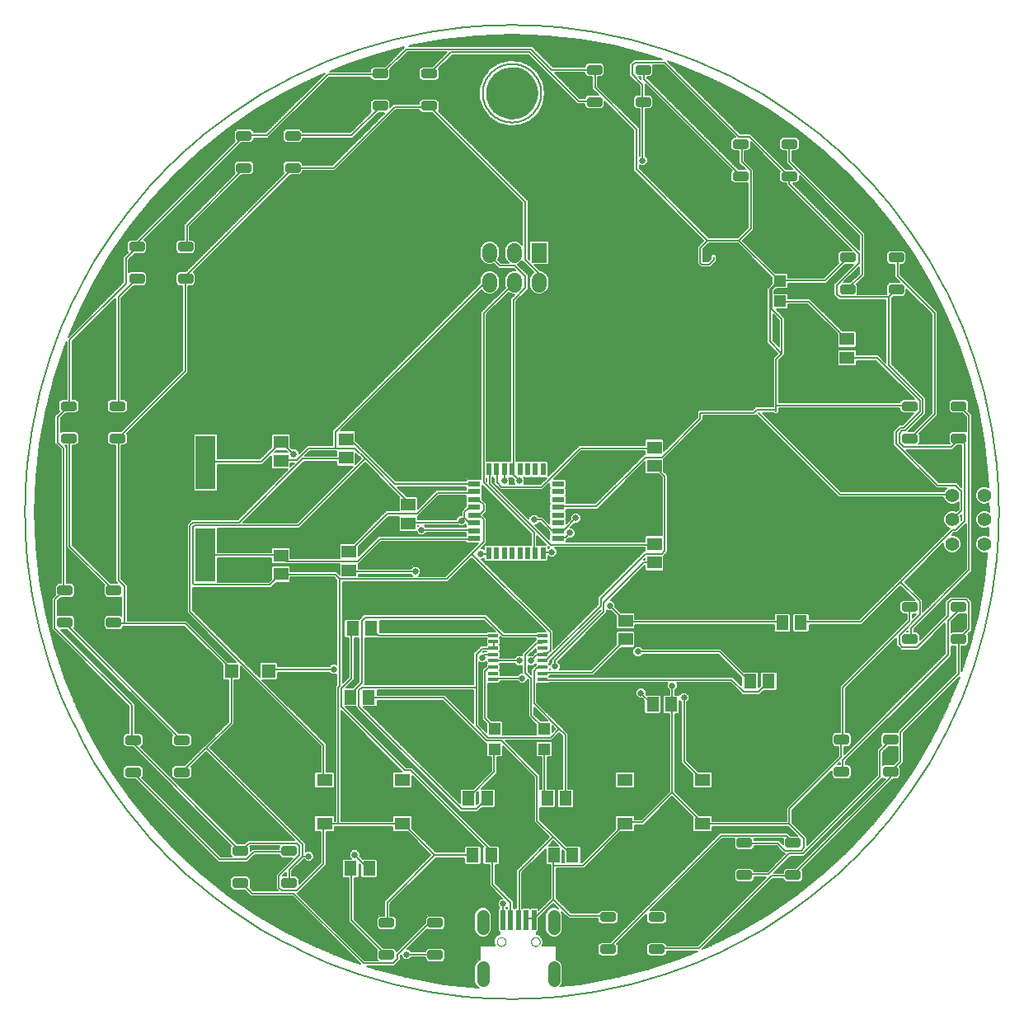
<source format=gtl>
G75*
%MOIN*%
%OFA0B0*%
%FSLAX25Y25*%
%IPPOS*%
%LPD*%
%AMOC8*
5,1,8,0,0,1.08239X$1,22.5*
%
%ADD10C,0.00600*%
%ADD11R,0.05118X0.05906*%
%ADD12R,0.05906X0.05118*%
%ADD13R,0.05512X0.05512*%
%ADD14R,0.05000X0.02200*%
%ADD15R,0.02200X0.05000*%
%ADD16R,0.03900X0.01200*%
%ADD17C,0.01969*%
%ADD18R,0.04724X0.04724*%
%ADD19R,0.06299X0.05118*%
%ADD20C,0.05543*%
%ADD21C,0.03969*%
%ADD22R,0.06000X0.08000*%
%ADD23C,0.06000*%
%ADD24C,0.05150*%
%ADD25R,0.01969X0.07874*%
%ADD26C,0.00000*%
%ADD27R,0.07874X0.21654*%
%ADD28C,0.02578*%
D10*
X0062373Y0066938D02*
X0074752Y0066938D01*
X0074153Y0067536D02*
X0061731Y0067536D01*
X0061740Y0067527D02*
X0052356Y0077606D01*
X0043715Y0088328D01*
X0035861Y0099640D01*
X0028834Y0111483D01*
X0022670Y0123798D01*
X0017400Y0136521D01*
X0013051Y0149587D01*
X0009646Y0162930D01*
X0007201Y0176483D01*
X0005729Y0190175D01*
X0005237Y0203937D01*
X0005729Y0217699D01*
X0007201Y0231391D01*
X0009646Y0244944D01*
X0013051Y0258287D01*
X0017400Y0271353D01*
X0018100Y0273043D01*
X0018100Y0249601D01*
X0015992Y0249601D01*
X0014888Y0248497D01*
X0014888Y0244968D01*
X0015186Y0244670D01*
X0013300Y0242784D01*
X0013300Y0231590D01*
X0014003Y0230887D01*
X0015700Y0229190D01*
X0015700Y0175152D01*
X0014496Y0175152D01*
X0013392Y0174048D01*
X0013392Y0170519D01*
X0013514Y0170397D01*
X0012100Y0168984D01*
X0012100Y0156590D01*
X0012803Y0155887D01*
X0043300Y0125390D01*
X0043300Y0114601D01*
X0042055Y0114601D01*
X0040951Y0113497D01*
X0040951Y0109968D01*
X0042055Y0108864D01*
X0044826Y0108864D01*
X0084627Y0069063D01*
X0084258Y0068694D01*
X0084258Y0065164D01*
X0084736Y0064687D01*
X0080397Y0064687D01*
X0048579Y0096504D01*
X0049050Y0096975D01*
X0049050Y0100505D01*
X0047947Y0101609D01*
X0042055Y0101609D01*
X0040951Y0100505D01*
X0040951Y0096975D01*
X0042055Y0095872D01*
X0045818Y0095872D01*
X0079403Y0062287D01*
X0091197Y0062287D01*
X0094197Y0065287D01*
X0103943Y0065287D01*
X0103943Y0065164D01*
X0105047Y0064061D01*
X0109377Y0064061D01*
X0102700Y0057384D01*
X0102700Y0051590D01*
X0103403Y0050887D01*
X0103403Y0050887D01*
X0103403Y0050887D01*
X0093597Y0050887D01*
X0092334Y0052149D01*
X0092357Y0052172D01*
X0092357Y0055702D01*
X0091254Y0056805D01*
X0085362Y0056805D01*
X0084258Y0055702D01*
X0084258Y0052172D01*
X0085362Y0051069D01*
X0090021Y0051069D01*
X0092603Y0048487D01*
X0109403Y0048487D01*
X0136683Y0021207D01*
X0130734Y0023187D01*
X0118011Y0028457D01*
X0105697Y0034621D01*
X0093854Y0041648D01*
X0082542Y0049502D01*
X0071819Y0058143D01*
X0061740Y0067527D01*
X0061174Y0068135D02*
X0073555Y0068135D01*
X0072956Y0068733D02*
X0060617Y0068733D01*
X0060059Y0069332D02*
X0072358Y0069332D01*
X0071759Y0069930D02*
X0059502Y0069930D01*
X0058945Y0070529D02*
X0071161Y0070529D01*
X0070562Y0071127D02*
X0058388Y0071127D01*
X0057830Y0071726D02*
X0069964Y0071726D01*
X0069365Y0072324D02*
X0057273Y0072324D01*
X0056716Y0072923D02*
X0068767Y0072923D01*
X0068168Y0073521D02*
X0056159Y0073521D01*
X0055602Y0074120D02*
X0067570Y0074120D01*
X0066971Y0074718D02*
X0055044Y0074718D01*
X0054487Y0075317D02*
X0066373Y0075317D01*
X0065774Y0075915D02*
X0053930Y0075915D01*
X0053373Y0076514D02*
X0065176Y0076514D01*
X0064577Y0077112D02*
X0052815Y0077112D01*
X0052271Y0077711D02*
X0063979Y0077711D01*
X0063380Y0078309D02*
X0051789Y0078309D01*
X0051307Y0078908D02*
X0062782Y0078908D01*
X0062183Y0079506D02*
X0050824Y0079506D01*
X0050342Y0080105D02*
X0061585Y0080105D01*
X0060986Y0080704D02*
X0049860Y0080704D01*
X0049377Y0081302D02*
X0060388Y0081302D01*
X0059789Y0081901D02*
X0048895Y0081901D01*
X0048413Y0082499D02*
X0059191Y0082499D01*
X0058592Y0083098D02*
X0047930Y0083098D01*
X0047448Y0083696D02*
X0057993Y0083696D01*
X0057395Y0084295D02*
X0046966Y0084295D01*
X0046484Y0084893D02*
X0056796Y0084893D01*
X0056198Y0085492D02*
X0046001Y0085492D01*
X0045519Y0086090D02*
X0055599Y0086090D01*
X0055001Y0086689D02*
X0045037Y0086689D01*
X0044554Y0087287D02*
X0054402Y0087287D01*
X0053804Y0087886D02*
X0044072Y0087886D01*
X0043607Y0088484D02*
X0053205Y0088484D01*
X0052607Y0089083D02*
X0043192Y0089083D01*
X0042776Y0089681D02*
X0052008Y0089681D01*
X0051410Y0090280D02*
X0042360Y0090280D01*
X0041945Y0090878D02*
X0050811Y0090878D01*
X0050213Y0091477D02*
X0041529Y0091477D01*
X0041114Y0092075D02*
X0049614Y0092075D01*
X0049016Y0092674D02*
X0040698Y0092674D01*
X0040283Y0093272D02*
X0048417Y0093272D01*
X0047819Y0093871D02*
X0039867Y0093871D01*
X0039452Y0094469D02*
X0047220Y0094469D01*
X0046622Y0095068D02*
X0039036Y0095068D01*
X0038620Y0095666D02*
X0046023Y0095666D01*
X0045100Y0098287D02*
X0045001Y0098740D01*
X0045100Y0098287D02*
X0079900Y0063487D01*
X0090700Y0063487D01*
X0093700Y0066487D01*
X0107500Y0066487D01*
X0107993Y0066929D01*
X0109262Y0063945D02*
X0092856Y0063945D01*
X0093454Y0064544D02*
X0104564Y0064544D01*
X0103965Y0065142D02*
X0094053Y0065142D01*
X0092357Y0066841D02*
X0093203Y0067687D01*
X0103943Y0067687D01*
X0103943Y0068694D01*
X0104136Y0068887D01*
X0092397Y0068887D01*
X0092281Y0068770D01*
X0092357Y0068694D01*
X0092357Y0066841D01*
X0092357Y0066938D02*
X0092454Y0066938D01*
X0092357Y0067536D02*
X0093053Y0067536D01*
X0092357Y0068135D02*
X0103943Y0068135D01*
X0103983Y0068733D02*
X0092318Y0068733D01*
X0091900Y0070087D02*
X0088900Y0067087D01*
X0088308Y0066929D01*
X0088300Y0067087D01*
X0045100Y0110287D01*
X0045100Y0111487D01*
X0045001Y0111732D01*
X0044500Y0112087D01*
X0044500Y0125887D01*
X0013300Y0157087D01*
X0013300Y0168487D01*
X0016900Y0172087D01*
X0017442Y0172283D01*
X0016900Y0172687D01*
X0016900Y0229687D01*
X0014500Y0232087D01*
X0014500Y0242287D01*
X0018700Y0246487D01*
X0018938Y0246732D01*
X0019300Y0247087D01*
X0019300Y0273487D01*
X0042100Y0296287D01*
X0042100Y0306487D01*
X0046300Y0310687D01*
X0046497Y0311220D01*
X0046900Y0311287D01*
X0046900Y0313087D01*
X0089500Y0355687D01*
X0089804Y0356024D01*
X0090100Y0356287D01*
X0099100Y0356287D01*
X0123700Y0380887D01*
X0144700Y0380887D01*
X0144922Y0381142D01*
X0145300Y0380887D01*
X0155500Y0391087D01*
X0205900Y0391087D01*
X0214300Y0382687D01*
X0231100Y0382687D01*
X0231536Y0382638D01*
X0231700Y0382087D01*
X0231700Y0375487D01*
X0248500Y0358687D01*
X0248500Y0342487D01*
X0277300Y0313687D01*
X0289900Y0313687D01*
X0294700Y0318487D01*
X0294700Y0341887D01*
X0291100Y0345487D01*
X0291100Y0352087D01*
X0290591Y0352638D01*
X0289900Y0349769D02*
X0287645Y0349769D01*
X0286542Y0350873D01*
X0286542Y0354403D01*
X0287645Y0355506D01*
X0288383Y0355506D01*
X0259403Y0384487D01*
X0255187Y0384487D01*
X0255271Y0384403D01*
X0255271Y0380873D01*
X0254167Y0379769D01*
X0252700Y0379769D01*
X0252700Y0379584D01*
X0289769Y0342514D01*
X0292375Y0342514D01*
X0289900Y0344990D01*
X0289900Y0349769D01*
X0289900Y0349435D02*
X0282849Y0349435D01*
X0283447Y0348837D02*
X0289900Y0348837D01*
X0289900Y0348238D02*
X0284046Y0348238D01*
X0284644Y0347640D02*
X0289900Y0347640D01*
X0289900Y0347041D02*
X0285243Y0347041D01*
X0285841Y0346443D02*
X0289900Y0346443D01*
X0289900Y0345844D02*
X0286440Y0345844D01*
X0287038Y0345246D02*
X0289900Y0345246D01*
X0290243Y0344647D02*
X0287637Y0344647D01*
X0288235Y0344048D02*
X0290841Y0344048D01*
X0291440Y0343450D02*
X0288834Y0343450D01*
X0289432Y0342851D02*
X0292038Y0342851D01*
X0293637Y0344647D02*
X0303443Y0344647D01*
X0304041Y0344048D02*
X0294235Y0344048D01*
X0294834Y0343450D02*
X0304640Y0343450D01*
X0305238Y0342851D02*
X0295432Y0342851D01*
X0295197Y0343087D02*
X0292300Y0345984D01*
X0292300Y0349769D01*
X0293537Y0349769D01*
X0294641Y0350873D01*
X0294641Y0353449D01*
X0306453Y0341637D01*
X0306227Y0341410D01*
X0306227Y0337881D01*
X0307331Y0336777D01*
X0309100Y0336777D01*
X0309100Y0335990D01*
X0335331Y0309758D01*
X0330953Y0309758D01*
X0329849Y0308654D01*
X0329849Y0305125D01*
X0330245Y0304729D01*
X0324203Y0298687D01*
X0309759Y0298687D01*
X0309759Y0300137D01*
X0309232Y0300664D01*
X0304620Y0300664D01*
X0291597Y0313687D01*
X0295900Y0317990D01*
X0295900Y0342384D01*
X0295197Y0343087D01*
X0295900Y0342253D02*
X0305837Y0342253D01*
X0306435Y0341654D02*
X0295900Y0341654D01*
X0295900Y0341056D02*
X0306227Y0341056D01*
X0306227Y0340457D02*
X0295900Y0340457D01*
X0295900Y0339859D02*
X0306227Y0339859D01*
X0306227Y0339260D02*
X0295900Y0339260D01*
X0295900Y0338662D02*
X0306227Y0338662D01*
X0306227Y0338063D02*
X0295900Y0338063D01*
X0295900Y0337465D02*
X0306643Y0337465D01*
X0307241Y0336866D02*
X0295900Y0336866D01*
X0295900Y0336268D02*
X0309100Y0336268D01*
X0309420Y0335669D02*
X0295900Y0335669D01*
X0295900Y0335071D02*
X0310019Y0335071D01*
X0310617Y0334472D02*
X0295900Y0334472D01*
X0295900Y0333874D02*
X0311216Y0333874D01*
X0311814Y0333275D02*
X0295900Y0333275D01*
X0295900Y0332677D02*
X0312413Y0332677D01*
X0313011Y0332078D02*
X0295900Y0332078D01*
X0295900Y0331480D02*
X0313610Y0331480D01*
X0314208Y0330881D02*
X0295900Y0330881D01*
X0295900Y0330283D02*
X0314807Y0330283D01*
X0315405Y0329684D02*
X0295900Y0329684D01*
X0295900Y0329086D02*
X0316004Y0329086D01*
X0316602Y0328487D02*
X0295900Y0328487D01*
X0295900Y0327889D02*
X0317201Y0327889D01*
X0317799Y0327290D02*
X0295900Y0327290D01*
X0295900Y0326692D02*
X0318398Y0326692D01*
X0318996Y0326093D02*
X0295900Y0326093D01*
X0295900Y0325495D02*
X0319595Y0325495D01*
X0320193Y0324896D02*
X0295900Y0324896D01*
X0295900Y0324298D02*
X0320792Y0324298D01*
X0321390Y0323699D02*
X0295900Y0323699D01*
X0295900Y0323101D02*
X0321989Y0323101D01*
X0322587Y0322502D02*
X0295900Y0322502D01*
X0295900Y0321904D02*
X0323186Y0321904D01*
X0323784Y0321305D02*
X0295900Y0321305D01*
X0295900Y0320707D02*
X0324383Y0320707D01*
X0324982Y0320108D02*
X0295900Y0320108D01*
X0295900Y0319510D02*
X0325580Y0319510D01*
X0326179Y0318911D02*
X0295900Y0318911D01*
X0295900Y0318313D02*
X0326777Y0318313D01*
X0327376Y0317714D02*
X0295624Y0317714D01*
X0295026Y0317115D02*
X0327974Y0317115D01*
X0328573Y0316517D02*
X0294427Y0316517D01*
X0293829Y0315918D02*
X0329171Y0315918D01*
X0329770Y0315320D02*
X0293230Y0315320D01*
X0292632Y0314721D02*
X0330368Y0314721D01*
X0330967Y0314123D02*
X0292033Y0314123D01*
X0291759Y0313524D02*
X0331565Y0313524D01*
X0332164Y0312926D02*
X0292358Y0312926D01*
X0292956Y0312327D02*
X0332762Y0312327D01*
X0333361Y0311729D02*
X0293555Y0311729D01*
X0294153Y0311130D02*
X0333959Y0311130D01*
X0334558Y0310532D02*
X0294752Y0310532D01*
X0295350Y0309933D02*
X0335156Y0309933D01*
X0336755Y0311729D02*
X0338500Y0311729D01*
X0338500Y0312327D02*
X0336156Y0312327D01*
X0335558Y0312926D02*
X0338500Y0312926D01*
X0338500Y0313524D02*
X0334959Y0313524D01*
X0334361Y0314123D02*
X0338500Y0314123D01*
X0338500Y0314721D02*
X0333762Y0314721D01*
X0333164Y0315320D02*
X0338500Y0315320D01*
X0338500Y0315590D02*
X0338500Y0309984D01*
X0311706Y0336777D01*
X0313222Y0336777D01*
X0314326Y0337881D01*
X0314326Y0339764D01*
X0338500Y0315590D01*
X0338171Y0315918D02*
X0332565Y0315918D01*
X0331967Y0316517D02*
X0337573Y0316517D01*
X0336974Y0317115D02*
X0331368Y0317115D01*
X0330770Y0317714D02*
X0336376Y0317714D01*
X0335777Y0318313D02*
X0330171Y0318313D01*
X0329573Y0318911D02*
X0335179Y0318911D01*
X0334580Y0319510D02*
X0328974Y0319510D01*
X0328376Y0320108D02*
X0333982Y0320108D01*
X0333383Y0320707D02*
X0327777Y0320707D01*
X0327179Y0321305D02*
X0332784Y0321305D01*
X0332186Y0321904D02*
X0326580Y0321904D01*
X0325982Y0322502D02*
X0331587Y0322502D01*
X0330989Y0323101D02*
X0325383Y0323101D01*
X0324785Y0323699D02*
X0330390Y0323699D01*
X0329792Y0324298D02*
X0324186Y0324298D01*
X0323588Y0324896D02*
X0329193Y0324896D01*
X0328595Y0325495D02*
X0322989Y0325495D01*
X0322390Y0326093D02*
X0327996Y0326093D01*
X0327398Y0326692D02*
X0321792Y0326692D01*
X0321193Y0327290D02*
X0326799Y0327290D01*
X0326201Y0327889D02*
X0320595Y0327889D01*
X0319996Y0328487D02*
X0325602Y0328487D01*
X0325004Y0329086D02*
X0319398Y0329086D01*
X0318799Y0329684D02*
X0324405Y0329684D01*
X0323807Y0330283D02*
X0318201Y0330283D01*
X0317602Y0330881D02*
X0323208Y0330881D01*
X0322610Y0331480D02*
X0317004Y0331480D01*
X0316405Y0332078D02*
X0322011Y0332078D01*
X0321413Y0332677D02*
X0315807Y0332677D01*
X0315208Y0333275D02*
X0320814Y0333275D01*
X0320216Y0333874D02*
X0314610Y0333874D01*
X0314011Y0334472D02*
X0319617Y0334472D01*
X0319019Y0335071D02*
X0313413Y0335071D01*
X0312814Y0335669D02*
X0318420Y0335669D01*
X0317822Y0336268D02*
X0312216Y0336268D01*
X0313311Y0336866D02*
X0317223Y0336866D01*
X0316625Y0337465D02*
X0313910Y0337465D01*
X0314326Y0338063D02*
X0316026Y0338063D01*
X0315428Y0338662D02*
X0314326Y0338662D01*
X0314326Y0339260D02*
X0314829Y0339260D01*
X0316428Y0341056D02*
X0333800Y0341056D01*
X0334443Y0340457D02*
X0317026Y0340457D01*
X0317625Y0339859D02*
X0335016Y0339859D01*
X0334561Y0340347D02*
X0343945Y0330268D01*
X0352586Y0319546D01*
X0360439Y0308234D01*
X0367466Y0296391D01*
X0373631Y0284076D01*
X0378901Y0271353D01*
X0383249Y0258287D01*
X0386655Y0244944D01*
X0389100Y0231391D01*
X0390572Y0217699D01*
X0390703Y0214050D01*
X0389904Y0214380D01*
X0388444Y0214380D01*
X0387094Y0213821D01*
X0386061Y0212788D01*
X0385502Y0211439D01*
X0385502Y0209978D01*
X0386061Y0208629D01*
X0387094Y0207596D01*
X0388444Y0207037D01*
X0389904Y0207037D01*
X0390938Y0207465D01*
X0391059Y0204059D01*
X0389904Y0204538D01*
X0388444Y0204538D01*
X0387094Y0203979D01*
X0386061Y0202946D01*
X0385502Y0201596D01*
X0385502Y0200136D01*
X0386061Y0198786D01*
X0387094Y0197753D01*
X0388444Y0197194D01*
X0389904Y0197194D01*
X0390837Y0197581D01*
X0390722Y0194357D01*
X0389904Y0194695D01*
X0388444Y0194695D01*
X0387094Y0194136D01*
X0386061Y0193103D01*
X0385502Y0191754D01*
X0385502Y0190293D01*
X0386061Y0188944D01*
X0387094Y0187911D01*
X0388444Y0187352D01*
X0389904Y0187352D01*
X0390286Y0187510D01*
X0389100Y0176483D01*
X0386655Y0162930D01*
X0383249Y0149587D01*
X0379900Y0139524D01*
X0379900Y0149691D01*
X0381647Y0149691D01*
X0382751Y0150794D01*
X0382751Y0154324D01*
X0382593Y0154482D01*
X0384100Y0155990D01*
X0384100Y0167784D01*
X0383397Y0168487D01*
X0382197Y0169687D01*
X0375203Y0169687D01*
X0374500Y0168984D01*
X0373300Y0167784D01*
X0373300Y0162384D01*
X0363066Y0152150D01*
X0363066Y0154324D01*
X0361962Y0155428D01*
X0360700Y0155428D01*
X0360700Y0156590D01*
X0383397Y0179287D01*
X0384100Y0179990D01*
X0384100Y0243384D01*
X0382634Y0244850D01*
X0382751Y0244968D01*
X0382751Y0248497D01*
X0381647Y0249601D01*
X0375756Y0249601D01*
X0374652Y0248497D01*
X0374652Y0244968D01*
X0375756Y0243864D01*
X0380226Y0243864D01*
X0381700Y0242390D01*
X0381700Y0236556D01*
X0381647Y0236609D01*
X0375756Y0236609D01*
X0374652Y0235505D01*
X0374652Y0231975D01*
X0375141Y0231487D01*
X0362577Y0231487D01*
X0363066Y0231975D01*
X0363066Y0235505D01*
X0362941Y0235630D01*
X0370300Y0242990D01*
X0370300Y0284784D01*
X0369597Y0285487D01*
X0355300Y0299784D01*
X0355300Y0304021D01*
X0356529Y0304021D01*
X0357633Y0305125D01*
X0357633Y0308654D01*
X0356529Y0309758D01*
X0350638Y0309758D01*
X0349534Y0308654D01*
X0349534Y0305125D01*
X0350638Y0304021D01*
X0352900Y0304021D01*
X0352900Y0298790D01*
X0354923Y0296766D01*
X0350638Y0296766D01*
X0349534Y0295662D01*
X0349534Y0292133D01*
X0349580Y0292087D01*
X0337902Y0292087D01*
X0337948Y0292133D01*
X0337948Y0295662D01*
X0337560Y0296050D01*
X0340197Y0298687D01*
X0340900Y0299390D01*
X0340900Y0316584D01*
X0340197Y0317287D01*
X0311500Y0345984D01*
X0311500Y0349769D01*
X0313222Y0349769D01*
X0314326Y0350873D01*
X0314326Y0354403D01*
X0313222Y0355506D01*
X0307331Y0355506D01*
X0306227Y0354403D01*
X0306227Y0350873D01*
X0307331Y0349769D01*
X0309100Y0349769D01*
X0309100Y0344990D01*
X0311575Y0342514D01*
X0308969Y0342514D01*
X0294597Y0356887D01*
X0290397Y0356887D01*
X0261115Y0386169D01*
X0265567Y0384687D01*
X0278290Y0379417D01*
X0290604Y0373253D01*
X0302447Y0366226D01*
X0313759Y0358372D01*
X0324482Y0349731D01*
X0334561Y0340347D01*
X0335573Y0339260D02*
X0318223Y0339260D01*
X0318822Y0338662D02*
X0336130Y0338662D01*
X0336687Y0338063D02*
X0319420Y0338063D01*
X0320019Y0337465D02*
X0337244Y0337465D01*
X0337802Y0336866D02*
X0320617Y0336866D01*
X0321216Y0336268D02*
X0338359Y0336268D01*
X0338916Y0335669D02*
X0321814Y0335669D01*
X0322413Y0335071D02*
X0339473Y0335071D01*
X0340031Y0334472D02*
X0323011Y0334472D01*
X0323610Y0333874D02*
X0340588Y0333874D01*
X0341145Y0333275D02*
X0324208Y0333275D01*
X0324807Y0332677D02*
X0341702Y0332677D01*
X0342260Y0332078D02*
X0325405Y0332078D01*
X0326004Y0331480D02*
X0342817Y0331480D01*
X0343374Y0330881D02*
X0326602Y0330881D01*
X0327201Y0330283D02*
X0343931Y0330283D01*
X0344415Y0329684D02*
X0327799Y0329684D01*
X0328398Y0329086D02*
X0344898Y0329086D01*
X0345380Y0328487D02*
X0328996Y0328487D01*
X0329595Y0327889D02*
X0345862Y0327889D01*
X0346345Y0327290D02*
X0330193Y0327290D01*
X0330792Y0326692D02*
X0346827Y0326692D01*
X0347309Y0326093D02*
X0331391Y0326093D01*
X0331989Y0325495D02*
X0347792Y0325495D01*
X0348274Y0324896D02*
X0332588Y0324896D01*
X0333186Y0324298D02*
X0348756Y0324298D01*
X0349238Y0323699D02*
X0333785Y0323699D01*
X0334383Y0323101D02*
X0349721Y0323101D01*
X0350203Y0322502D02*
X0334982Y0322502D01*
X0335580Y0321904D02*
X0350685Y0321904D01*
X0351168Y0321305D02*
X0336179Y0321305D01*
X0336777Y0320707D02*
X0351650Y0320707D01*
X0352132Y0320108D02*
X0337376Y0320108D01*
X0337974Y0319510D02*
X0352611Y0319510D01*
X0353026Y0318911D02*
X0338573Y0318911D01*
X0339171Y0318313D02*
X0353442Y0318313D01*
X0353857Y0317714D02*
X0339770Y0317714D01*
X0340368Y0317115D02*
X0354273Y0317115D01*
X0354688Y0316517D02*
X0340900Y0316517D01*
X0340900Y0315918D02*
X0355104Y0315918D01*
X0355520Y0315320D02*
X0340900Y0315320D01*
X0340900Y0314721D02*
X0355935Y0314721D01*
X0356351Y0314123D02*
X0340900Y0314123D01*
X0340900Y0313524D02*
X0356766Y0313524D01*
X0357182Y0312926D02*
X0340900Y0312926D01*
X0340900Y0312327D02*
X0357597Y0312327D01*
X0358013Y0311729D02*
X0340900Y0311729D01*
X0340900Y0311130D02*
X0358428Y0311130D01*
X0358844Y0310532D02*
X0340900Y0310532D01*
X0340900Y0309933D02*
X0359259Y0309933D01*
X0359675Y0309335D02*
X0356953Y0309335D01*
X0357551Y0308736D02*
X0360091Y0308736D01*
X0360496Y0308138D02*
X0357633Y0308138D01*
X0357633Y0307539D02*
X0360852Y0307539D01*
X0361207Y0306941D02*
X0357633Y0306941D01*
X0357633Y0306342D02*
X0361562Y0306342D01*
X0361917Y0305744D02*
X0357633Y0305744D01*
X0357633Y0305145D02*
X0362272Y0305145D01*
X0362627Y0304547D02*
X0357055Y0304547D01*
X0355300Y0303948D02*
X0362982Y0303948D01*
X0363337Y0303350D02*
X0355300Y0303350D01*
X0355300Y0302751D02*
X0363692Y0302751D01*
X0364048Y0302153D02*
X0355300Y0302153D01*
X0355300Y0301554D02*
X0364403Y0301554D01*
X0364758Y0300956D02*
X0355300Y0300956D01*
X0355300Y0300357D02*
X0365113Y0300357D01*
X0365468Y0299759D02*
X0355325Y0299759D01*
X0355924Y0299160D02*
X0365823Y0299160D01*
X0366178Y0298562D02*
X0356522Y0298562D01*
X0357121Y0297963D02*
X0366533Y0297963D01*
X0366888Y0297365D02*
X0357719Y0297365D01*
X0358318Y0296766D02*
X0367244Y0296766D01*
X0367578Y0296168D02*
X0358916Y0296168D01*
X0359515Y0295569D02*
X0367878Y0295569D01*
X0368177Y0294971D02*
X0360113Y0294971D01*
X0360712Y0294372D02*
X0368477Y0294372D01*
X0368776Y0293774D02*
X0361310Y0293774D01*
X0361909Y0293175D02*
X0369076Y0293175D01*
X0369376Y0292577D02*
X0362507Y0292577D01*
X0363106Y0291978D02*
X0369675Y0291978D01*
X0369975Y0291379D02*
X0363704Y0291379D01*
X0364303Y0290781D02*
X0370274Y0290781D01*
X0370574Y0290182D02*
X0364901Y0290182D01*
X0365500Y0289584D02*
X0370874Y0289584D01*
X0371173Y0288985D02*
X0366098Y0288985D01*
X0366697Y0288387D02*
X0371473Y0288387D01*
X0371772Y0287788D02*
X0367295Y0287788D01*
X0367894Y0287190D02*
X0372072Y0287190D01*
X0372372Y0286591D02*
X0368492Y0286591D01*
X0369091Y0285993D02*
X0372671Y0285993D01*
X0372971Y0285394D02*
X0369689Y0285394D01*
X0370288Y0284796D02*
X0373270Y0284796D01*
X0373570Y0284197D02*
X0370300Y0284197D01*
X0370300Y0283599D02*
X0373828Y0283599D01*
X0374076Y0283000D02*
X0370300Y0283000D01*
X0370300Y0282402D02*
X0374324Y0282402D01*
X0374572Y0281803D02*
X0370300Y0281803D01*
X0370300Y0281205D02*
X0374820Y0281205D01*
X0375068Y0280606D02*
X0370300Y0280606D01*
X0370300Y0280008D02*
X0375316Y0280008D01*
X0375564Y0279409D02*
X0370300Y0279409D01*
X0370300Y0278811D02*
X0375812Y0278811D01*
X0376059Y0278212D02*
X0370300Y0278212D01*
X0370300Y0277614D02*
X0376307Y0277614D01*
X0376555Y0277015D02*
X0370300Y0277015D01*
X0370300Y0276417D02*
X0376803Y0276417D01*
X0377051Y0275818D02*
X0370300Y0275818D01*
X0370300Y0275220D02*
X0377299Y0275220D01*
X0377547Y0274621D02*
X0370300Y0274621D01*
X0370300Y0274023D02*
X0377795Y0274023D01*
X0378043Y0273424D02*
X0370300Y0273424D01*
X0370300Y0272826D02*
X0378291Y0272826D01*
X0378539Y0272227D02*
X0370300Y0272227D01*
X0370300Y0271629D02*
X0378787Y0271629D01*
X0379008Y0271030D02*
X0370300Y0271030D01*
X0370300Y0270432D02*
X0379207Y0270432D01*
X0379407Y0269833D02*
X0370300Y0269833D01*
X0370300Y0269235D02*
X0379606Y0269235D01*
X0379805Y0268636D02*
X0370300Y0268636D01*
X0370300Y0268038D02*
X0380004Y0268038D01*
X0380203Y0267439D02*
X0370300Y0267439D01*
X0370300Y0266841D02*
X0380403Y0266841D01*
X0380602Y0266242D02*
X0370300Y0266242D01*
X0370300Y0265644D02*
X0380801Y0265644D01*
X0381000Y0265045D02*
X0370300Y0265045D01*
X0370300Y0264446D02*
X0381199Y0264446D01*
X0381399Y0263848D02*
X0370300Y0263848D01*
X0370300Y0263249D02*
X0381598Y0263249D01*
X0381797Y0262651D02*
X0370300Y0262651D01*
X0370300Y0262052D02*
X0381996Y0262052D01*
X0382195Y0261454D02*
X0370300Y0261454D01*
X0370300Y0260855D02*
X0382395Y0260855D01*
X0382594Y0260257D02*
X0370300Y0260257D01*
X0370300Y0259658D02*
X0382793Y0259658D01*
X0382992Y0259060D02*
X0370300Y0259060D01*
X0370300Y0258461D02*
X0383191Y0258461D01*
X0383358Y0257863D02*
X0370300Y0257863D01*
X0370300Y0257264D02*
X0383510Y0257264D01*
X0383663Y0256666D02*
X0370300Y0256666D01*
X0370300Y0256067D02*
X0383816Y0256067D01*
X0383969Y0255469D02*
X0370300Y0255469D01*
X0370300Y0254870D02*
X0384121Y0254870D01*
X0384274Y0254272D02*
X0370300Y0254272D01*
X0370300Y0253673D02*
X0384427Y0253673D01*
X0384580Y0253075D02*
X0370300Y0253075D01*
X0370300Y0252476D02*
X0384733Y0252476D01*
X0384885Y0251878D02*
X0370300Y0251878D01*
X0370300Y0251279D02*
X0385038Y0251279D01*
X0385191Y0250681D02*
X0370300Y0250681D01*
X0370300Y0250082D02*
X0385344Y0250082D01*
X0385496Y0249484D02*
X0381764Y0249484D01*
X0382363Y0248885D02*
X0385649Y0248885D01*
X0385802Y0248287D02*
X0382751Y0248287D01*
X0382751Y0247688D02*
X0385955Y0247688D01*
X0386107Y0247090D02*
X0382751Y0247090D01*
X0382751Y0246491D02*
X0386260Y0246491D01*
X0386413Y0245893D02*
X0382751Y0245893D01*
X0382751Y0245294D02*
X0386566Y0245294D01*
X0386700Y0244696D02*
X0382788Y0244696D01*
X0383387Y0244097D02*
X0386808Y0244097D01*
X0386916Y0243499D02*
X0383985Y0243499D01*
X0384100Y0242900D02*
X0387024Y0242900D01*
X0387132Y0242302D02*
X0384100Y0242302D01*
X0384100Y0241703D02*
X0387240Y0241703D01*
X0387348Y0241105D02*
X0384100Y0241105D01*
X0384100Y0240506D02*
X0387456Y0240506D01*
X0387564Y0239908D02*
X0384100Y0239908D01*
X0384100Y0239309D02*
X0387672Y0239309D01*
X0387780Y0238710D02*
X0384100Y0238710D01*
X0384100Y0238112D02*
X0387888Y0238112D01*
X0387996Y0237513D02*
X0384100Y0237513D01*
X0384100Y0236915D02*
X0388104Y0236915D01*
X0388212Y0236316D02*
X0384100Y0236316D01*
X0384100Y0235718D02*
X0388320Y0235718D01*
X0388428Y0235119D02*
X0384100Y0235119D01*
X0384100Y0234521D02*
X0388536Y0234521D01*
X0388644Y0233922D02*
X0384100Y0233922D01*
X0384100Y0233324D02*
X0388752Y0233324D01*
X0388860Y0232725D02*
X0384100Y0232725D01*
X0384100Y0232127D02*
X0388968Y0232127D01*
X0389075Y0231528D02*
X0384100Y0231528D01*
X0384100Y0230930D02*
X0389150Y0230930D01*
X0389214Y0230331D02*
X0384100Y0230331D01*
X0384100Y0229733D02*
X0389279Y0229733D01*
X0389343Y0229134D02*
X0384100Y0229134D01*
X0384100Y0228536D02*
X0389407Y0228536D01*
X0389472Y0227937D02*
X0384100Y0227937D01*
X0384100Y0227339D02*
X0389536Y0227339D01*
X0389600Y0226740D02*
X0384100Y0226740D01*
X0384100Y0226142D02*
X0389665Y0226142D01*
X0389729Y0225543D02*
X0384100Y0225543D01*
X0384100Y0224945D02*
X0389793Y0224945D01*
X0389858Y0224346D02*
X0384100Y0224346D01*
X0384100Y0223748D02*
X0389922Y0223748D01*
X0389986Y0223149D02*
X0384100Y0223149D01*
X0384100Y0222551D02*
X0390051Y0222551D01*
X0390115Y0221952D02*
X0384100Y0221952D01*
X0384100Y0221354D02*
X0390179Y0221354D01*
X0390244Y0220755D02*
X0384100Y0220755D01*
X0384100Y0220157D02*
X0390308Y0220157D01*
X0390372Y0219558D02*
X0384100Y0219558D01*
X0384100Y0218960D02*
X0390437Y0218960D01*
X0390501Y0218361D02*
X0384100Y0218361D01*
X0384100Y0217763D02*
X0390565Y0217763D01*
X0390591Y0217164D02*
X0384100Y0217164D01*
X0384100Y0216566D02*
X0390613Y0216566D01*
X0390634Y0215967D02*
X0384100Y0215967D01*
X0384100Y0215369D02*
X0390655Y0215369D01*
X0390677Y0214770D02*
X0384100Y0214770D01*
X0384100Y0214172D02*
X0387940Y0214172D01*
X0386846Y0213573D02*
X0384100Y0213573D01*
X0384100Y0212975D02*
X0386247Y0212975D01*
X0385890Y0212376D02*
X0384100Y0212376D01*
X0384100Y0211777D02*
X0385643Y0211777D01*
X0385502Y0211179D02*
X0384100Y0211179D01*
X0384100Y0210580D02*
X0385502Y0210580D01*
X0385502Y0209982D02*
X0384100Y0209982D01*
X0384100Y0209383D02*
X0385749Y0209383D01*
X0385997Y0208785D02*
X0384100Y0208785D01*
X0384100Y0208186D02*
X0386504Y0208186D01*
X0387114Y0207588D02*
X0384100Y0207588D01*
X0384100Y0206989D02*
X0390955Y0206989D01*
X0390976Y0206391D02*
X0384100Y0206391D01*
X0384100Y0205792D02*
X0390998Y0205792D01*
X0391019Y0205194D02*
X0384100Y0205194D01*
X0384100Y0204595D02*
X0391040Y0204595D01*
X0387138Y0203997D02*
X0384100Y0203997D01*
X0384100Y0203398D02*
X0386514Y0203398D01*
X0386001Y0202800D02*
X0384100Y0202800D01*
X0384100Y0202201D02*
X0385753Y0202201D01*
X0385505Y0201603D02*
X0384100Y0201603D01*
X0384100Y0201004D02*
X0385502Y0201004D01*
X0385502Y0200406D02*
X0384100Y0200406D01*
X0384100Y0199807D02*
X0385638Y0199807D01*
X0385886Y0199209D02*
X0384100Y0199209D01*
X0384100Y0198610D02*
X0386237Y0198610D01*
X0386836Y0198012D02*
X0384100Y0198012D01*
X0384100Y0197413D02*
X0387916Y0197413D01*
X0390432Y0197413D02*
X0390831Y0197413D01*
X0390809Y0196815D02*
X0384100Y0196815D01*
X0384100Y0196216D02*
X0390788Y0196216D01*
X0390767Y0195618D02*
X0384100Y0195618D01*
X0384100Y0195019D02*
X0390745Y0195019D01*
X0390724Y0194421D02*
X0390567Y0194421D01*
X0387781Y0194421D02*
X0384100Y0194421D01*
X0384100Y0193822D02*
X0386780Y0193822D01*
X0386182Y0193224D02*
X0384100Y0193224D01*
X0384100Y0192625D02*
X0385863Y0192625D01*
X0385615Y0192027D02*
X0384100Y0192027D01*
X0384100Y0191428D02*
X0385502Y0191428D01*
X0385502Y0190830D02*
X0384100Y0190830D01*
X0384100Y0190231D02*
X0385528Y0190231D01*
X0385776Y0189633D02*
X0384100Y0189633D01*
X0384100Y0189034D02*
X0386024Y0189034D01*
X0386570Y0188436D02*
X0384100Y0188436D01*
X0384100Y0187837D02*
X0387273Y0187837D01*
X0390257Y0187239D02*
X0384100Y0187239D01*
X0384100Y0186640D02*
X0390192Y0186640D01*
X0390128Y0186041D02*
X0384100Y0186041D01*
X0384100Y0185443D02*
X0390064Y0185443D01*
X0389999Y0184844D02*
X0384100Y0184844D01*
X0384100Y0184246D02*
X0389935Y0184246D01*
X0389870Y0183647D02*
X0384100Y0183647D01*
X0384100Y0183049D02*
X0389806Y0183049D01*
X0389742Y0182450D02*
X0384100Y0182450D01*
X0384100Y0181852D02*
X0389677Y0181852D01*
X0389613Y0181253D02*
X0384100Y0181253D01*
X0384100Y0180655D02*
X0389549Y0180655D01*
X0389484Y0180056D02*
X0384100Y0180056D01*
X0383568Y0179458D02*
X0389420Y0179458D01*
X0389356Y0178859D02*
X0382970Y0178859D01*
X0382371Y0178261D02*
X0389291Y0178261D01*
X0389227Y0177662D02*
X0381773Y0177662D01*
X0381174Y0177064D02*
X0389163Y0177064D01*
X0389097Y0176465D02*
X0380576Y0176465D01*
X0379977Y0175867D02*
X0388989Y0175867D01*
X0388881Y0175268D02*
X0379379Y0175268D01*
X0378780Y0174670D02*
X0388773Y0174670D01*
X0388665Y0174071D02*
X0378182Y0174071D01*
X0377583Y0173473D02*
X0388557Y0173473D01*
X0388449Y0172874D02*
X0376985Y0172874D01*
X0376386Y0172276D02*
X0388341Y0172276D01*
X0388233Y0171677D02*
X0375788Y0171677D01*
X0375189Y0171079D02*
X0388125Y0171079D01*
X0388017Y0170480D02*
X0374591Y0170480D01*
X0373992Y0169882D02*
X0387909Y0169882D01*
X0387801Y0169283D02*
X0382600Y0169283D01*
X0383199Y0168685D02*
X0387693Y0168685D01*
X0387585Y0168086D02*
X0383797Y0168086D01*
X0384100Y0167488D02*
X0387477Y0167488D01*
X0387369Y0166889D02*
X0384100Y0166889D01*
X0384100Y0166291D02*
X0387261Y0166291D01*
X0387153Y0165692D02*
X0384100Y0165692D01*
X0384100Y0165094D02*
X0387045Y0165094D01*
X0386937Y0164495D02*
X0384100Y0164495D01*
X0384100Y0163897D02*
X0386829Y0163897D01*
X0386721Y0163298D02*
X0384100Y0163298D01*
X0384100Y0162700D02*
X0386596Y0162700D01*
X0386443Y0162101D02*
X0384100Y0162101D01*
X0384100Y0161503D02*
X0386291Y0161503D01*
X0386138Y0160904D02*
X0384100Y0160904D01*
X0384100Y0160306D02*
X0385985Y0160306D01*
X0385832Y0159707D02*
X0384100Y0159707D01*
X0384100Y0159108D02*
X0385680Y0159108D01*
X0385527Y0158510D02*
X0384100Y0158510D01*
X0384100Y0157911D02*
X0385374Y0157911D01*
X0385221Y0157313D02*
X0384100Y0157313D01*
X0384100Y0156714D02*
X0385069Y0156714D01*
X0384916Y0156116D02*
X0384100Y0156116D01*
X0383628Y0155517D02*
X0384763Y0155517D01*
X0384610Y0154919D02*
X0383029Y0154919D01*
X0382751Y0154320D02*
X0384458Y0154320D01*
X0384305Y0153722D02*
X0382751Y0153722D01*
X0382751Y0153123D02*
X0384152Y0153123D01*
X0383999Y0152525D02*
X0382751Y0152525D01*
X0382751Y0151926D02*
X0383847Y0151926D01*
X0383694Y0151328D02*
X0382751Y0151328D01*
X0382686Y0150729D02*
X0383541Y0150729D01*
X0383388Y0150131D02*
X0382088Y0150131D01*
X0383231Y0149532D02*
X0379900Y0149532D01*
X0379900Y0148934D02*
X0383032Y0148934D01*
X0382833Y0148335D02*
X0379900Y0148335D01*
X0379900Y0147737D02*
X0382634Y0147737D01*
X0382434Y0147138D02*
X0379900Y0147138D01*
X0379900Y0146540D02*
X0382235Y0146540D01*
X0382036Y0145941D02*
X0379900Y0145941D01*
X0379900Y0145343D02*
X0381837Y0145343D01*
X0381638Y0144744D02*
X0379900Y0144744D01*
X0379900Y0144146D02*
X0381438Y0144146D01*
X0381239Y0143547D02*
X0379900Y0143547D01*
X0379900Y0142949D02*
X0381040Y0142949D01*
X0380841Y0142350D02*
X0379900Y0142350D01*
X0379900Y0141752D02*
X0380642Y0141752D01*
X0380442Y0141153D02*
X0379900Y0141153D01*
X0379900Y0140555D02*
X0380243Y0140555D01*
X0380044Y0139956D02*
X0379900Y0139956D01*
X0378700Y0138487D02*
X0355300Y0115087D01*
X0355300Y0103087D01*
X0351700Y0099487D01*
X0351143Y0098937D01*
X0351100Y0098887D01*
X0351100Y0096487D01*
X0312100Y0057487D01*
X0311772Y0057126D01*
X0311500Y0056887D01*
X0303100Y0056887D01*
X0273700Y0027487D01*
X0256900Y0027487D01*
X0256654Y0027126D01*
X0252605Y0026837D02*
X0241019Y0026837D01*
X0241019Y0026239D02*
X0252605Y0026239D01*
X0252605Y0025640D02*
X0241019Y0025640D01*
X0241019Y0025361D02*
X0241019Y0028891D01*
X0240610Y0029300D01*
X0252605Y0041294D01*
X0252605Y0038353D01*
X0253708Y0037250D01*
X0259600Y0037250D01*
X0260704Y0038353D01*
X0260704Y0041883D01*
X0259600Y0042987D01*
X0254297Y0042987D01*
X0283197Y0071887D01*
X0288042Y0071887D01*
X0288038Y0071883D01*
X0288038Y0068353D01*
X0289142Y0067250D01*
X0295033Y0067250D01*
X0296137Y0068353D01*
X0296137Y0068887D01*
X0305003Y0068887D01*
X0307300Y0066590D01*
X0308003Y0065887D01*
X0308603Y0065887D01*
X0301403Y0058687D01*
X0296137Y0058687D01*
X0296137Y0058891D01*
X0295033Y0059994D01*
X0289142Y0059994D01*
X0288038Y0058891D01*
X0288038Y0055361D01*
X0289142Y0054257D01*
X0295033Y0054257D01*
X0296137Y0055361D01*
X0296137Y0056287D01*
X0300803Y0056287D01*
X0273203Y0028687D01*
X0260704Y0028687D01*
X0260704Y0028891D01*
X0259600Y0029994D01*
X0253708Y0029994D01*
X0252605Y0028891D01*
X0252605Y0025361D01*
X0253708Y0024257D01*
X0259600Y0024257D01*
X0260704Y0025361D01*
X0260704Y0026287D01*
X0273050Y0026287D01*
X0265567Y0023187D01*
X0252500Y0018838D01*
X0239157Y0015432D01*
X0225605Y0012987D01*
X0217477Y0012113D01*
X0218025Y0012662D01*
X0218554Y0013939D01*
X0218554Y0020471D01*
X0218025Y0021748D01*
X0217048Y0022725D01*
X0216167Y0023090D01*
X0216167Y0028549D01*
X0215991Y0028725D01*
X0210314Y0028725D01*
X0210671Y0029586D01*
X0210671Y0030808D01*
X0210203Y0031937D01*
X0209339Y0032801D01*
X0208293Y0033234D01*
X0208293Y0034218D01*
X0208366Y0034218D01*
X0208893Y0034745D01*
X0208893Y0039582D01*
X0214900Y0045590D01*
X0216792Y0043697D01*
X0215771Y0044120D01*
X0214388Y0044120D01*
X0213111Y0043591D01*
X0212134Y0042614D01*
X0211605Y0041337D01*
X0211605Y0034805D01*
X0212134Y0033528D01*
X0213111Y0032550D01*
X0214388Y0032021D01*
X0215771Y0032021D01*
X0217048Y0032550D01*
X0218025Y0033528D01*
X0218554Y0034805D01*
X0218554Y0041337D01*
X0218131Y0042358D01*
X0221003Y0039487D01*
X0232920Y0039487D01*
X0232920Y0038353D01*
X0234023Y0037250D01*
X0239915Y0037250D01*
X0241019Y0038353D01*
X0241019Y0041883D01*
X0239915Y0042987D01*
X0234023Y0042987D01*
X0232923Y0041887D01*
X0221997Y0041887D01*
X0216100Y0047784D01*
X0216100Y0059887D01*
X0227397Y0059887D01*
X0241965Y0074454D01*
X0247263Y0074454D01*
X0247791Y0074982D01*
X0247791Y0077287D01*
X0251397Y0077287D01*
X0262900Y0088790D01*
X0271187Y0080502D01*
X0271187Y0074982D01*
X0271715Y0074454D01*
X0278759Y0074454D01*
X0279287Y0074982D01*
X0279287Y0076687D01*
X0309803Y0076687D01*
X0313503Y0072987D01*
X0310897Y0072987D01*
X0309597Y0074287D01*
X0282203Y0074287D01*
X0281500Y0073584D01*
X0237911Y0029994D01*
X0234023Y0029994D01*
X0232920Y0028891D01*
X0232920Y0025361D01*
X0234023Y0024257D01*
X0239915Y0024257D01*
X0241019Y0025361D01*
X0240700Y0025042D02*
X0252924Y0025042D01*
X0253523Y0024443D02*
X0240101Y0024443D01*
X0241019Y0027436D02*
X0252605Y0027436D01*
X0252605Y0028035D02*
X0241019Y0028035D01*
X0241019Y0028633D02*
X0252605Y0028633D01*
X0252946Y0029232D02*
X0240678Y0029232D01*
X0241140Y0029830D02*
X0253544Y0029830D01*
X0247126Y0035815D02*
X0280332Y0035815D01*
X0280930Y0036414D02*
X0247724Y0036414D01*
X0248323Y0037012D02*
X0281529Y0037012D01*
X0282127Y0037611D02*
X0259961Y0037611D01*
X0260560Y0038209D02*
X0282726Y0038209D01*
X0283324Y0038808D02*
X0260704Y0038808D01*
X0260704Y0039406D02*
X0283923Y0039406D01*
X0284521Y0040005D02*
X0260704Y0040005D01*
X0260704Y0040603D02*
X0285120Y0040603D01*
X0285718Y0041202D02*
X0260704Y0041202D01*
X0260704Y0041800D02*
X0286317Y0041800D01*
X0286915Y0042399D02*
X0260188Y0042399D01*
X0256702Y0045391D02*
X0289908Y0045391D01*
X0289309Y0044793D02*
X0256103Y0044793D01*
X0255505Y0044194D02*
X0288711Y0044194D01*
X0288112Y0043596D02*
X0254906Y0043596D01*
X0254308Y0042997D02*
X0287514Y0042997D01*
X0289112Y0041202D02*
X0301695Y0041202D01*
X0302447Y0041648D02*
X0290604Y0034621D01*
X0278290Y0028457D01*
X0275008Y0027098D01*
X0303597Y0055687D01*
X0307723Y0055687D01*
X0307723Y0055361D01*
X0308827Y0054257D01*
X0314718Y0054257D01*
X0315822Y0055361D01*
X0315822Y0058891D01*
X0315512Y0059201D01*
X0352300Y0095990D01*
X0352300Y0096069D01*
X0354088Y0096069D01*
X0355192Y0097172D01*
X0355192Y0100702D01*
X0354902Y0100992D01*
X0356500Y0102590D01*
X0356500Y0103584D01*
X0356500Y0114590D01*
X0379135Y0137224D01*
X0378901Y0136521D01*
X0373631Y0123798D01*
X0367466Y0111483D01*
X0360439Y0099640D01*
X0352586Y0088328D01*
X0343945Y0077606D01*
X0334561Y0067527D01*
X0324482Y0058143D01*
X0313759Y0049502D01*
X0302447Y0041648D01*
X0302667Y0041800D02*
X0289711Y0041800D01*
X0290309Y0042399D02*
X0303529Y0042399D01*
X0304391Y0042997D02*
X0290908Y0042997D01*
X0291506Y0043596D02*
X0305253Y0043596D01*
X0306115Y0044194D02*
X0292105Y0044194D01*
X0292703Y0044793D02*
X0306977Y0044793D01*
X0307839Y0045391D02*
X0293302Y0045391D01*
X0293900Y0045990D02*
X0308701Y0045990D01*
X0309563Y0046588D02*
X0294499Y0046588D01*
X0295097Y0047187D02*
X0310425Y0047187D01*
X0311287Y0047785D02*
X0295696Y0047785D01*
X0296294Y0048384D02*
X0312149Y0048384D01*
X0313011Y0048982D02*
X0296893Y0048982D01*
X0297491Y0049581D02*
X0313857Y0049581D01*
X0314600Y0050179D02*
X0298090Y0050179D01*
X0298688Y0050778D02*
X0315343Y0050778D01*
X0316085Y0051376D02*
X0299287Y0051376D01*
X0299885Y0051975D02*
X0316828Y0051975D01*
X0317571Y0052573D02*
X0300484Y0052573D01*
X0301082Y0053172D02*
X0318313Y0053172D01*
X0319056Y0053770D02*
X0301681Y0053770D01*
X0302279Y0054369D02*
X0308715Y0054369D01*
X0308117Y0054968D02*
X0302878Y0054968D01*
X0303476Y0055566D02*
X0307723Y0055566D01*
X0307723Y0058087D02*
X0304197Y0058087D01*
X0310797Y0064687D01*
X0316197Y0064687D01*
X0347397Y0095887D01*
X0347888Y0096377D01*
X0348197Y0096069D01*
X0348985Y0096069D01*
X0312911Y0059994D01*
X0308827Y0059994D01*
X0307723Y0058891D01*
X0307723Y0058087D01*
X0307723Y0058559D02*
X0304669Y0058559D01*
X0305268Y0059157D02*
X0307989Y0059157D01*
X0308588Y0059756D02*
X0305866Y0059756D01*
X0306465Y0060354D02*
X0313270Y0060354D01*
X0313869Y0060953D02*
X0307063Y0060953D01*
X0307662Y0061551D02*
X0314467Y0061551D01*
X0315066Y0062150D02*
X0308260Y0062150D01*
X0308859Y0062748D02*
X0315665Y0062748D01*
X0316263Y0063347D02*
X0309457Y0063347D01*
X0310056Y0063945D02*
X0316862Y0063945D01*
X0317460Y0064544D02*
X0310654Y0064544D01*
X0310300Y0065887D02*
X0315700Y0065887D01*
X0346900Y0097087D01*
X0346900Y0107287D01*
X0351100Y0111487D01*
X0351143Y0111929D01*
X0350371Y0109061D02*
X0354088Y0109061D01*
X0354100Y0109072D01*
X0354100Y0103584D01*
X0352322Y0101805D01*
X0348197Y0101805D01*
X0348100Y0101709D01*
X0348100Y0106790D01*
X0350371Y0109061D01*
X0350144Y0108834D02*
X0354100Y0108834D01*
X0354100Y0108235D02*
X0349545Y0108235D01*
X0348947Y0107637D02*
X0354100Y0107637D01*
X0354100Y0107038D02*
X0348348Y0107038D01*
X0348100Y0106439D02*
X0354100Y0106439D01*
X0354100Y0105841D02*
X0348100Y0105841D01*
X0348100Y0105242D02*
X0354100Y0105242D01*
X0354100Y0104644D02*
X0348100Y0104644D01*
X0348100Y0104045D02*
X0354100Y0104045D01*
X0353963Y0103447D02*
X0348100Y0103447D01*
X0348100Y0102848D02*
X0353365Y0102848D01*
X0352766Y0102250D02*
X0348100Y0102250D01*
X0345700Y0102250D02*
X0333100Y0102250D01*
X0333100Y0101805D02*
X0333100Y0103190D01*
X0374997Y0145087D01*
X0375700Y0145790D01*
X0375700Y0149746D01*
X0375756Y0149691D01*
X0377500Y0149691D01*
X0377500Y0138984D01*
X0354803Y0116287D01*
X0354100Y0115584D01*
X0354100Y0114786D01*
X0354088Y0114798D01*
X0348197Y0114798D01*
X0347093Y0113694D01*
X0347093Y0110164D01*
X0347587Y0109670D01*
X0345700Y0107784D01*
X0345700Y0097584D01*
X0317500Y0069384D01*
X0317500Y0072384D01*
X0311500Y0078384D01*
X0311500Y0083390D01*
X0327408Y0099297D01*
X0327408Y0097172D01*
X0328512Y0096069D01*
X0334403Y0096069D01*
X0335507Y0097172D01*
X0335507Y0100702D01*
X0334403Y0101805D01*
X0333100Y0101805D01*
X0333100Y0102848D02*
X0345700Y0102848D01*
X0345700Y0103447D02*
X0333357Y0103447D01*
X0333956Y0104045D02*
X0345700Y0104045D01*
X0345700Y0104644D02*
X0334554Y0104644D01*
X0335153Y0105242D02*
X0345700Y0105242D01*
X0345700Y0105841D02*
X0335751Y0105841D01*
X0336350Y0106439D02*
X0345700Y0106439D01*
X0345700Y0107038D02*
X0336948Y0107038D01*
X0337547Y0107637D02*
X0345700Y0107637D01*
X0346151Y0108235D02*
X0338145Y0108235D01*
X0338744Y0108834D02*
X0346750Y0108834D01*
X0347348Y0109432D02*
X0339342Y0109432D01*
X0339941Y0110031D02*
X0347227Y0110031D01*
X0347093Y0110629D02*
X0340540Y0110629D01*
X0341138Y0111228D02*
X0347093Y0111228D01*
X0347093Y0111826D02*
X0341737Y0111826D01*
X0342335Y0112425D02*
X0347093Y0112425D01*
X0347093Y0113023D02*
X0342934Y0113023D01*
X0343532Y0113622D02*
X0347093Y0113622D01*
X0347619Y0114220D02*
X0344131Y0114220D01*
X0344729Y0114819D02*
X0354100Y0114819D01*
X0354100Y0115417D02*
X0345328Y0115417D01*
X0345926Y0116016D02*
X0354532Y0116016D01*
X0355131Y0116614D02*
X0346525Y0116614D01*
X0347123Y0117213D02*
X0355729Y0117213D01*
X0356328Y0117811D02*
X0347722Y0117811D01*
X0348320Y0118410D02*
X0356926Y0118410D01*
X0357525Y0119008D02*
X0348919Y0119008D01*
X0349517Y0119607D02*
X0358123Y0119607D01*
X0358722Y0120205D02*
X0350116Y0120205D01*
X0350714Y0120804D02*
X0359320Y0120804D01*
X0359919Y0121402D02*
X0351313Y0121402D01*
X0351911Y0122001D02*
X0360517Y0122001D01*
X0361116Y0122599D02*
X0352510Y0122599D01*
X0353108Y0123198D02*
X0361714Y0123198D01*
X0362313Y0123796D02*
X0353707Y0123796D01*
X0354305Y0124395D02*
X0362911Y0124395D01*
X0363510Y0124993D02*
X0354904Y0124993D01*
X0355502Y0125592D02*
X0364108Y0125592D01*
X0364707Y0126190D02*
X0356101Y0126190D01*
X0356699Y0126789D02*
X0365305Y0126789D01*
X0365904Y0127387D02*
X0357298Y0127387D01*
X0357896Y0127986D02*
X0366502Y0127986D01*
X0367101Y0128584D02*
X0358495Y0128584D01*
X0359093Y0129183D02*
X0367699Y0129183D01*
X0368298Y0129781D02*
X0359692Y0129781D01*
X0360290Y0130380D02*
X0368896Y0130380D01*
X0369495Y0130978D02*
X0360889Y0130978D01*
X0361487Y0131577D02*
X0370093Y0131577D01*
X0370692Y0132175D02*
X0362086Y0132175D01*
X0362684Y0132774D02*
X0371290Y0132774D01*
X0371889Y0133373D02*
X0363283Y0133373D01*
X0363881Y0133971D02*
X0372487Y0133971D01*
X0373086Y0134570D02*
X0364480Y0134570D01*
X0365078Y0135168D02*
X0373684Y0135168D01*
X0374283Y0135767D02*
X0365677Y0135767D01*
X0366275Y0136365D02*
X0374881Y0136365D01*
X0375480Y0136964D02*
X0366874Y0136964D01*
X0367473Y0137562D02*
X0376078Y0137562D01*
X0376677Y0138161D02*
X0368071Y0138161D01*
X0368670Y0138759D02*
X0377275Y0138759D01*
X0377500Y0139358D02*
X0369268Y0139358D01*
X0369867Y0139956D02*
X0377500Y0139956D01*
X0377500Y0140555D02*
X0370465Y0140555D01*
X0371064Y0141153D02*
X0377500Y0141153D01*
X0377500Y0141752D02*
X0371662Y0141752D01*
X0372261Y0142350D02*
X0377500Y0142350D01*
X0377500Y0142949D02*
X0372859Y0142949D01*
X0373458Y0143547D02*
X0377500Y0143547D01*
X0377500Y0144146D02*
X0374056Y0144146D01*
X0374655Y0144744D02*
X0377500Y0144744D01*
X0377500Y0145343D02*
X0375253Y0145343D01*
X0375700Y0145941D02*
X0377500Y0145941D01*
X0377500Y0146540D02*
X0375700Y0146540D01*
X0375700Y0147138D02*
X0377500Y0147138D01*
X0377500Y0147737D02*
X0375700Y0147737D01*
X0375700Y0148335D02*
X0377500Y0148335D01*
X0377500Y0148934D02*
X0375700Y0148934D01*
X0375700Y0149532D02*
X0377500Y0149532D01*
X0378700Y0152287D02*
X0378702Y0152559D01*
X0379300Y0152887D01*
X0382900Y0156487D01*
X0382900Y0167287D01*
X0381700Y0168487D01*
X0375700Y0168487D01*
X0374500Y0167287D01*
X0374500Y0161887D01*
X0361900Y0149287D01*
X0355900Y0149287D01*
X0354700Y0150487D01*
X0354700Y0154087D01*
X0363100Y0162487D01*
X0363100Y0167887D01*
X0355300Y0175687D01*
X0339100Y0159487D01*
X0315100Y0159487D01*
X0314922Y0159094D01*
X0311463Y0159108D02*
X0310901Y0159108D01*
X0310901Y0158510D02*
X0311463Y0158510D01*
X0311463Y0157911D02*
X0310901Y0157911D01*
X0310901Y0157313D02*
X0311463Y0157313D01*
X0311463Y0156714D02*
X0310901Y0156714D01*
X0310901Y0156116D02*
X0311463Y0156116D01*
X0311463Y0155769D02*
X0311990Y0155242D01*
X0317854Y0155242D01*
X0318381Y0155769D01*
X0318381Y0158287D01*
X0339597Y0158287D01*
X0355300Y0173990D01*
X0360870Y0168420D01*
X0356071Y0168420D01*
X0354967Y0167316D01*
X0354967Y0163786D01*
X0356071Y0162683D01*
X0357700Y0162683D01*
X0357700Y0160584D01*
X0331403Y0134287D01*
X0330700Y0133584D01*
X0330700Y0114798D01*
X0328512Y0114798D01*
X0327408Y0113694D01*
X0327408Y0110164D01*
X0328512Y0109061D01*
X0330100Y0109061D01*
X0330100Y0105384D01*
X0309803Y0085087D01*
X0309100Y0084384D01*
X0309100Y0079087D01*
X0279287Y0079087D01*
X0279287Y0080845D01*
X0278759Y0081372D01*
X0273711Y0081372D01*
X0264100Y0090984D01*
X0264100Y0122368D01*
X0265413Y0122368D01*
X0265940Y0122895D01*
X0265940Y0127551D01*
X0266500Y0126991D01*
X0266500Y0102590D01*
X0271187Y0097902D01*
X0271187Y0092698D01*
X0271715Y0092171D01*
X0278759Y0092171D01*
X0279287Y0092698D01*
X0279287Y0098562D01*
X0278759Y0099089D01*
X0273395Y0099089D01*
X0268900Y0103584D01*
X0268900Y0126991D01*
X0269889Y0127980D01*
X0269889Y0129793D01*
X0268607Y0131076D01*
X0266793Y0131076D01*
X0265602Y0129884D01*
X0265413Y0130073D01*
X0264100Y0130073D01*
X0264100Y0131791D01*
X0265089Y0132780D01*
X0265089Y0134593D01*
X0264796Y0134887D01*
X0286403Y0134887D01*
X0290500Y0130790D01*
X0291203Y0130087D01*
X0298197Y0130087D01*
X0299730Y0131620D01*
X0304783Y0131620D01*
X0305310Y0132147D01*
X0305310Y0138798D01*
X0304783Y0139325D01*
X0298919Y0139325D01*
X0298392Y0138798D01*
X0298392Y0133676D01*
X0297830Y0133114D01*
X0297830Y0138798D01*
X0297303Y0139325D01*
X0291958Y0139325D01*
X0282597Y0148687D01*
X0250996Y0148687D01*
X0250007Y0149676D01*
X0248193Y0149676D01*
X0246911Y0148393D01*
X0246911Y0146580D01*
X0248193Y0145298D01*
X0250007Y0145298D01*
X0250996Y0146287D01*
X0281603Y0146287D01*
X0290912Y0136978D01*
X0290912Y0133772D01*
X0287397Y0137287D01*
X0213198Y0137287D01*
X0213043Y0137441D01*
X0213350Y0137748D01*
X0213350Y0137887D01*
X0230997Y0137887D01*
X0242132Y0149021D01*
X0247303Y0149021D01*
X0247830Y0149548D01*
X0247830Y0155412D01*
X0247303Y0155939D01*
X0240652Y0155939D01*
X0240124Y0155412D01*
X0240124Y0150408D01*
X0230003Y0140287D01*
X0217396Y0140287D01*
X0217689Y0140580D01*
X0217689Y0142393D01*
X0216700Y0143382D01*
X0216700Y0143390D01*
X0235797Y0162487D01*
X0236500Y0163190D01*
X0236500Y0164191D01*
X0236793Y0163898D01*
X0238192Y0163898D01*
X0240124Y0161965D01*
X0240124Y0157029D01*
X0240652Y0156502D01*
X0247303Y0156502D01*
X0247830Y0157029D01*
X0247830Y0158287D01*
X0303983Y0158287D01*
X0303983Y0155769D01*
X0304510Y0155242D01*
X0310374Y0155242D01*
X0310901Y0155769D01*
X0310901Y0162420D01*
X0310374Y0162947D01*
X0304510Y0162947D01*
X0303983Y0162420D01*
X0303983Y0160687D01*
X0247830Y0160687D01*
X0247830Y0162892D01*
X0247303Y0163420D01*
X0242064Y0163420D01*
X0239889Y0165595D01*
X0239889Y0166993D01*
X0238607Y0168276D01*
X0237986Y0168276D01*
X0251817Y0182107D01*
X0251817Y0180611D01*
X0252345Y0180084D01*
X0258996Y0180084D01*
X0259523Y0180611D01*
X0259523Y0186212D01*
X0260397Y0187087D01*
X0261100Y0187790D01*
X0261100Y0218784D01*
X0259523Y0220361D01*
X0259523Y0225212D01*
X0274797Y0240487D01*
X0275500Y0241190D01*
X0275500Y0242887D01*
X0296397Y0242887D01*
X0296800Y0243290D01*
X0329500Y0210590D01*
X0330203Y0209887D01*
X0372548Y0209887D01*
X0373069Y0208629D01*
X0374102Y0207596D01*
X0375452Y0207037D01*
X0376912Y0207037D01*
X0378262Y0207596D01*
X0378700Y0208034D01*
X0378700Y0204984D01*
X0377861Y0204145D01*
X0376912Y0204538D01*
X0375452Y0204538D01*
X0374102Y0203979D01*
X0373069Y0202946D01*
X0372510Y0201596D01*
X0372510Y0200136D01*
X0373069Y0198786D01*
X0374102Y0197753D01*
X0375211Y0197294D01*
X0375100Y0197184D01*
X0354803Y0176887D01*
X0338603Y0160687D01*
X0318381Y0160687D01*
X0318381Y0162420D01*
X0317854Y0162947D01*
X0311990Y0162947D01*
X0311463Y0162420D01*
X0311463Y0155769D01*
X0311715Y0155517D02*
X0310649Y0155517D01*
X0310901Y0159707D02*
X0311463Y0159707D01*
X0311463Y0160306D02*
X0310901Y0160306D01*
X0310901Y0160904D02*
X0311463Y0160904D01*
X0311463Y0161503D02*
X0310901Y0161503D01*
X0310901Y0162101D02*
X0311463Y0162101D01*
X0311743Y0162700D02*
X0310621Y0162700D01*
X0307300Y0159487D02*
X0307442Y0159094D01*
X0307300Y0159487D02*
X0244300Y0159487D01*
X0243977Y0159961D01*
X0243700Y0160087D01*
X0237700Y0166087D01*
X0239889Y0166291D02*
X0344207Y0166291D01*
X0344805Y0166889D02*
X0239889Y0166889D01*
X0239395Y0167488D02*
X0345404Y0167488D01*
X0346002Y0168086D02*
X0238796Y0168086D01*
X0238395Y0168685D02*
X0346601Y0168685D01*
X0347200Y0169283D02*
X0238994Y0169283D01*
X0239592Y0169882D02*
X0347798Y0169882D01*
X0348397Y0170480D02*
X0240191Y0170480D01*
X0240789Y0171079D02*
X0348995Y0171079D01*
X0349594Y0171677D02*
X0241388Y0171677D01*
X0241986Y0172276D02*
X0350192Y0172276D01*
X0350791Y0172874D02*
X0242585Y0172874D01*
X0243183Y0173473D02*
X0351389Y0173473D01*
X0351988Y0174071D02*
X0243782Y0174071D01*
X0244380Y0174670D02*
X0352586Y0174670D01*
X0353185Y0175268D02*
X0244979Y0175268D01*
X0245577Y0175867D02*
X0353783Y0175867D01*
X0354382Y0176465D02*
X0246176Y0176465D01*
X0246774Y0177064D02*
X0354980Y0177064D01*
X0355579Y0177662D02*
X0247373Y0177662D01*
X0247971Y0178261D02*
X0356177Y0178261D01*
X0356776Y0178859D02*
X0248570Y0178859D01*
X0249168Y0179458D02*
X0357374Y0179458D01*
X0357973Y0180056D02*
X0249767Y0180056D01*
X0250365Y0180655D02*
X0251817Y0180655D01*
X0251817Y0181253D02*
X0250964Y0181253D01*
X0251562Y0181852D02*
X0251817Y0181852D01*
X0251500Y0183487D02*
X0255100Y0183487D01*
X0255670Y0183543D01*
X0259523Y0183647D02*
X0361564Y0183647D01*
X0360965Y0183049D02*
X0259523Y0183049D01*
X0259523Y0182450D02*
X0360367Y0182450D01*
X0359768Y0181852D02*
X0259523Y0181852D01*
X0259523Y0181253D02*
X0359170Y0181253D01*
X0358571Y0180655D02*
X0259523Y0180655D01*
X0259523Y0184246D02*
X0362162Y0184246D01*
X0362761Y0184844D02*
X0259523Y0184844D01*
X0259523Y0185443D02*
X0363359Y0185443D01*
X0363958Y0186041D02*
X0259523Y0186041D01*
X0259950Y0186640D02*
X0364556Y0186640D01*
X0365155Y0187239D02*
X0260549Y0187239D01*
X0261100Y0187837D02*
X0365753Y0187837D01*
X0366352Y0188436D02*
X0261100Y0188436D01*
X0261100Y0189034D02*
X0366950Y0189034D01*
X0367549Y0189633D02*
X0261100Y0189633D01*
X0261100Y0190231D02*
X0368147Y0190231D01*
X0368746Y0190830D02*
X0261100Y0190830D01*
X0261100Y0191428D02*
X0369344Y0191428D01*
X0369943Y0192027D02*
X0261100Y0192027D01*
X0261100Y0192625D02*
X0370541Y0192625D01*
X0371140Y0193224D02*
X0261100Y0193224D01*
X0261100Y0193822D02*
X0371738Y0193822D01*
X0372337Y0194421D02*
X0261100Y0194421D01*
X0261100Y0195019D02*
X0372936Y0195019D01*
X0373534Y0195618D02*
X0261100Y0195618D01*
X0261100Y0196216D02*
X0374133Y0196216D01*
X0374731Y0196815D02*
X0261100Y0196815D01*
X0261100Y0197413D02*
X0374923Y0197413D01*
X0373844Y0198012D02*
X0261100Y0198012D01*
X0261100Y0198610D02*
X0373245Y0198610D01*
X0372894Y0199209D02*
X0261100Y0199209D01*
X0261100Y0199807D02*
X0372646Y0199807D01*
X0372510Y0200406D02*
X0261100Y0200406D01*
X0261100Y0201004D02*
X0372510Y0201004D01*
X0372513Y0201603D02*
X0261100Y0201603D01*
X0261100Y0202201D02*
X0372761Y0202201D01*
X0373009Y0202800D02*
X0261100Y0202800D01*
X0261100Y0203398D02*
X0373522Y0203398D01*
X0374146Y0203997D02*
X0261100Y0203997D01*
X0261100Y0204595D02*
X0378312Y0204595D01*
X0378700Y0205194D02*
X0261100Y0205194D01*
X0261100Y0205792D02*
X0378700Y0205792D01*
X0378700Y0206391D02*
X0261100Y0206391D01*
X0261100Y0206989D02*
X0378700Y0206989D01*
X0378700Y0207588D02*
X0378242Y0207588D01*
X0379900Y0204487D02*
X0376300Y0200887D01*
X0376182Y0200866D01*
X0379603Y0202201D02*
X0379900Y0202201D01*
X0379518Y0202407D02*
X0379900Y0202790D01*
X0379900Y0200784D01*
X0379854Y0200737D01*
X0379854Y0201596D01*
X0379518Y0202407D01*
X0379851Y0201603D02*
X0379900Y0201603D01*
X0379900Y0201004D02*
X0379854Y0201004D01*
X0381100Y0200287D02*
X0381100Y0231487D01*
X0379300Y0233287D01*
X0378702Y0233740D01*
X0378700Y0233287D01*
X0375700Y0230287D01*
X0356500Y0230287D01*
X0354700Y0232087D01*
X0354700Y0235687D01*
X0355900Y0236887D01*
X0357100Y0236887D01*
X0364300Y0244087D01*
X0364300Y0249487D01*
X0350500Y0263287D01*
X0350500Y0290887D01*
X0353500Y0293887D01*
X0353583Y0293898D01*
X0352340Y0291029D02*
X0356529Y0291029D01*
X0357633Y0292133D01*
X0357633Y0294057D01*
X0367900Y0283790D01*
X0367900Y0243984D01*
X0360525Y0236609D01*
X0358519Y0236609D01*
X0365500Y0243590D01*
X0365500Y0249984D01*
X0351700Y0263784D01*
X0351700Y0290390D01*
X0352340Y0291029D01*
X0352091Y0290781D02*
X0360909Y0290781D01*
X0361507Y0290182D02*
X0351700Y0290182D01*
X0351700Y0289584D02*
X0362106Y0289584D01*
X0362704Y0288985D02*
X0351700Y0288985D01*
X0351700Y0288387D02*
X0363303Y0288387D01*
X0363901Y0287788D02*
X0351700Y0287788D01*
X0351700Y0287190D02*
X0364500Y0287190D01*
X0365098Y0286591D02*
X0351700Y0286591D01*
X0351700Y0285993D02*
X0365697Y0285993D01*
X0366295Y0285394D02*
X0351700Y0285394D01*
X0351700Y0284796D02*
X0366894Y0284796D01*
X0367492Y0284197D02*
X0351700Y0284197D01*
X0351700Y0283599D02*
X0367900Y0283599D01*
X0367900Y0283000D02*
X0351700Y0283000D01*
X0351700Y0282402D02*
X0367900Y0282402D01*
X0367900Y0281803D02*
X0351700Y0281803D01*
X0351700Y0281205D02*
X0367900Y0281205D01*
X0367900Y0280606D02*
X0351700Y0280606D01*
X0351700Y0280008D02*
X0367900Y0280008D01*
X0367900Y0279409D02*
X0351700Y0279409D01*
X0351700Y0278811D02*
X0367900Y0278811D01*
X0367900Y0278212D02*
X0351700Y0278212D01*
X0351700Y0277614D02*
X0367900Y0277614D01*
X0367900Y0277015D02*
X0351700Y0277015D01*
X0351700Y0276417D02*
X0367900Y0276417D01*
X0367900Y0275818D02*
X0351700Y0275818D01*
X0351700Y0275220D02*
X0367900Y0275220D01*
X0367900Y0274621D02*
X0351700Y0274621D01*
X0351700Y0274023D02*
X0367900Y0274023D01*
X0367900Y0273424D02*
X0351700Y0273424D01*
X0351700Y0272826D02*
X0367900Y0272826D01*
X0367900Y0272227D02*
X0351700Y0272227D01*
X0351700Y0271629D02*
X0367900Y0271629D01*
X0367900Y0271030D02*
X0351700Y0271030D01*
X0351700Y0270432D02*
X0367900Y0270432D01*
X0367900Y0269833D02*
X0351700Y0269833D01*
X0351700Y0269235D02*
X0367900Y0269235D01*
X0367900Y0268636D02*
X0351700Y0268636D01*
X0351700Y0268038D02*
X0367900Y0268038D01*
X0367900Y0267439D02*
X0351700Y0267439D01*
X0351700Y0266841D02*
X0367900Y0266841D01*
X0367900Y0266242D02*
X0351700Y0266242D01*
X0351700Y0265644D02*
X0367900Y0265644D01*
X0367900Y0265045D02*
X0351700Y0265045D01*
X0351700Y0264446D02*
X0367900Y0264446D01*
X0367900Y0263848D02*
X0351700Y0263848D01*
X0352234Y0263249D02*
X0367900Y0263249D01*
X0367900Y0262651D02*
X0352833Y0262651D01*
X0353431Y0262052D02*
X0367900Y0262052D01*
X0367900Y0261454D02*
X0354030Y0261454D01*
X0354628Y0260855D02*
X0367900Y0260855D01*
X0367900Y0260257D02*
X0355227Y0260257D01*
X0355825Y0259658D02*
X0367900Y0259658D01*
X0367900Y0259060D02*
X0356424Y0259060D01*
X0357022Y0258461D02*
X0367900Y0258461D01*
X0367900Y0257863D02*
X0357621Y0257863D01*
X0358219Y0257264D02*
X0367900Y0257264D01*
X0367900Y0256666D02*
X0358818Y0256666D01*
X0359416Y0256067D02*
X0367900Y0256067D01*
X0367900Y0255469D02*
X0360015Y0255469D01*
X0360613Y0254870D02*
X0367900Y0254870D01*
X0367900Y0254272D02*
X0361212Y0254272D01*
X0361810Y0253673D02*
X0367900Y0253673D01*
X0367900Y0253075D02*
X0362409Y0253075D01*
X0363007Y0252476D02*
X0367900Y0252476D01*
X0367900Y0251878D02*
X0363606Y0251878D01*
X0364204Y0251279D02*
X0367900Y0251279D01*
X0367900Y0250681D02*
X0364803Y0250681D01*
X0365401Y0250082D02*
X0367900Y0250082D01*
X0367900Y0249484D02*
X0365500Y0249484D01*
X0365500Y0248885D02*
X0367900Y0248885D01*
X0367900Y0248287D02*
X0365500Y0248287D01*
X0365500Y0247688D02*
X0367900Y0247688D01*
X0367900Y0247090D02*
X0365500Y0247090D01*
X0365500Y0246491D02*
X0367900Y0246491D01*
X0367900Y0245893D02*
X0365500Y0245893D01*
X0365500Y0245294D02*
X0367900Y0245294D01*
X0367900Y0244696D02*
X0365500Y0244696D01*
X0365500Y0244097D02*
X0367900Y0244097D01*
X0367415Y0243499D02*
X0365409Y0243499D01*
X0364810Y0242900D02*
X0366816Y0242900D01*
X0366218Y0242302D02*
X0364212Y0242302D01*
X0363613Y0241703D02*
X0365619Y0241703D01*
X0365021Y0241105D02*
X0363015Y0241105D01*
X0362416Y0240506D02*
X0364422Y0240506D01*
X0363824Y0239908D02*
X0361818Y0239908D01*
X0361219Y0239309D02*
X0363225Y0239309D01*
X0362627Y0238710D02*
X0360621Y0238710D01*
X0360022Y0238112D02*
X0362028Y0238112D01*
X0361430Y0237513D02*
X0359424Y0237513D01*
X0358825Y0236915D02*
X0360831Y0236915D01*
X0363028Y0235718D02*
X0374865Y0235718D01*
X0374652Y0235119D02*
X0363066Y0235119D01*
X0363066Y0234521D02*
X0374652Y0234521D01*
X0374652Y0233922D02*
X0363066Y0233922D01*
X0363066Y0233324D02*
X0374652Y0233324D01*
X0374652Y0232725D02*
X0363066Y0232725D01*
X0363066Y0232127D02*
X0374652Y0232127D01*
X0375099Y0231528D02*
X0362619Y0231528D01*
X0359500Y0233887D02*
X0359017Y0233740D01*
X0359500Y0233887D02*
X0369100Y0243487D01*
X0369100Y0284287D01*
X0354100Y0299287D01*
X0354100Y0306487D01*
X0353583Y0306890D01*
X0352900Y0303948D02*
X0340900Y0303948D01*
X0340900Y0303350D02*
X0352900Y0303350D01*
X0352900Y0302751D02*
X0340900Y0302751D01*
X0340900Y0302153D02*
X0352900Y0302153D01*
X0352900Y0301554D02*
X0340900Y0301554D01*
X0340900Y0300956D02*
X0352900Y0300956D01*
X0352900Y0300357D02*
X0340900Y0300357D01*
X0340900Y0299759D02*
X0352900Y0299759D01*
X0352900Y0299160D02*
X0340671Y0299160D01*
X0340197Y0298687D02*
X0340197Y0298687D01*
X0340072Y0298562D02*
X0353128Y0298562D01*
X0353726Y0297963D02*
X0339474Y0297963D01*
X0338875Y0297365D02*
X0354325Y0297365D01*
X0350638Y0296766D02*
X0338277Y0296766D01*
X0337678Y0296168D02*
X0350039Y0296168D01*
X0349534Y0295569D02*
X0337948Y0295569D01*
X0337948Y0294971D02*
X0349534Y0294971D01*
X0349534Y0294372D02*
X0337948Y0294372D01*
X0337948Y0293774D02*
X0349534Y0293774D01*
X0349534Y0293175D02*
X0337948Y0293175D01*
X0337948Y0292577D02*
X0349534Y0292577D01*
X0350500Y0290887D02*
X0330700Y0290887D01*
X0329500Y0292087D01*
X0329500Y0295687D01*
X0338500Y0304687D01*
X0338500Y0308287D01*
X0310300Y0336487D01*
X0310300Y0339487D01*
X0310276Y0339646D01*
X0309700Y0340087D01*
X0294100Y0355687D01*
X0289900Y0355687D01*
X0259900Y0385687D01*
X0247900Y0385687D01*
X0246700Y0384487D01*
X0246700Y0380887D01*
X0250900Y0376687D01*
X0250900Y0370087D01*
X0251221Y0369646D01*
X0250900Y0369487D01*
X0250900Y0346087D01*
X0252443Y0347640D02*
X0281250Y0347640D01*
X0280652Y0348238D02*
X0252100Y0348238D01*
X0252100Y0347982D02*
X0252100Y0366777D01*
X0254167Y0366777D01*
X0255271Y0367881D01*
X0255271Y0371410D01*
X0254167Y0372514D01*
X0252100Y0372514D01*
X0252100Y0376790D01*
X0287010Y0341879D01*
X0286542Y0341410D01*
X0286542Y0337881D01*
X0287645Y0336777D01*
X0293500Y0336777D01*
X0293500Y0318984D01*
X0289403Y0314887D01*
X0277797Y0314887D01*
X0249700Y0342984D01*
X0249700Y0344191D01*
X0249993Y0343898D01*
X0251807Y0343898D01*
X0253089Y0345180D01*
X0253089Y0346993D01*
X0252100Y0347982D01*
X0252100Y0348837D02*
X0280053Y0348837D01*
X0279454Y0349435D02*
X0252100Y0349435D01*
X0252100Y0350034D02*
X0278856Y0350034D01*
X0278257Y0350632D02*
X0252100Y0350632D01*
X0252100Y0351231D02*
X0277659Y0351231D01*
X0277060Y0351829D02*
X0252100Y0351829D01*
X0252100Y0352428D02*
X0276462Y0352428D01*
X0275863Y0353026D02*
X0252100Y0353026D01*
X0252100Y0353625D02*
X0275265Y0353625D01*
X0274666Y0354223D02*
X0252100Y0354223D01*
X0252100Y0354822D02*
X0274068Y0354822D01*
X0273469Y0355420D02*
X0252100Y0355420D01*
X0252100Y0356019D02*
X0272871Y0356019D01*
X0272272Y0356617D02*
X0252100Y0356617D01*
X0252100Y0357216D02*
X0271674Y0357216D01*
X0271075Y0357814D02*
X0252100Y0357814D01*
X0252100Y0358413D02*
X0270477Y0358413D01*
X0269878Y0359011D02*
X0252100Y0359011D01*
X0252100Y0359610D02*
X0269280Y0359610D01*
X0268681Y0360208D02*
X0252100Y0360208D01*
X0252100Y0360807D02*
X0268083Y0360807D01*
X0267484Y0361405D02*
X0252100Y0361405D01*
X0252100Y0362004D02*
X0266886Y0362004D01*
X0266287Y0362602D02*
X0252100Y0362602D01*
X0252100Y0363201D02*
X0265689Y0363201D01*
X0265090Y0363799D02*
X0252100Y0363799D01*
X0252100Y0364398D02*
X0264492Y0364398D01*
X0263893Y0364996D02*
X0252100Y0364996D01*
X0252100Y0365595D02*
X0263295Y0365595D01*
X0262696Y0366193D02*
X0252100Y0366193D01*
X0254182Y0366792D02*
X0262098Y0366792D01*
X0261499Y0367390D02*
X0254780Y0367390D01*
X0255271Y0367989D02*
X0260901Y0367989D01*
X0260302Y0368587D02*
X0255271Y0368587D01*
X0255271Y0369186D02*
X0259704Y0369186D01*
X0259105Y0369784D02*
X0255271Y0369784D01*
X0255271Y0370383D02*
X0258507Y0370383D01*
X0257908Y0370981D02*
X0255271Y0370981D01*
X0255101Y0371580D02*
X0257310Y0371580D01*
X0256711Y0372179D02*
X0254503Y0372179D01*
X0255514Y0373376D02*
X0252100Y0373376D01*
X0252100Y0373974D02*
X0254916Y0373974D01*
X0254317Y0374573D02*
X0252100Y0374573D01*
X0252100Y0375171D02*
X0253718Y0375171D01*
X0253120Y0375770D02*
X0252100Y0375770D01*
X0252100Y0376368D02*
X0252521Y0376368D01*
X0254120Y0378164D02*
X0265726Y0378164D01*
X0265127Y0378762D02*
X0253522Y0378762D01*
X0252923Y0379361D02*
X0264529Y0379361D01*
X0263930Y0379959D02*
X0254357Y0379959D01*
X0254955Y0380558D02*
X0263332Y0380558D01*
X0262733Y0381156D02*
X0255271Y0381156D01*
X0255271Y0381755D02*
X0262135Y0381755D01*
X0261536Y0382353D02*
X0255271Y0382353D01*
X0255271Y0382952D02*
X0260938Y0382952D01*
X0260339Y0383550D02*
X0255271Y0383550D01*
X0255271Y0384149D02*
X0259741Y0384149D01*
X0261339Y0385944D02*
X0261790Y0385944D01*
X0261938Y0385346D02*
X0263588Y0385346D01*
X0262536Y0384747D02*
X0265386Y0384747D01*
X0266867Y0384149D02*
X0263135Y0384149D01*
X0263733Y0383550D02*
X0268311Y0383550D01*
X0269756Y0382952D02*
X0264332Y0382952D01*
X0264930Y0382353D02*
X0271201Y0382353D01*
X0272646Y0381755D02*
X0265529Y0381755D01*
X0266127Y0381156D02*
X0274091Y0381156D01*
X0275536Y0380558D02*
X0266726Y0380558D01*
X0267324Y0379959D02*
X0276981Y0379959D01*
X0278402Y0379361D02*
X0267923Y0379361D01*
X0268522Y0378762D02*
X0279598Y0378762D01*
X0280794Y0378164D02*
X0269120Y0378164D01*
X0269719Y0377565D02*
X0281989Y0377565D01*
X0283185Y0376967D02*
X0270317Y0376967D01*
X0270916Y0376368D02*
X0284381Y0376368D01*
X0285577Y0375770D02*
X0271514Y0375770D01*
X0272113Y0375171D02*
X0286772Y0375171D01*
X0287968Y0374573D02*
X0272711Y0374573D01*
X0273310Y0373974D02*
X0289164Y0373974D01*
X0290359Y0373376D02*
X0273908Y0373376D01*
X0274507Y0372777D02*
X0291406Y0372777D01*
X0292415Y0372179D02*
X0275105Y0372179D01*
X0275704Y0371580D02*
X0293424Y0371580D01*
X0294432Y0370981D02*
X0276302Y0370981D01*
X0276901Y0370383D02*
X0295441Y0370383D01*
X0296450Y0369784D02*
X0277499Y0369784D01*
X0278098Y0369186D02*
X0297459Y0369186D01*
X0298467Y0368587D02*
X0278696Y0368587D01*
X0279295Y0367989D02*
X0299476Y0367989D01*
X0300485Y0367390D02*
X0279893Y0367390D01*
X0280492Y0366792D02*
X0301494Y0366792D01*
X0302494Y0366193D02*
X0281090Y0366193D01*
X0281689Y0365595D02*
X0303356Y0365595D01*
X0304218Y0364996D02*
X0282287Y0364996D01*
X0282886Y0364398D02*
X0305080Y0364398D01*
X0305942Y0363799D02*
X0283484Y0363799D01*
X0284083Y0363201D02*
X0306804Y0363201D01*
X0307666Y0362602D02*
X0284681Y0362602D01*
X0285280Y0362004D02*
X0308528Y0362004D01*
X0309390Y0361405D02*
X0285878Y0361405D01*
X0286477Y0360807D02*
X0310252Y0360807D01*
X0311114Y0360208D02*
X0287075Y0360208D01*
X0287674Y0359610D02*
X0311977Y0359610D01*
X0312839Y0359011D02*
X0288272Y0359011D01*
X0288871Y0358413D02*
X0313701Y0358413D01*
X0314451Y0357814D02*
X0289469Y0357814D01*
X0290068Y0357216D02*
X0315194Y0357216D01*
X0315937Y0356617D02*
X0294866Y0356617D01*
X0295465Y0356019D02*
X0316679Y0356019D01*
X0317422Y0355420D02*
X0313308Y0355420D01*
X0313907Y0354822D02*
X0318165Y0354822D01*
X0318908Y0354223D02*
X0314326Y0354223D01*
X0314326Y0353625D02*
X0319650Y0353625D01*
X0320393Y0353026D02*
X0314326Y0353026D01*
X0314326Y0352428D02*
X0321136Y0352428D01*
X0321878Y0351829D02*
X0314326Y0351829D01*
X0314326Y0351231D02*
X0322621Y0351231D01*
X0323364Y0350632D02*
X0314085Y0350632D01*
X0313487Y0350034D02*
X0324107Y0350034D01*
X0324800Y0349435D02*
X0311500Y0349435D01*
X0311500Y0348837D02*
X0325443Y0348837D01*
X0326086Y0348238D02*
X0311500Y0348238D01*
X0311500Y0347640D02*
X0326728Y0347640D01*
X0327371Y0347041D02*
X0311500Y0347041D01*
X0311500Y0346443D02*
X0328014Y0346443D01*
X0328657Y0345844D02*
X0311640Y0345844D01*
X0312238Y0345246D02*
X0329300Y0345246D01*
X0329943Y0344647D02*
X0312837Y0344647D01*
X0313435Y0344048D02*
X0330585Y0344048D01*
X0331228Y0343450D02*
X0314034Y0343450D01*
X0314632Y0342851D02*
X0331871Y0342851D01*
X0332514Y0342253D02*
X0315231Y0342253D01*
X0315829Y0341654D02*
X0333157Y0341654D01*
X0311238Y0342851D02*
X0308632Y0342851D01*
X0308034Y0343450D02*
X0310640Y0343450D01*
X0310041Y0344048D02*
X0307435Y0344048D01*
X0306837Y0344647D02*
X0309443Y0344647D01*
X0309100Y0345246D02*
X0306238Y0345246D01*
X0305640Y0345844D02*
X0309100Y0345844D01*
X0309100Y0346443D02*
X0305041Y0346443D01*
X0304443Y0347041D02*
X0309100Y0347041D01*
X0309100Y0347640D02*
X0303844Y0347640D01*
X0303246Y0348238D02*
X0309100Y0348238D01*
X0309100Y0348837D02*
X0302647Y0348837D01*
X0302049Y0349435D02*
X0309100Y0349435D01*
X0307066Y0350034D02*
X0301450Y0350034D01*
X0300852Y0350632D02*
X0306468Y0350632D01*
X0306227Y0351231D02*
X0300253Y0351231D01*
X0299655Y0351829D02*
X0306227Y0351829D01*
X0306227Y0352428D02*
X0299056Y0352428D01*
X0298457Y0353026D02*
X0306227Y0353026D01*
X0306227Y0353625D02*
X0297859Y0353625D01*
X0297260Y0354223D02*
X0306227Y0354223D01*
X0306646Y0354822D02*
X0296662Y0354822D01*
X0296063Y0355420D02*
X0307244Y0355420D01*
X0310276Y0352638D02*
X0310300Y0352087D01*
X0310300Y0345487D01*
X0339700Y0316087D01*
X0339700Y0299887D01*
X0334300Y0294487D01*
X0333898Y0293898D01*
X0334882Y0296766D02*
X0332277Y0296766D01*
X0338500Y0302990D01*
X0338500Y0300384D01*
X0334882Y0296766D01*
X0335481Y0297365D02*
X0332875Y0297365D01*
X0333474Y0297963D02*
X0336079Y0297963D01*
X0336678Y0298562D02*
X0334072Y0298562D01*
X0334671Y0299160D02*
X0337276Y0299160D01*
X0337875Y0299759D02*
X0335269Y0299759D01*
X0335868Y0300357D02*
X0338474Y0300357D01*
X0338500Y0300956D02*
X0336466Y0300956D01*
X0337065Y0301554D02*
X0338500Y0301554D01*
X0338500Y0302153D02*
X0337663Y0302153D01*
X0338262Y0302751D02*
X0338500Y0302751D01*
X0336138Y0304021D02*
X0329003Y0296887D01*
X0328300Y0296184D01*
X0328300Y0291590D01*
X0329500Y0290390D01*
X0330203Y0289687D01*
X0349300Y0289687D01*
X0349300Y0264384D01*
X0346197Y0267487D01*
X0337397Y0267487D01*
X0337397Y0269231D01*
X0336870Y0269758D01*
X0330219Y0269758D01*
X0329691Y0269231D01*
X0329691Y0263367D01*
X0330219Y0262840D01*
X0336870Y0262840D01*
X0337397Y0263367D01*
X0337397Y0265087D01*
X0345203Y0265087D01*
X0360689Y0249601D01*
X0356071Y0249601D01*
X0354967Y0248497D01*
X0354967Y0248287D01*
X0306100Y0248287D01*
X0306100Y0265190D01*
X0308500Y0267590D01*
X0308500Y0282384D01*
X0305012Y0285872D01*
X0309232Y0285872D01*
X0309759Y0286399D01*
X0309759Y0287887D01*
X0317603Y0287887D01*
X0329691Y0275798D01*
X0329691Y0270848D01*
X0330219Y0270320D01*
X0336870Y0270320D01*
X0337397Y0270848D01*
X0337397Y0276711D01*
X0336870Y0277239D01*
X0331645Y0277239D01*
X0318597Y0290287D01*
X0309759Y0290287D01*
X0309759Y0291869D01*
X0309232Y0292396D01*
X0304300Y0292396D01*
X0304300Y0293390D01*
X0305050Y0294139D01*
X0309232Y0294139D01*
X0309759Y0294667D01*
X0309759Y0296287D01*
X0325197Y0296287D01*
X0332932Y0304021D01*
X0336138Y0304021D01*
X0336065Y0303948D02*
X0332859Y0303948D01*
X0332260Y0303350D02*
X0335466Y0303350D01*
X0334868Y0302751D02*
X0331662Y0302751D01*
X0331063Y0302153D02*
X0334269Y0302153D01*
X0333671Y0301554D02*
X0330465Y0301554D01*
X0329866Y0300956D02*
X0333072Y0300956D01*
X0332474Y0300357D02*
X0329268Y0300357D01*
X0328669Y0299759D02*
X0331875Y0299759D01*
X0331276Y0299160D02*
X0328071Y0299160D01*
X0327472Y0298562D02*
X0330678Y0298562D01*
X0330079Y0297963D02*
X0326874Y0297963D01*
X0326275Y0297365D02*
X0329481Y0297365D01*
X0328882Y0296766D02*
X0325677Y0296766D01*
X0324700Y0297487D02*
X0333700Y0306487D01*
X0333898Y0306890D01*
X0329849Y0306941D02*
X0298343Y0306941D01*
X0297744Y0307539D02*
X0329849Y0307539D01*
X0329849Y0308138D02*
X0297146Y0308138D01*
X0296547Y0308736D02*
X0329931Y0308736D01*
X0330529Y0309335D02*
X0295949Y0309335D01*
X0294350Y0307539D02*
X0280900Y0307539D01*
X0280900Y0307584D02*
X0280197Y0308287D01*
X0279203Y0308287D01*
X0278500Y0307584D01*
X0278500Y0306384D01*
X0277403Y0305287D01*
X0275500Y0305287D01*
X0275500Y0310190D01*
X0277797Y0312487D01*
X0289403Y0312487D01*
X0303235Y0298655D01*
X0303235Y0296318D01*
X0302003Y0295087D01*
X0301300Y0294384D01*
X0301300Y0272390D01*
X0305603Y0268087D01*
X0303700Y0266184D01*
X0303700Y0246487D01*
X0296603Y0246487D01*
X0295900Y0245784D01*
X0295403Y0245287D01*
X0273803Y0245287D01*
X0273100Y0244584D01*
X0273100Y0242184D01*
X0259523Y0228606D01*
X0259523Y0233011D01*
X0258996Y0233538D01*
X0252345Y0233538D01*
X0251817Y0233011D01*
X0251817Y0230887D01*
X0225203Y0230887D01*
X0224500Y0230184D01*
X0224500Y0230184D01*
X0212788Y0218472D01*
X0212788Y0224025D01*
X0212261Y0224552D01*
X0209315Y0224552D01*
X0209213Y0224450D01*
X0209111Y0224552D01*
X0206166Y0224552D01*
X0206064Y0224450D01*
X0205962Y0224552D01*
X0203016Y0224552D01*
X0202914Y0224450D01*
X0202812Y0224552D01*
X0199900Y0224552D01*
X0199900Y0289190D01*
X0203997Y0293287D01*
X0204700Y0293990D01*
X0204700Y0299784D01*
X0200500Y0303984D01*
X0200406Y0304078D01*
X0201304Y0304450D01*
X0202300Y0305445D01*
X0202300Y0305390D01*
X0203003Y0304687D01*
X0206757Y0300933D01*
X0205789Y0299965D01*
X0205195Y0298532D01*
X0205195Y0294980D01*
X0205789Y0293547D01*
X0206886Y0292450D01*
X0208320Y0291856D01*
X0209871Y0291856D01*
X0211304Y0292450D01*
X0212402Y0293547D01*
X0212995Y0294980D01*
X0212995Y0298532D01*
X0212402Y0299965D01*
X0211304Y0301062D01*
X0209871Y0301656D01*
X0209428Y0301656D01*
X0207228Y0303856D01*
X0212468Y0303856D01*
X0212995Y0304383D01*
X0212995Y0313129D01*
X0212468Y0313656D01*
X0205722Y0313656D01*
X0205195Y0313129D01*
X0205195Y0305888D01*
X0204700Y0306384D01*
X0204700Y0329784D01*
X0168378Y0366106D01*
X0168657Y0366385D01*
X0168657Y0369914D01*
X0167553Y0371018D01*
X0161661Y0371018D01*
X0160557Y0369914D01*
X0160557Y0368887D01*
X0150203Y0368887D01*
X0148972Y0367655D01*
X0148972Y0369914D01*
X0147868Y0371018D01*
X0141976Y0371018D01*
X0140872Y0369914D01*
X0140872Y0366385D01*
X0141287Y0365970D01*
X0132803Y0357487D01*
X0113539Y0357487D01*
X0113539Y0357788D01*
X0112435Y0358892D01*
X0106543Y0358892D01*
X0105439Y0357788D01*
X0105439Y0354259D01*
X0106543Y0353155D01*
X0112435Y0353155D01*
X0113539Y0354259D01*
X0113539Y0355087D01*
X0133797Y0355087D01*
X0143992Y0365281D01*
X0146597Y0365281D01*
X0125603Y0344287D01*
X0113539Y0344287D01*
X0113539Y0344796D01*
X0112435Y0345900D01*
X0106543Y0345900D01*
X0105439Y0344796D01*
X0105439Y0341267D01*
X0105911Y0340795D01*
X0066213Y0301097D01*
X0063236Y0301097D01*
X0062132Y0299993D01*
X0062132Y0296464D01*
X0063236Y0295360D01*
X0064900Y0295360D01*
X0064900Y0261384D01*
X0040125Y0236609D01*
X0035677Y0236609D01*
X0034573Y0235505D01*
X0034573Y0231975D01*
X0035677Y0230872D01*
X0037900Y0230872D01*
X0037900Y0175790D01*
X0038538Y0175152D01*
X0035932Y0175152D01*
X0020500Y0190584D01*
X0020500Y0230872D01*
X0021884Y0230872D01*
X0022987Y0231975D01*
X0022987Y0235505D01*
X0021884Y0236609D01*
X0015992Y0236609D01*
X0015700Y0236317D01*
X0015700Y0241790D01*
X0017774Y0243864D01*
X0021884Y0243864D01*
X0022987Y0244968D01*
X0022987Y0248497D01*
X0021884Y0249601D01*
X0020500Y0249601D01*
X0020500Y0272990D01*
X0037900Y0290390D01*
X0037900Y0249601D01*
X0035677Y0249601D01*
X0034573Y0248497D01*
X0034573Y0244968D01*
X0035677Y0243864D01*
X0041569Y0243864D01*
X0042672Y0244968D01*
X0042672Y0248497D01*
X0041569Y0249601D01*
X0040300Y0249601D01*
X0040300Y0290390D01*
X0045270Y0295360D01*
X0049443Y0295360D01*
X0050546Y0296464D01*
X0050546Y0299993D01*
X0049443Y0301097D01*
X0043551Y0301097D01*
X0043300Y0300846D01*
X0043300Y0305990D01*
X0045662Y0308352D01*
X0049443Y0308352D01*
X0050546Y0309456D01*
X0050546Y0312985D01*
X0049521Y0314011D01*
X0088666Y0353155D01*
X0092750Y0353155D01*
X0093854Y0354259D01*
X0093854Y0355087D01*
X0099597Y0355087D01*
X0100300Y0355790D01*
X0124197Y0379687D01*
X0140872Y0379687D01*
X0140872Y0379377D01*
X0141976Y0378273D01*
X0147868Y0378273D01*
X0148972Y0379377D01*
X0148972Y0382861D01*
X0155997Y0389887D01*
X0171803Y0389887D01*
X0165927Y0384010D01*
X0161661Y0384010D01*
X0160557Y0382906D01*
X0160557Y0379377D01*
X0161661Y0378273D01*
X0167553Y0378273D01*
X0168657Y0379377D01*
X0168657Y0382906D01*
X0168437Y0383126D01*
X0173997Y0388687D01*
X0204803Y0388687D01*
X0224603Y0368887D01*
X0227487Y0368887D01*
X0227487Y0367881D01*
X0228590Y0366777D01*
X0234482Y0366777D01*
X0235586Y0367881D01*
X0235586Y0369904D01*
X0247300Y0358190D01*
X0247300Y0341990D01*
X0275603Y0313687D01*
X0273100Y0311184D01*
X0273100Y0304190D01*
X0273803Y0303487D01*
X0274403Y0302887D01*
X0278397Y0302887D01*
X0279100Y0303590D01*
X0280900Y0305390D01*
X0280900Y0307584D01*
X0280900Y0306941D02*
X0294949Y0306941D01*
X0295547Y0306342D02*
X0280900Y0306342D01*
X0280900Y0305744D02*
X0296146Y0305744D01*
X0296744Y0305145D02*
X0280656Y0305145D01*
X0280057Y0304547D02*
X0297343Y0304547D01*
X0297941Y0303948D02*
X0279459Y0303948D01*
X0278860Y0303350D02*
X0298540Y0303350D01*
X0299138Y0302751D02*
X0208332Y0302751D01*
X0207734Y0303350D02*
X0273940Y0303350D01*
X0273341Y0303948D02*
X0212560Y0303948D01*
X0212995Y0304547D02*
X0273100Y0304547D01*
X0273100Y0305145D02*
X0212995Y0305145D01*
X0212995Y0305744D02*
X0273100Y0305744D01*
X0273100Y0306342D02*
X0212995Y0306342D01*
X0212995Y0306941D02*
X0273100Y0306941D01*
X0273100Y0307539D02*
X0212995Y0307539D01*
X0212995Y0308138D02*
X0273100Y0308138D01*
X0273100Y0308736D02*
X0212995Y0308736D01*
X0212995Y0309335D02*
X0273100Y0309335D01*
X0273100Y0309933D02*
X0212995Y0309933D01*
X0212995Y0310532D02*
X0273100Y0310532D01*
X0273100Y0311130D02*
X0212995Y0311130D01*
X0212995Y0311729D02*
X0273645Y0311729D01*
X0274244Y0312327D02*
X0212995Y0312327D01*
X0212995Y0312926D02*
X0274842Y0312926D01*
X0275441Y0313524D02*
X0212600Y0313524D01*
X0209095Y0308756D02*
X0209500Y0308287D01*
X0209095Y0307756D01*
X0205195Y0307539D02*
X0204700Y0307539D01*
X0204700Y0306941D02*
X0205195Y0306941D01*
X0205195Y0306342D02*
X0204741Y0306342D01*
X0203500Y0305887D02*
X0203500Y0329287D01*
X0165100Y0367687D01*
X0164607Y0368150D01*
X0164500Y0367687D01*
X0150700Y0367687D01*
X0126100Y0343087D01*
X0109900Y0343087D01*
X0109489Y0343031D01*
X0109300Y0342487D01*
X0066700Y0299887D01*
X0066700Y0298687D01*
X0066182Y0298228D01*
X0066100Y0298087D01*
X0066100Y0260887D01*
X0039100Y0233887D01*
X0038623Y0233740D01*
X0039100Y0233287D01*
X0039100Y0176287D01*
X0041500Y0173887D01*
X0041500Y0158887D01*
X0037300Y0158887D01*
X0037127Y0159291D01*
X0033077Y0159108D02*
X0021491Y0159108D01*
X0021491Y0158510D02*
X0033077Y0158510D01*
X0033077Y0157911D02*
X0021491Y0157911D01*
X0021491Y0157527D02*
X0021491Y0161056D01*
X0020388Y0162160D01*
X0014500Y0162160D01*
X0014500Y0167990D01*
X0015925Y0169415D01*
X0020388Y0169415D01*
X0021491Y0170519D01*
X0021491Y0174048D01*
X0020388Y0175152D01*
X0018100Y0175152D01*
X0018100Y0230184D01*
X0017412Y0230872D01*
X0018100Y0230872D01*
X0018100Y0189590D01*
X0033359Y0174330D01*
X0033077Y0174048D01*
X0033077Y0170519D01*
X0034181Y0169415D01*
X0040073Y0169415D01*
X0040300Y0169642D01*
X0040300Y0161932D01*
X0040073Y0162160D01*
X0034181Y0162160D01*
X0033077Y0161056D01*
X0033077Y0157527D01*
X0034181Y0156423D01*
X0040073Y0156423D01*
X0041176Y0157527D01*
X0041176Y0157687D01*
X0065603Y0157687D01*
X0081069Y0142220D01*
X0081069Y0136596D01*
X0081596Y0136069D01*
X0083500Y0136069D01*
X0083500Y0119184D01*
X0074003Y0109687D01*
X0073300Y0108984D01*
X0073300Y0108984D01*
X0065925Y0101609D01*
X0061740Y0101609D01*
X0060636Y0100505D01*
X0060636Y0096975D01*
X0061740Y0095872D01*
X0067632Y0095872D01*
X0068735Y0096975D01*
X0068735Y0100505D01*
X0068475Y0100765D01*
X0074500Y0106790D01*
X0110003Y0071287D01*
X0091403Y0071287D01*
X0089914Y0069798D01*
X0087286Y0069798D01*
X0048083Y0109000D01*
X0049050Y0109968D01*
X0049050Y0113497D01*
X0047947Y0114601D01*
X0045700Y0114601D01*
X0045700Y0126384D01*
X0015661Y0156423D01*
X0018267Y0156423D01*
X0060914Y0113775D01*
X0060636Y0113497D01*
X0060636Y0109968D01*
X0061740Y0108864D01*
X0067632Y0108864D01*
X0068735Y0109968D01*
X0068735Y0113497D01*
X0067632Y0114601D01*
X0063483Y0114601D01*
X0021024Y0157059D01*
X0021491Y0157527D01*
X0021278Y0157313D02*
X0033291Y0157313D01*
X0033889Y0156714D02*
X0021369Y0156714D01*
X0021968Y0156116D02*
X0067174Y0156116D01*
X0067772Y0155517D02*
X0022566Y0155517D01*
X0023165Y0154919D02*
X0068371Y0154919D01*
X0068969Y0154320D02*
X0023763Y0154320D01*
X0024362Y0153722D02*
X0069568Y0153722D01*
X0070166Y0153123D02*
X0024960Y0153123D01*
X0025559Y0152525D02*
X0070765Y0152525D01*
X0071363Y0151926D02*
X0026157Y0151926D01*
X0026756Y0151328D02*
X0071962Y0151328D01*
X0072560Y0150729D02*
X0027354Y0150729D01*
X0027953Y0150131D02*
X0073159Y0150131D01*
X0073757Y0149532D02*
X0028551Y0149532D01*
X0029150Y0148934D02*
X0074356Y0148934D01*
X0074954Y0148335D02*
X0029748Y0148335D01*
X0030347Y0147737D02*
X0075553Y0147737D01*
X0076151Y0147138D02*
X0030945Y0147138D01*
X0031544Y0146540D02*
X0076750Y0146540D01*
X0077348Y0145941D02*
X0032142Y0145941D01*
X0032741Y0145343D02*
X0077947Y0145343D01*
X0078545Y0144744D02*
X0033339Y0144744D01*
X0033938Y0144146D02*
X0079144Y0144146D01*
X0079742Y0143547D02*
X0034536Y0143547D01*
X0035135Y0142949D02*
X0080341Y0142949D01*
X0080939Y0142350D02*
X0035733Y0142350D01*
X0036332Y0141752D02*
X0081069Y0141752D01*
X0081069Y0141153D02*
X0036930Y0141153D01*
X0037529Y0140555D02*
X0081069Y0140555D01*
X0081069Y0139956D02*
X0038128Y0139956D01*
X0038726Y0139358D02*
X0081069Y0139358D01*
X0081069Y0138759D02*
X0039325Y0138759D01*
X0039923Y0138161D02*
X0081069Y0138161D01*
X0081069Y0137562D02*
X0040522Y0137562D01*
X0041120Y0136964D02*
X0081069Y0136964D01*
X0081300Y0136365D02*
X0041719Y0136365D01*
X0042317Y0135767D02*
X0083500Y0135767D01*
X0083500Y0135168D02*
X0042916Y0135168D01*
X0043514Y0134570D02*
X0083500Y0134570D01*
X0083500Y0133971D02*
X0044113Y0133971D01*
X0044711Y0133373D02*
X0083500Y0133373D01*
X0083500Y0132774D02*
X0045310Y0132774D01*
X0045908Y0132175D02*
X0083500Y0132175D01*
X0083500Y0131577D02*
X0046507Y0131577D01*
X0047105Y0130978D02*
X0083500Y0130978D01*
X0083500Y0130380D02*
X0047704Y0130380D01*
X0048302Y0129781D02*
X0083500Y0129781D01*
X0083500Y0129183D02*
X0048901Y0129183D01*
X0049499Y0128584D02*
X0083500Y0128584D01*
X0083500Y0127986D02*
X0050098Y0127986D01*
X0050696Y0127387D02*
X0083500Y0127387D01*
X0083500Y0126789D02*
X0051295Y0126789D01*
X0051893Y0126190D02*
X0083500Y0126190D01*
X0083500Y0125592D02*
X0052492Y0125592D01*
X0053090Y0124993D02*
X0083500Y0124993D01*
X0083500Y0124395D02*
X0053689Y0124395D01*
X0054287Y0123796D02*
X0083500Y0123796D01*
X0083500Y0123198D02*
X0054886Y0123198D01*
X0055484Y0122599D02*
X0083500Y0122599D01*
X0083500Y0122001D02*
X0056083Y0122001D01*
X0056681Y0121402D02*
X0083500Y0121402D01*
X0083500Y0120804D02*
X0057280Y0120804D01*
X0057878Y0120205D02*
X0083500Y0120205D01*
X0083500Y0119607D02*
X0058477Y0119607D01*
X0059075Y0119008D02*
X0083325Y0119008D01*
X0082726Y0118410D02*
X0059674Y0118410D01*
X0060272Y0117811D02*
X0082128Y0117811D01*
X0081529Y0117213D02*
X0060871Y0117213D01*
X0061469Y0116614D02*
X0080931Y0116614D01*
X0080332Y0116016D02*
X0062068Y0116016D01*
X0062666Y0115417D02*
X0079734Y0115417D01*
X0079135Y0114819D02*
X0063265Y0114819D01*
X0060761Y0113622D02*
X0048926Y0113622D01*
X0049050Y0113023D02*
X0060636Y0113023D01*
X0060636Y0112425D02*
X0049050Y0112425D01*
X0049050Y0111826D02*
X0060636Y0111826D01*
X0060636Y0111228D02*
X0049050Y0111228D01*
X0049050Y0110629D02*
X0060636Y0110629D01*
X0060636Y0110031D02*
X0049050Y0110031D01*
X0048515Y0109432D02*
X0061172Y0109432D01*
X0064300Y0112087D02*
X0064686Y0111732D01*
X0064300Y0112087D02*
X0017500Y0158887D01*
X0017442Y0159291D01*
X0018574Y0156116D02*
X0015968Y0156116D01*
X0016566Y0155517D02*
X0019172Y0155517D01*
X0019771Y0154919D02*
X0017165Y0154919D01*
X0017763Y0154320D02*
X0020369Y0154320D01*
X0020968Y0153722D02*
X0018362Y0153722D01*
X0018960Y0153123D02*
X0021566Y0153123D01*
X0022165Y0152525D02*
X0019559Y0152525D01*
X0020157Y0151926D02*
X0022763Y0151926D01*
X0023362Y0151328D02*
X0020756Y0151328D01*
X0021354Y0150729D02*
X0023960Y0150729D01*
X0024559Y0150131D02*
X0021953Y0150131D01*
X0022551Y0149532D02*
X0025157Y0149532D01*
X0025756Y0148934D02*
X0023150Y0148934D01*
X0023748Y0148335D02*
X0026354Y0148335D01*
X0026953Y0147737D02*
X0024347Y0147737D01*
X0024945Y0147138D02*
X0027551Y0147138D01*
X0028150Y0146540D02*
X0025544Y0146540D01*
X0026142Y0145941D02*
X0028748Y0145941D01*
X0029347Y0145343D02*
X0026741Y0145343D01*
X0027339Y0144744D02*
X0029945Y0144744D01*
X0030544Y0144146D02*
X0027938Y0144146D01*
X0028536Y0143547D02*
X0031142Y0143547D01*
X0031741Y0142949D02*
X0029135Y0142949D01*
X0029733Y0142350D02*
X0032339Y0142350D01*
X0032938Y0141752D02*
X0030332Y0141752D01*
X0030930Y0141153D02*
X0033536Y0141153D01*
X0034135Y0140555D02*
X0031529Y0140555D01*
X0032128Y0139956D02*
X0034733Y0139956D01*
X0035332Y0139358D02*
X0032726Y0139358D01*
X0033325Y0138759D02*
X0035930Y0138759D01*
X0036529Y0138161D02*
X0033923Y0138161D01*
X0034522Y0137562D02*
X0037127Y0137562D01*
X0037726Y0136964D02*
X0035120Y0136964D01*
X0035719Y0136365D02*
X0038325Y0136365D01*
X0038923Y0135767D02*
X0036317Y0135767D01*
X0036916Y0135168D02*
X0039522Y0135168D01*
X0040120Y0134570D02*
X0037514Y0134570D01*
X0038113Y0133971D02*
X0040719Y0133971D01*
X0041317Y0133373D02*
X0038711Y0133373D01*
X0039310Y0132774D02*
X0041916Y0132774D01*
X0042514Y0132175D02*
X0039908Y0132175D01*
X0040507Y0131577D02*
X0043113Y0131577D01*
X0043711Y0130978D02*
X0041105Y0130978D01*
X0041704Y0130380D02*
X0044310Y0130380D01*
X0044908Y0129781D02*
X0042302Y0129781D01*
X0042901Y0129183D02*
X0045507Y0129183D01*
X0046105Y0128584D02*
X0043499Y0128584D01*
X0044098Y0127986D02*
X0046704Y0127986D01*
X0047302Y0127387D02*
X0044696Y0127387D01*
X0045295Y0126789D02*
X0047901Y0126789D01*
X0048499Y0126190D02*
X0045700Y0126190D01*
X0045700Y0125592D02*
X0049098Y0125592D01*
X0049696Y0124993D02*
X0045700Y0124993D01*
X0045700Y0124395D02*
X0050295Y0124395D01*
X0050893Y0123796D02*
X0045700Y0123796D01*
X0045700Y0123198D02*
X0051492Y0123198D01*
X0052090Y0122599D02*
X0045700Y0122599D01*
X0045700Y0122001D02*
X0052689Y0122001D01*
X0053287Y0121402D02*
X0045700Y0121402D01*
X0045700Y0120804D02*
X0053886Y0120804D01*
X0054484Y0120205D02*
X0045700Y0120205D01*
X0045700Y0119607D02*
X0055083Y0119607D01*
X0055681Y0119008D02*
X0045700Y0119008D01*
X0045700Y0118410D02*
X0056280Y0118410D01*
X0056878Y0117811D02*
X0045700Y0117811D01*
X0045700Y0117213D02*
X0057477Y0117213D01*
X0058075Y0116614D02*
X0045700Y0116614D01*
X0045700Y0116016D02*
X0058674Y0116016D01*
X0059272Y0115417D02*
X0045700Y0115417D01*
X0045700Y0114819D02*
X0059871Y0114819D01*
X0060469Y0114220D02*
X0048327Y0114220D01*
X0048250Y0108834D02*
X0073150Y0108834D01*
X0073748Y0109432D02*
X0068200Y0109432D01*
X0068735Y0110031D02*
X0074347Y0110031D01*
X0074003Y0109687D02*
X0074003Y0109687D01*
X0074500Y0108487D02*
X0113500Y0069487D01*
X0113500Y0064687D01*
X0115900Y0064687D01*
X0118089Y0064544D02*
X0120700Y0064544D01*
X0120700Y0065142D02*
X0118089Y0065142D01*
X0118089Y0065593D02*
X0116807Y0066876D01*
X0114993Y0066876D01*
X0114700Y0066582D01*
X0114700Y0069984D01*
X0076197Y0108487D01*
X0085900Y0118190D01*
X0085900Y0136069D01*
X0087854Y0136069D01*
X0088381Y0136596D01*
X0088381Y0141508D01*
X0120700Y0109190D01*
X0120700Y0099089D01*
X0118801Y0099089D01*
X0118274Y0098562D01*
X0118274Y0092698D01*
X0118801Y0092171D01*
X0125846Y0092171D01*
X0126373Y0092698D01*
X0126373Y0098562D01*
X0125846Y0099089D01*
X0123100Y0099089D01*
X0123100Y0110184D01*
X0122397Y0110887D01*
X0097215Y0136069D01*
X0102815Y0136069D01*
X0103342Y0136596D01*
X0103342Y0139087D01*
X0124204Y0139087D01*
X0125193Y0138098D01*
X0127007Y0138098D01*
X0127300Y0138391D01*
X0127300Y0134184D01*
X0126700Y0133584D01*
X0126700Y0079087D01*
X0126373Y0079087D01*
X0126373Y0080845D01*
X0125846Y0081372D01*
X0118801Y0081372D01*
X0118274Y0080845D01*
X0118274Y0074982D01*
X0118801Y0074454D01*
X0120700Y0074454D01*
X0120700Y0062184D01*
X0112043Y0053526D01*
X0112043Y0055702D01*
X0110939Y0056805D01*
X0109300Y0056805D01*
X0109300Y0058790D01*
X0113997Y0063487D01*
X0114004Y0063487D01*
X0114993Y0062498D01*
X0116807Y0062498D01*
X0118089Y0063780D01*
X0118089Y0065593D01*
X0117942Y0065741D02*
X0120700Y0065741D01*
X0120700Y0066339D02*
X0117343Y0066339D01*
X0118089Y0063945D02*
X0120700Y0063945D01*
X0120700Y0063347D02*
X0117656Y0063347D01*
X0117057Y0062748D02*
X0120700Y0062748D01*
X0120666Y0062150D02*
X0112660Y0062150D01*
X0113259Y0062748D02*
X0114743Y0062748D01*
X0114144Y0063347D02*
X0113857Y0063347D01*
X0113500Y0064687D02*
X0108100Y0059287D01*
X0108100Y0054487D01*
X0107993Y0053937D01*
X0106900Y0056805D02*
X0105516Y0056805D01*
X0106900Y0058190D01*
X0106900Y0056805D01*
X0106900Y0057362D02*
X0106072Y0057362D01*
X0106670Y0057960D02*
X0106900Y0057960D01*
X0109300Y0057960D02*
X0116476Y0057960D01*
X0115878Y0057362D02*
X0109300Y0057362D01*
X0109300Y0058559D02*
X0117075Y0058559D01*
X0117673Y0059157D02*
X0109668Y0059157D01*
X0110266Y0059756D02*
X0118272Y0059756D01*
X0118870Y0060354D02*
X0110865Y0060354D01*
X0111463Y0060953D02*
X0119469Y0060953D01*
X0120067Y0061551D02*
X0112062Y0061551D01*
X0112300Y0065287D02*
X0112300Y0068887D01*
X0111100Y0070087D01*
X0091900Y0070087D01*
X0091244Y0071127D02*
X0085956Y0071127D01*
X0086555Y0070529D02*
X0090645Y0070529D01*
X0090047Y0069930D02*
X0087153Y0069930D01*
X0085358Y0071726D02*
X0109564Y0071726D01*
X0108965Y0072324D02*
X0084759Y0072324D01*
X0084161Y0072923D02*
X0108367Y0072923D01*
X0107768Y0073521D02*
X0083562Y0073521D01*
X0082964Y0074120D02*
X0107170Y0074120D01*
X0106571Y0074718D02*
X0082365Y0074718D01*
X0081767Y0075317D02*
X0105973Y0075317D01*
X0105374Y0075915D02*
X0081168Y0075915D01*
X0080570Y0076514D02*
X0104776Y0076514D01*
X0104177Y0077112D02*
X0079971Y0077112D01*
X0079373Y0077711D02*
X0103579Y0077711D01*
X0102980Y0078309D02*
X0078774Y0078309D01*
X0078176Y0078908D02*
X0102382Y0078908D01*
X0101783Y0079506D02*
X0077577Y0079506D01*
X0076979Y0080105D02*
X0101185Y0080105D01*
X0100586Y0080704D02*
X0076380Y0080704D01*
X0075782Y0081302D02*
X0099988Y0081302D01*
X0099389Y0081901D02*
X0075183Y0081901D01*
X0074585Y0082499D02*
X0098791Y0082499D01*
X0098192Y0083098D02*
X0073986Y0083098D01*
X0073388Y0083696D02*
X0097593Y0083696D01*
X0096995Y0084295D02*
X0072789Y0084295D01*
X0072191Y0084893D02*
X0096396Y0084893D01*
X0095798Y0085492D02*
X0071592Y0085492D01*
X0070994Y0086090D02*
X0095199Y0086090D01*
X0094601Y0086689D02*
X0070395Y0086689D01*
X0069797Y0087287D02*
X0094002Y0087287D01*
X0093404Y0087886D02*
X0069198Y0087886D01*
X0068599Y0088484D02*
X0092805Y0088484D01*
X0092207Y0089083D02*
X0068001Y0089083D01*
X0067402Y0089681D02*
X0091608Y0089681D01*
X0091010Y0090280D02*
X0066804Y0090280D01*
X0066205Y0090878D02*
X0090411Y0090878D01*
X0089813Y0091477D02*
X0065607Y0091477D01*
X0065008Y0092075D02*
X0089214Y0092075D01*
X0088616Y0092674D02*
X0064410Y0092674D01*
X0063811Y0093272D02*
X0088017Y0093272D01*
X0087419Y0093871D02*
X0063213Y0093871D01*
X0062614Y0094469D02*
X0086820Y0094469D01*
X0086222Y0095068D02*
X0062016Y0095068D01*
X0061417Y0095666D02*
X0085623Y0095666D01*
X0085025Y0096265D02*
X0068025Y0096265D01*
X0068623Y0096863D02*
X0084426Y0096863D01*
X0083828Y0097462D02*
X0068735Y0097462D01*
X0068735Y0098060D02*
X0083229Y0098060D01*
X0082631Y0098659D02*
X0068735Y0098659D01*
X0068735Y0099257D02*
X0082032Y0099257D01*
X0081434Y0099856D02*
X0068735Y0099856D01*
X0068735Y0100454D02*
X0080835Y0100454D01*
X0080237Y0101053D02*
X0068763Y0101053D01*
X0069362Y0101651D02*
X0079638Y0101651D01*
X0079040Y0102250D02*
X0069960Y0102250D01*
X0070559Y0102848D02*
X0078441Y0102848D01*
X0077843Y0103447D02*
X0071157Y0103447D01*
X0071756Y0104045D02*
X0077244Y0104045D01*
X0076646Y0104644D02*
X0072354Y0104644D01*
X0072953Y0105242D02*
X0076047Y0105242D01*
X0075449Y0105841D02*
X0073551Y0105841D01*
X0074150Y0106439D02*
X0074850Y0106439D01*
X0074500Y0108487D02*
X0084700Y0118687D01*
X0084700Y0139687D01*
X0084725Y0139724D01*
X0084700Y0140287D01*
X0066100Y0158887D01*
X0041500Y0158887D01*
X0040963Y0157313D02*
X0065977Y0157313D01*
X0066575Y0156714D02*
X0040364Y0156714D01*
X0042700Y0160087D02*
X0042700Y0174384D01*
X0041997Y0175087D01*
X0040300Y0176784D01*
X0040300Y0230872D01*
X0041569Y0230872D01*
X0042672Y0231975D01*
X0042672Y0235505D01*
X0042544Y0235633D01*
X0067300Y0260390D01*
X0067300Y0261384D01*
X0067300Y0295360D01*
X0069128Y0295360D01*
X0070231Y0296464D01*
X0070231Y0299993D01*
X0069367Y0300857D01*
X0108673Y0340163D01*
X0112435Y0340163D01*
X0113539Y0341267D01*
X0113539Y0341887D01*
X0126597Y0341887D01*
X0151197Y0366487D01*
X0160557Y0366487D01*
X0160557Y0366385D01*
X0161661Y0365281D01*
X0165808Y0365281D01*
X0202300Y0328790D01*
X0202300Y0312067D01*
X0201304Y0313062D01*
X0199871Y0313656D01*
X0198320Y0313656D01*
X0196886Y0313062D01*
X0195789Y0311965D01*
X0195195Y0310532D01*
X0192995Y0310532D01*
X0192402Y0311965D01*
X0191304Y0313062D01*
X0189871Y0313656D01*
X0188320Y0313656D01*
X0186886Y0313062D01*
X0185789Y0311965D01*
X0185195Y0310532D01*
X0079042Y0310532D01*
X0078444Y0309933D02*
X0185195Y0309933D01*
X0185195Y0309335D02*
X0077845Y0309335D01*
X0077247Y0308736D02*
X0185195Y0308736D01*
X0185195Y0308138D02*
X0076648Y0308138D01*
X0076050Y0307539D02*
X0185195Y0307539D01*
X0185195Y0306980D02*
X0185789Y0305547D01*
X0186886Y0304450D01*
X0188320Y0303856D01*
X0189871Y0303856D01*
X0190835Y0304255D01*
X0192803Y0302287D01*
X0198803Y0302287D01*
X0199434Y0301656D01*
X0198320Y0301656D01*
X0196886Y0301062D01*
X0195789Y0299965D01*
X0195195Y0298532D01*
X0195195Y0294980D01*
X0195342Y0294626D01*
X0185500Y0284784D01*
X0185500Y0217276D01*
X0179992Y0217276D01*
X0179465Y0216748D01*
X0179465Y0216487D01*
X0151197Y0216487D01*
X0134917Y0232767D01*
X0134917Y0236239D01*
X0134389Y0236766D01*
X0128877Y0236766D01*
X0185750Y0293640D01*
X0185789Y0293547D01*
X0186886Y0292450D01*
X0188320Y0291856D01*
X0189871Y0291856D01*
X0191304Y0292450D01*
X0192402Y0293547D01*
X0192995Y0294980D01*
X0192995Y0298532D01*
X0192402Y0299965D01*
X0191304Y0301062D01*
X0189871Y0301656D01*
X0188320Y0301656D01*
X0186886Y0301062D01*
X0185789Y0299965D01*
X0185195Y0298532D01*
X0185195Y0296479D01*
X0126203Y0237487D01*
X0125500Y0236784D01*
X0125500Y0230887D01*
X0115403Y0230887D01*
X0114700Y0230184D01*
X0112089Y0227573D01*
X0112089Y0228193D01*
X0110807Y0229476D01*
X0109408Y0229476D01*
X0108539Y0230345D01*
X0108539Y0235058D01*
X0108011Y0235585D01*
X0101360Y0235585D01*
X0100833Y0235058D01*
X0100833Y0230117D01*
X0096203Y0225487D01*
X0079011Y0225487D01*
X0079011Y0235097D01*
X0078484Y0235624D01*
X0069864Y0235624D01*
X0069337Y0235097D01*
X0069337Y0212698D01*
X0069864Y0212171D01*
X0078484Y0212171D01*
X0079011Y0212698D01*
X0079011Y0223087D01*
X0097197Y0223087D01*
X0100833Y0226723D01*
X0100833Y0221714D01*
X0101360Y0221187D01*
X0107503Y0221187D01*
X0087203Y0200887D01*
X0068603Y0200887D01*
X0067403Y0199687D01*
X0066700Y0198984D01*
X0066700Y0163190D01*
X0086509Y0143380D01*
X0083303Y0143380D01*
X0066597Y0160087D01*
X0042700Y0160087D01*
X0042700Y0160306D02*
X0069584Y0160306D01*
X0068986Y0160904D02*
X0042700Y0160904D01*
X0042700Y0161503D02*
X0068387Y0161503D01*
X0067789Y0162101D02*
X0042700Y0162101D01*
X0042700Y0162700D02*
X0067190Y0162700D01*
X0066700Y0163298D02*
X0042700Y0163298D01*
X0042700Y0163897D02*
X0066700Y0163897D01*
X0066700Y0164495D02*
X0042700Y0164495D01*
X0042700Y0165094D02*
X0066700Y0165094D01*
X0066700Y0165692D02*
X0042700Y0165692D01*
X0042700Y0166291D02*
X0066700Y0166291D01*
X0066700Y0166889D02*
X0042700Y0166889D01*
X0042700Y0167488D02*
X0066700Y0167488D01*
X0066700Y0168086D02*
X0042700Y0168086D01*
X0042700Y0168685D02*
X0066700Y0168685D01*
X0066700Y0169283D02*
X0042700Y0169283D01*
X0042700Y0169882D02*
X0066700Y0169882D01*
X0066700Y0170480D02*
X0042700Y0170480D01*
X0042700Y0171079D02*
X0066700Y0171079D01*
X0066700Y0171677D02*
X0042700Y0171677D01*
X0042700Y0172276D02*
X0066700Y0172276D01*
X0066700Y0172874D02*
X0042700Y0172874D01*
X0042700Y0173473D02*
X0066700Y0173473D01*
X0066700Y0174071D02*
X0042700Y0174071D01*
X0042414Y0174670D02*
X0066700Y0174670D01*
X0066700Y0175268D02*
X0041815Y0175268D01*
X0041217Y0175867D02*
X0066700Y0175867D01*
X0066700Y0176465D02*
X0040618Y0176465D01*
X0040300Y0177064D02*
X0066700Y0177064D01*
X0066700Y0177662D02*
X0040300Y0177662D01*
X0040300Y0178261D02*
X0066700Y0178261D01*
X0066700Y0178859D02*
X0040300Y0178859D01*
X0040300Y0179458D02*
X0066700Y0179458D01*
X0066700Y0180056D02*
X0040300Y0180056D01*
X0040300Y0180655D02*
X0066700Y0180655D01*
X0066700Y0181253D02*
X0040300Y0181253D01*
X0040300Y0181852D02*
X0066700Y0181852D01*
X0066700Y0182450D02*
X0040300Y0182450D01*
X0040300Y0183049D02*
X0066700Y0183049D01*
X0066700Y0183647D02*
X0040300Y0183647D01*
X0040300Y0184246D02*
X0066700Y0184246D01*
X0066700Y0184844D02*
X0040300Y0184844D01*
X0040300Y0185443D02*
X0066700Y0185443D01*
X0066700Y0186041D02*
X0040300Y0186041D01*
X0040300Y0186640D02*
X0066700Y0186640D01*
X0066700Y0187239D02*
X0040300Y0187239D01*
X0040300Y0187837D02*
X0066700Y0187837D01*
X0066700Y0188436D02*
X0040300Y0188436D01*
X0040300Y0189034D02*
X0066700Y0189034D01*
X0066700Y0189633D02*
X0040300Y0189633D01*
X0040300Y0190231D02*
X0066700Y0190231D01*
X0066700Y0190830D02*
X0040300Y0190830D01*
X0040300Y0191428D02*
X0066700Y0191428D01*
X0066700Y0192027D02*
X0040300Y0192027D01*
X0040300Y0192625D02*
X0066700Y0192625D01*
X0066700Y0193224D02*
X0040300Y0193224D01*
X0040300Y0193822D02*
X0066700Y0193822D01*
X0066700Y0194421D02*
X0040300Y0194421D01*
X0040300Y0195019D02*
X0066700Y0195019D01*
X0066700Y0195618D02*
X0040300Y0195618D01*
X0040300Y0196216D02*
X0066700Y0196216D01*
X0066700Y0196815D02*
X0040300Y0196815D01*
X0040300Y0197413D02*
X0066700Y0197413D01*
X0066700Y0198012D02*
X0040300Y0198012D01*
X0040300Y0198610D02*
X0066700Y0198610D01*
X0066925Y0199209D02*
X0040300Y0199209D01*
X0040300Y0199807D02*
X0067524Y0199807D01*
X0068122Y0200406D02*
X0040300Y0200406D01*
X0040300Y0201004D02*
X0087321Y0201004D01*
X0087919Y0201603D02*
X0040300Y0201603D01*
X0040300Y0202201D02*
X0088518Y0202201D01*
X0089116Y0202800D02*
X0040300Y0202800D01*
X0040300Y0203398D02*
X0089715Y0203398D01*
X0090313Y0203997D02*
X0040300Y0203997D01*
X0040300Y0204595D02*
X0090912Y0204595D01*
X0091510Y0205194D02*
X0040300Y0205194D01*
X0040300Y0205792D02*
X0092109Y0205792D01*
X0092707Y0206391D02*
X0040300Y0206391D01*
X0040300Y0206989D02*
X0093306Y0206989D01*
X0093904Y0207588D02*
X0040300Y0207588D01*
X0040300Y0208186D02*
X0094503Y0208186D01*
X0095101Y0208785D02*
X0040300Y0208785D01*
X0040300Y0209383D02*
X0095700Y0209383D01*
X0096298Y0209982D02*
X0040300Y0209982D01*
X0040300Y0210580D02*
X0096897Y0210580D01*
X0097495Y0211179D02*
X0040300Y0211179D01*
X0040300Y0211777D02*
X0098094Y0211777D01*
X0098692Y0212376D02*
X0078689Y0212376D01*
X0079011Y0212975D02*
X0099291Y0212975D01*
X0099889Y0213573D02*
X0079011Y0213573D01*
X0079011Y0214172D02*
X0100488Y0214172D01*
X0101086Y0214770D02*
X0079011Y0214770D01*
X0079011Y0215369D02*
X0101685Y0215369D01*
X0102283Y0215967D02*
X0079011Y0215967D01*
X0079011Y0216566D02*
X0102882Y0216566D01*
X0103480Y0217164D02*
X0079011Y0217164D01*
X0079011Y0217763D02*
X0104079Y0217763D01*
X0104677Y0218361D02*
X0079011Y0218361D01*
X0079011Y0218960D02*
X0105276Y0218960D01*
X0105874Y0219558D02*
X0079011Y0219558D01*
X0079011Y0220157D02*
X0106473Y0220157D01*
X0107072Y0220755D02*
X0079011Y0220755D01*
X0079011Y0221354D02*
X0101193Y0221354D01*
X0100833Y0221952D02*
X0079011Y0221952D01*
X0079011Y0222551D02*
X0100833Y0222551D01*
X0100833Y0223149D02*
X0097260Y0223149D01*
X0097858Y0223748D02*
X0100833Y0223748D01*
X0100833Y0224346D02*
X0098457Y0224346D01*
X0099055Y0224945D02*
X0100833Y0224945D01*
X0100833Y0225543D02*
X0099654Y0225543D01*
X0100252Y0226142D02*
X0100833Y0226142D01*
X0102215Y0228105D02*
X0102777Y0228667D01*
X0106823Y0228667D01*
X0107385Y0228105D01*
X0102215Y0228105D01*
X0102646Y0228536D02*
X0106954Y0228536D01*
X0108552Y0230331D02*
X0114848Y0230331D01*
X0114249Y0229733D02*
X0109151Y0229733D01*
X0108539Y0230930D02*
X0125500Y0230930D01*
X0125500Y0231528D02*
X0108539Y0231528D01*
X0108539Y0232127D02*
X0125500Y0232127D01*
X0125500Y0232725D02*
X0108539Y0232725D01*
X0108539Y0233324D02*
X0125500Y0233324D01*
X0125500Y0233922D02*
X0108539Y0233922D01*
X0108539Y0234521D02*
X0125500Y0234521D01*
X0125500Y0235119D02*
X0108477Y0235119D01*
X0105100Y0232087D02*
X0104686Y0232126D01*
X0104500Y0232087D01*
X0096700Y0224287D01*
X0074500Y0224287D01*
X0074174Y0223898D01*
X0069337Y0223748D02*
X0040300Y0223748D01*
X0040300Y0224346D02*
X0069337Y0224346D01*
X0069337Y0224945D02*
X0040300Y0224945D01*
X0040300Y0225543D02*
X0069337Y0225543D01*
X0069337Y0226142D02*
X0040300Y0226142D01*
X0040300Y0226740D02*
X0069337Y0226740D01*
X0069337Y0227339D02*
X0040300Y0227339D01*
X0040300Y0227937D02*
X0069337Y0227937D01*
X0069337Y0228536D02*
X0040300Y0228536D01*
X0040300Y0229134D02*
X0069337Y0229134D01*
X0069337Y0229733D02*
X0040300Y0229733D01*
X0040300Y0230331D02*
X0069337Y0230331D01*
X0069337Y0230930D02*
X0041627Y0230930D01*
X0042225Y0231528D02*
X0069337Y0231528D01*
X0069337Y0232127D02*
X0042672Y0232127D01*
X0042672Y0232725D02*
X0069337Y0232725D01*
X0069337Y0233324D02*
X0042672Y0233324D01*
X0042672Y0233922D02*
X0069337Y0233922D01*
X0069337Y0234521D02*
X0042672Y0234521D01*
X0042672Y0235119D02*
X0069359Y0235119D01*
X0078989Y0235119D02*
X0100895Y0235119D01*
X0100833Y0234521D02*
X0079011Y0234521D01*
X0079011Y0233922D02*
X0100833Y0233922D01*
X0100833Y0233324D02*
X0079011Y0233324D01*
X0079011Y0232725D02*
X0100833Y0232725D01*
X0100833Y0232127D02*
X0079011Y0232127D01*
X0079011Y0231528D02*
X0100833Y0231528D01*
X0100833Y0230930D02*
X0079011Y0230930D01*
X0079011Y0230331D02*
X0100833Y0230331D01*
X0100449Y0229733D02*
X0079011Y0229733D01*
X0079011Y0229134D02*
X0099851Y0229134D01*
X0099252Y0228536D02*
X0079011Y0228536D01*
X0079011Y0227937D02*
X0098654Y0227937D01*
X0098055Y0227339D02*
X0079011Y0227339D01*
X0079011Y0226740D02*
X0097457Y0226740D01*
X0096858Y0226142D02*
X0079011Y0226142D01*
X0079011Y0225543D02*
X0096260Y0225543D01*
X0104686Y0224646D02*
X0105100Y0224887D01*
X0111100Y0224887D01*
X0115900Y0229687D01*
X0126700Y0229687D01*
X0126700Y0236287D01*
X0186700Y0296287D01*
X0188500Y0296287D01*
X0189095Y0297756D01*
X0189100Y0297487D01*
X0189100Y0296887D01*
X0189095Y0296756D01*
X0185195Y0296766D02*
X0070231Y0296766D01*
X0070231Y0297365D02*
X0185195Y0297365D01*
X0185195Y0297963D02*
X0070231Y0297963D01*
X0070231Y0298562D02*
X0185208Y0298562D01*
X0185456Y0299160D02*
X0070231Y0299160D01*
X0070231Y0299759D02*
X0185704Y0299759D01*
X0186181Y0300357D02*
X0069867Y0300357D01*
X0069466Y0300956D02*
X0186780Y0300956D01*
X0188074Y0301554D02*
X0070065Y0301554D01*
X0070663Y0302153D02*
X0198937Y0302153D01*
X0198074Y0301554D02*
X0190117Y0301554D01*
X0191411Y0300956D02*
X0196780Y0300956D01*
X0196181Y0300357D02*
X0192009Y0300357D01*
X0192487Y0299759D02*
X0195704Y0299759D01*
X0195456Y0299160D02*
X0192735Y0299160D01*
X0192983Y0298562D02*
X0195208Y0298562D01*
X0195195Y0297963D02*
X0192995Y0297963D01*
X0192995Y0297365D02*
X0195195Y0297365D01*
X0195195Y0296766D02*
X0192995Y0296766D01*
X0192995Y0296168D02*
X0195195Y0296168D01*
X0195195Y0295569D02*
X0192995Y0295569D01*
X0192991Y0294971D02*
X0195199Y0294971D01*
X0195088Y0294372D02*
X0192743Y0294372D01*
X0192495Y0293774D02*
X0194490Y0293774D01*
X0193891Y0293175D02*
X0192030Y0293175D01*
X0191431Y0292577D02*
X0193293Y0292577D01*
X0192694Y0291978D02*
X0190166Y0291978D01*
X0191497Y0290781D02*
X0182891Y0290781D01*
X0182293Y0290182D02*
X0190899Y0290182D01*
X0190300Y0289584D02*
X0181694Y0289584D01*
X0181096Y0288985D02*
X0189702Y0288985D01*
X0189103Y0288387D02*
X0180497Y0288387D01*
X0179899Y0287788D02*
X0188505Y0287788D01*
X0187906Y0287190D02*
X0179300Y0287190D01*
X0178702Y0286591D02*
X0187308Y0286591D01*
X0186709Y0285993D02*
X0178103Y0285993D01*
X0177505Y0285394D02*
X0186111Y0285394D01*
X0185512Y0284796D02*
X0176906Y0284796D01*
X0176308Y0284197D02*
X0185500Y0284197D01*
X0185500Y0283599D02*
X0175709Y0283599D01*
X0175111Y0283000D02*
X0185500Y0283000D01*
X0185500Y0282402D02*
X0174512Y0282402D01*
X0173914Y0281803D02*
X0185500Y0281803D01*
X0185500Y0281205D02*
X0173315Y0281205D01*
X0172717Y0280606D02*
X0185500Y0280606D01*
X0185500Y0280008D02*
X0172118Y0280008D01*
X0171520Y0279409D02*
X0185500Y0279409D01*
X0185500Y0278811D02*
X0170921Y0278811D01*
X0170323Y0278212D02*
X0185500Y0278212D01*
X0185500Y0277614D02*
X0169724Y0277614D01*
X0169126Y0277015D02*
X0185500Y0277015D01*
X0185500Y0276417D02*
X0168527Y0276417D01*
X0167929Y0275818D02*
X0185500Y0275818D01*
X0185500Y0275220D02*
X0167330Y0275220D01*
X0166732Y0274621D02*
X0185500Y0274621D01*
X0185500Y0274023D02*
X0166133Y0274023D01*
X0165535Y0273424D02*
X0185500Y0273424D01*
X0185500Y0272826D02*
X0164936Y0272826D01*
X0164338Y0272227D02*
X0185500Y0272227D01*
X0185500Y0271629D02*
X0163739Y0271629D01*
X0163141Y0271030D02*
X0185500Y0271030D01*
X0185500Y0270432D02*
X0162542Y0270432D01*
X0161944Y0269833D02*
X0185500Y0269833D01*
X0185500Y0269235D02*
X0161345Y0269235D01*
X0160746Y0268636D02*
X0185500Y0268636D01*
X0185500Y0268038D02*
X0160148Y0268038D01*
X0159549Y0267439D02*
X0185500Y0267439D01*
X0185500Y0266841D02*
X0158951Y0266841D01*
X0158352Y0266242D02*
X0185500Y0266242D01*
X0185500Y0265644D02*
X0157754Y0265644D01*
X0157155Y0265045D02*
X0185500Y0265045D01*
X0185500Y0264446D02*
X0156557Y0264446D01*
X0155958Y0263848D02*
X0185500Y0263848D01*
X0185500Y0263249D02*
X0155360Y0263249D01*
X0154761Y0262651D02*
X0185500Y0262651D01*
X0185500Y0262052D02*
X0154163Y0262052D01*
X0153564Y0261454D02*
X0185500Y0261454D01*
X0185500Y0260855D02*
X0152966Y0260855D01*
X0152367Y0260257D02*
X0185500Y0260257D01*
X0185500Y0259658D02*
X0151769Y0259658D01*
X0151170Y0259060D02*
X0185500Y0259060D01*
X0185500Y0258461D02*
X0150572Y0258461D01*
X0149973Y0257863D02*
X0185500Y0257863D01*
X0185500Y0257264D02*
X0149375Y0257264D01*
X0148776Y0256666D02*
X0185500Y0256666D01*
X0185500Y0256067D02*
X0148178Y0256067D01*
X0147579Y0255469D02*
X0185500Y0255469D01*
X0185500Y0254870D02*
X0146981Y0254870D01*
X0146382Y0254272D02*
X0185500Y0254272D01*
X0185500Y0253673D02*
X0145784Y0253673D01*
X0145185Y0253075D02*
X0185500Y0253075D01*
X0185500Y0252476D02*
X0144587Y0252476D01*
X0143988Y0251878D02*
X0185500Y0251878D01*
X0185500Y0251279D02*
X0143390Y0251279D01*
X0142791Y0250681D02*
X0185500Y0250681D01*
X0185500Y0250082D02*
X0142193Y0250082D01*
X0141594Y0249484D02*
X0185500Y0249484D01*
X0185500Y0248885D02*
X0140996Y0248885D01*
X0140397Y0248287D02*
X0185500Y0248287D01*
X0185500Y0247688D02*
X0139799Y0247688D01*
X0139200Y0247090D02*
X0185500Y0247090D01*
X0185500Y0246491D02*
X0138602Y0246491D01*
X0138003Y0245893D02*
X0185500Y0245893D01*
X0185500Y0245294D02*
X0137405Y0245294D01*
X0136806Y0244696D02*
X0185500Y0244696D01*
X0185500Y0244097D02*
X0136208Y0244097D01*
X0135609Y0243499D02*
X0185500Y0243499D01*
X0185500Y0242900D02*
X0135010Y0242900D01*
X0134412Y0242302D02*
X0185500Y0242302D01*
X0185500Y0241703D02*
X0133813Y0241703D01*
X0133215Y0241105D02*
X0185500Y0241105D01*
X0185500Y0240506D02*
X0132616Y0240506D01*
X0132018Y0239908D02*
X0185500Y0239908D01*
X0185500Y0239309D02*
X0131419Y0239309D01*
X0130821Y0238710D02*
X0185500Y0238710D01*
X0185500Y0238112D02*
X0130222Y0238112D01*
X0129624Y0237513D02*
X0185500Y0237513D01*
X0185500Y0236915D02*
X0129025Y0236915D01*
X0127427Y0238710D02*
X0045621Y0238710D01*
X0045022Y0238112D02*
X0126828Y0238112D01*
X0126230Y0237513D02*
X0044424Y0237513D01*
X0043825Y0236915D02*
X0125631Y0236915D01*
X0125500Y0236316D02*
X0043227Y0236316D01*
X0042628Y0235718D02*
X0125500Y0235718D01*
X0128025Y0239309D02*
X0046219Y0239309D01*
X0046818Y0239908D02*
X0128624Y0239908D01*
X0129222Y0240506D02*
X0047416Y0240506D01*
X0048015Y0241105D02*
X0129821Y0241105D01*
X0130419Y0241703D02*
X0048613Y0241703D01*
X0049212Y0242302D02*
X0131018Y0242302D01*
X0131616Y0242900D02*
X0049810Y0242900D01*
X0050409Y0243499D02*
X0132215Y0243499D01*
X0132813Y0244097D02*
X0051008Y0244097D01*
X0051606Y0244696D02*
X0133412Y0244696D01*
X0134010Y0245294D02*
X0052205Y0245294D01*
X0052803Y0245893D02*
X0134609Y0245893D01*
X0135207Y0246491D02*
X0053402Y0246491D01*
X0054000Y0247090D02*
X0135806Y0247090D01*
X0136405Y0247688D02*
X0054599Y0247688D01*
X0055197Y0248287D02*
X0137003Y0248287D01*
X0137602Y0248885D02*
X0055796Y0248885D01*
X0056394Y0249484D02*
X0138200Y0249484D01*
X0138799Y0250082D02*
X0056993Y0250082D01*
X0057591Y0250681D02*
X0139397Y0250681D01*
X0139996Y0251279D02*
X0058190Y0251279D01*
X0058788Y0251878D02*
X0140594Y0251878D01*
X0141193Y0252476D02*
X0059387Y0252476D01*
X0059985Y0253075D02*
X0141791Y0253075D01*
X0142390Y0253673D02*
X0060584Y0253673D01*
X0061182Y0254272D02*
X0142988Y0254272D01*
X0143587Y0254870D02*
X0061781Y0254870D01*
X0062379Y0255469D02*
X0144185Y0255469D01*
X0144784Y0256067D02*
X0062978Y0256067D01*
X0063576Y0256666D02*
X0145382Y0256666D01*
X0145981Y0257264D02*
X0064175Y0257264D01*
X0064773Y0257863D02*
X0146579Y0257863D01*
X0147178Y0258461D02*
X0065372Y0258461D01*
X0065970Y0259060D02*
X0147776Y0259060D01*
X0148375Y0259658D02*
X0066569Y0259658D01*
X0067167Y0260257D02*
X0148973Y0260257D01*
X0149572Y0260855D02*
X0067300Y0260855D01*
X0067300Y0261454D02*
X0150170Y0261454D01*
X0150769Y0262052D02*
X0067300Y0262052D01*
X0067300Y0262651D02*
X0151367Y0262651D01*
X0151966Y0263249D02*
X0067300Y0263249D01*
X0067300Y0263848D02*
X0152564Y0263848D01*
X0153163Y0264446D02*
X0067300Y0264446D01*
X0067300Y0265045D02*
X0153761Y0265045D01*
X0154360Y0265644D02*
X0067300Y0265644D01*
X0067300Y0266242D02*
X0154958Y0266242D01*
X0155557Y0266841D02*
X0067300Y0266841D01*
X0067300Y0267439D02*
X0156155Y0267439D01*
X0156754Y0268038D02*
X0067300Y0268038D01*
X0067300Y0268636D02*
X0157352Y0268636D01*
X0157951Y0269235D02*
X0067300Y0269235D01*
X0067300Y0269833D02*
X0158549Y0269833D01*
X0159148Y0270432D02*
X0067300Y0270432D01*
X0067300Y0271030D02*
X0159746Y0271030D01*
X0160345Y0271629D02*
X0067300Y0271629D01*
X0067300Y0272227D02*
X0160943Y0272227D01*
X0161542Y0272826D02*
X0067300Y0272826D01*
X0067300Y0273424D02*
X0162140Y0273424D01*
X0162739Y0274023D02*
X0067300Y0274023D01*
X0067300Y0274621D02*
X0163338Y0274621D01*
X0163936Y0275220D02*
X0067300Y0275220D01*
X0067300Y0275818D02*
X0164535Y0275818D01*
X0165133Y0276417D02*
X0067300Y0276417D01*
X0067300Y0277015D02*
X0165732Y0277015D01*
X0166330Y0277614D02*
X0067300Y0277614D01*
X0067300Y0278212D02*
X0166929Y0278212D01*
X0167527Y0278811D02*
X0067300Y0278811D01*
X0067300Y0279409D02*
X0168126Y0279409D01*
X0168724Y0280008D02*
X0067300Y0280008D01*
X0067300Y0280606D02*
X0169323Y0280606D01*
X0169921Y0281205D02*
X0067300Y0281205D01*
X0067300Y0281803D02*
X0170520Y0281803D01*
X0171118Y0282402D02*
X0067300Y0282402D01*
X0067300Y0283000D02*
X0171717Y0283000D01*
X0172315Y0283599D02*
X0067300Y0283599D01*
X0067300Y0284197D02*
X0172914Y0284197D01*
X0173512Y0284796D02*
X0067300Y0284796D01*
X0067300Y0285394D02*
X0174111Y0285394D01*
X0174709Y0285993D02*
X0067300Y0285993D01*
X0067300Y0286591D02*
X0175308Y0286591D01*
X0175906Y0287190D02*
X0067300Y0287190D01*
X0067300Y0287788D02*
X0176505Y0287788D01*
X0177103Y0288387D02*
X0067300Y0288387D01*
X0067300Y0288985D02*
X0177702Y0288985D01*
X0178300Y0289584D02*
X0067300Y0289584D01*
X0067300Y0290182D02*
X0178899Y0290182D01*
X0179497Y0290781D02*
X0067300Y0290781D01*
X0067300Y0291379D02*
X0180096Y0291379D01*
X0180694Y0291978D02*
X0067300Y0291978D01*
X0067300Y0292577D02*
X0181293Y0292577D01*
X0181891Y0293175D02*
X0067300Y0293175D01*
X0067300Y0293774D02*
X0182490Y0293774D01*
X0183088Y0294372D02*
X0067300Y0294372D01*
X0067300Y0294971D02*
X0183687Y0294971D01*
X0184285Y0295569D02*
X0069337Y0295569D01*
X0069935Y0296168D02*
X0184884Y0296168D01*
X0185285Y0293175D02*
X0186161Y0293175D01*
X0186759Y0292577D02*
X0184687Y0292577D01*
X0184088Y0291978D02*
X0188025Y0291978D01*
X0192096Y0291379D02*
X0183490Y0291379D01*
X0186700Y0284287D02*
X0198700Y0296287D01*
X0199095Y0296756D01*
X0199300Y0296887D01*
X0199300Y0297487D01*
X0199095Y0297756D01*
X0203500Y0299287D02*
X0199300Y0303487D01*
X0193300Y0303487D01*
X0189100Y0307687D01*
X0189095Y0308756D01*
X0189095Y0307756D02*
X0189100Y0307687D01*
X0186190Y0305145D02*
X0073656Y0305145D01*
X0074254Y0305744D02*
X0185707Y0305744D01*
X0185459Y0306342D02*
X0074853Y0306342D01*
X0075451Y0306941D02*
X0185212Y0306941D01*
X0185195Y0306980D02*
X0185195Y0310532D01*
X0185443Y0311130D02*
X0079641Y0311130D01*
X0080239Y0311729D02*
X0185691Y0311729D01*
X0186151Y0312327D02*
X0080838Y0312327D01*
X0081436Y0312926D02*
X0186750Y0312926D01*
X0188002Y0313524D02*
X0082035Y0313524D01*
X0082633Y0314123D02*
X0202300Y0314123D01*
X0202300Y0314721D02*
X0083232Y0314721D01*
X0083830Y0315320D02*
X0202300Y0315320D01*
X0202300Y0315918D02*
X0084429Y0315918D01*
X0085027Y0316517D02*
X0202300Y0316517D01*
X0202300Y0317115D02*
X0085626Y0317115D01*
X0086224Y0317714D02*
X0202300Y0317714D01*
X0202300Y0318313D02*
X0086823Y0318313D01*
X0087421Y0318911D02*
X0202300Y0318911D01*
X0202300Y0319510D02*
X0088020Y0319510D01*
X0088618Y0320108D02*
X0202300Y0320108D01*
X0202300Y0320707D02*
X0089217Y0320707D01*
X0089815Y0321305D02*
X0202300Y0321305D01*
X0202300Y0321904D02*
X0090414Y0321904D01*
X0091012Y0322502D02*
X0202300Y0322502D01*
X0202300Y0323101D02*
X0091611Y0323101D01*
X0092210Y0323699D02*
X0202300Y0323699D01*
X0202300Y0324298D02*
X0092808Y0324298D01*
X0093407Y0324896D02*
X0202300Y0324896D01*
X0202300Y0325495D02*
X0094005Y0325495D01*
X0094604Y0326093D02*
X0202300Y0326093D01*
X0202300Y0326692D02*
X0095202Y0326692D01*
X0095801Y0327290D02*
X0202300Y0327290D01*
X0202300Y0327889D02*
X0096399Y0327889D01*
X0096998Y0328487D02*
X0202300Y0328487D01*
X0202004Y0329086D02*
X0097596Y0329086D01*
X0098195Y0329684D02*
X0201405Y0329684D01*
X0200807Y0330283D02*
X0098793Y0330283D01*
X0099392Y0330881D02*
X0200208Y0330881D01*
X0199610Y0331480D02*
X0099990Y0331480D01*
X0100589Y0332078D02*
X0199011Y0332078D01*
X0198413Y0332677D02*
X0101187Y0332677D01*
X0101786Y0333275D02*
X0197814Y0333275D01*
X0197216Y0333874D02*
X0102384Y0333874D01*
X0102983Y0334472D02*
X0196617Y0334472D01*
X0196019Y0335071D02*
X0103581Y0335071D01*
X0104180Y0335669D02*
X0195420Y0335669D01*
X0194822Y0336268D02*
X0104778Y0336268D01*
X0105377Y0336866D02*
X0194223Y0336866D01*
X0193625Y0337465D02*
X0105975Y0337465D01*
X0106574Y0338063D02*
X0193026Y0338063D01*
X0192428Y0338662D02*
X0107172Y0338662D01*
X0107771Y0339260D02*
X0191829Y0339260D01*
X0191231Y0339859D02*
X0108369Y0339859D01*
X0105574Y0340457D02*
X0093044Y0340457D01*
X0092750Y0340163D02*
X0093854Y0341267D01*
X0093854Y0344796D01*
X0092750Y0345900D01*
X0086858Y0345900D01*
X0085754Y0344796D01*
X0085754Y0341267D01*
X0086169Y0340852D01*
X0065500Y0320184D01*
X0065500Y0314089D01*
X0063236Y0314089D01*
X0062132Y0312985D01*
X0062132Y0309456D01*
X0063236Y0308352D01*
X0069128Y0308352D01*
X0070231Y0309456D01*
X0070231Y0312985D01*
X0069128Y0314089D01*
X0067900Y0314089D01*
X0067900Y0319190D01*
X0088873Y0340163D01*
X0092750Y0340163D01*
X0093643Y0341056D02*
X0105650Y0341056D01*
X0105439Y0341654D02*
X0093854Y0341654D01*
X0093854Y0342253D02*
X0105439Y0342253D01*
X0105439Y0342851D02*
X0093854Y0342851D01*
X0093854Y0343450D02*
X0105439Y0343450D01*
X0105439Y0344048D02*
X0093854Y0344048D01*
X0093854Y0344647D02*
X0105439Y0344647D01*
X0105889Y0345246D02*
X0093404Y0345246D01*
X0092806Y0345844D02*
X0106487Y0345844D01*
X0112491Y0345844D02*
X0127160Y0345844D01*
X0126562Y0345246D02*
X0113089Y0345246D01*
X0113539Y0344647D02*
X0125963Y0344647D01*
X0127562Y0342851D02*
X0188238Y0342851D01*
X0188837Y0342253D02*
X0126963Y0342253D01*
X0128160Y0343450D02*
X0187640Y0343450D01*
X0187041Y0344048D02*
X0128759Y0344048D01*
X0129357Y0344647D02*
X0186443Y0344647D01*
X0185844Y0345246D02*
X0129956Y0345246D01*
X0130554Y0345844D02*
X0185246Y0345844D01*
X0184647Y0346443D02*
X0131153Y0346443D01*
X0131751Y0347041D02*
X0184049Y0347041D01*
X0183450Y0347640D02*
X0132350Y0347640D01*
X0132948Y0348238D02*
X0182851Y0348238D01*
X0182253Y0348837D02*
X0133547Y0348837D01*
X0134146Y0349435D02*
X0181654Y0349435D01*
X0181056Y0350034D02*
X0134744Y0350034D01*
X0135343Y0350632D02*
X0180457Y0350632D01*
X0179859Y0351231D02*
X0135941Y0351231D01*
X0136540Y0351829D02*
X0179260Y0351829D01*
X0178662Y0352428D02*
X0137138Y0352428D01*
X0137737Y0353026D02*
X0178063Y0353026D01*
X0177465Y0353625D02*
X0138335Y0353625D01*
X0138934Y0354223D02*
X0176866Y0354223D01*
X0176268Y0354822D02*
X0139532Y0354822D01*
X0140131Y0355420D02*
X0175669Y0355420D01*
X0175071Y0356019D02*
X0140729Y0356019D01*
X0141328Y0356617D02*
X0174472Y0356617D01*
X0173874Y0357216D02*
X0141926Y0357216D01*
X0142525Y0357814D02*
X0173275Y0357814D01*
X0172677Y0358413D02*
X0143123Y0358413D01*
X0143722Y0359011D02*
X0172078Y0359011D01*
X0171480Y0359610D02*
X0144320Y0359610D01*
X0144919Y0360208D02*
X0170881Y0360208D01*
X0170283Y0360807D02*
X0145517Y0360807D01*
X0146116Y0361405D02*
X0169684Y0361405D01*
X0169086Y0362004D02*
X0146714Y0362004D01*
X0147313Y0362602D02*
X0168487Y0362602D01*
X0167889Y0363201D02*
X0147911Y0363201D01*
X0148510Y0363799D02*
X0167290Y0363799D01*
X0166692Y0364398D02*
X0149108Y0364398D01*
X0149707Y0364996D02*
X0166093Y0364996D01*
X0168465Y0366193D02*
X0186863Y0366193D01*
X0187329Y0365595D02*
X0168889Y0365595D01*
X0169487Y0364996D02*
X0187795Y0364996D01*
X0188261Y0364398D02*
X0170086Y0364398D01*
X0170684Y0363799D02*
X0188727Y0363799D01*
X0189067Y0363362D02*
X0192763Y0360947D01*
X0197043Y0359863D01*
X0201443Y0360228D01*
X0205486Y0362001D01*
X0208734Y0364991D01*
X0210835Y0368874D01*
X0211561Y0373228D01*
X0210835Y0377583D01*
X0208734Y0381466D01*
X0205486Y0384456D01*
X0201443Y0386229D01*
X0201443Y0386229D01*
X0197043Y0386594D01*
X0192763Y0385510D01*
X0189067Y0383095D01*
X0186356Y0379611D01*
X0184922Y0375436D01*
X0184922Y0371021D01*
X0186356Y0366845D01*
X0189067Y0363362D01*
X0189067Y0363362D01*
X0189313Y0363201D02*
X0171283Y0363201D01*
X0171881Y0362602D02*
X0190229Y0362602D01*
X0191145Y0362004D02*
X0172480Y0362004D01*
X0173078Y0361405D02*
X0192062Y0361405D01*
X0192763Y0360947D02*
X0192763Y0360947D01*
X0193316Y0360807D02*
X0173677Y0360807D01*
X0174275Y0360208D02*
X0195680Y0360208D01*
X0196720Y0363201D02*
X0199101Y0363201D01*
X0200657Y0363330D02*
X0197307Y0363052D01*
X0194049Y0363877D01*
X0191235Y0365716D01*
X0189170Y0368368D01*
X0188079Y0371548D01*
X0188079Y0374909D01*
X0189170Y0378088D01*
X0191235Y0380741D01*
X0194049Y0382579D01*
X0197307Y0383404D01*
X0200657Y0383127D01*
X0203735Y0381777D01*
X0206208Y0379500D01*
X0207808Y0376544D01*
X0208361Y0373228D01*
X0207808Y0369913D01*
X0206208Y0366957D01*
X0203735Y0364680D01*
X0200657Y0363330D01*
X0201728Y0363799D02*
X0194357Y0363799D01*
X0193252Y0364398D02*
X0203092Y0364398D01*
X0204079Y0364996D02*
X0192336Y0364996D01*
X0191420Y0365595D02*
X0204729Y0365595D01*
X0205379Y0366193D02*
X0190863Y0366193D01*
X0190397Y0366792D02*
X0206029Y0366792D01*
X0206443Y0367390D02*
X0189931Y0367390D01*
X0189465Y0367989D02*
X0206767Y0367989D01*
X0207091Y0368587D02*
X0189095Y0368587D01*
X0188889Y0369186D02*
X0207415Y0369186D01*
X0207739Y0369784D02*
X0188684Y0369784D01*
X0188478Y0370383D02*
X0207887Y0370383D01*
X0207986Y0370981D02*
X0188273Y0370981D01*
X0188079Y0371580D02*
X0208086Y0371580D01*
X0208186Y0372179D02*
X0188079Y0372179D01*
X0188079Y0372777D02*
X0208286Y0372777D01*
X0208337Y0373376D02*
X0188079Y0373376D01*
X0188079Y0373974D02*
X0208237Y0373974D01*
X0208137Y0374573D02*
X0188079Y0374573D01*
X0188169Y0375171D02*
X0208037Y0375171D01*
X0207937Y0375770D02*
X0188374Y0375770D01*
X0188580Y0376368D02*
X0207837Y0376368D01*
X0207579Y0376967D02*
X0188785Y0376967D01*
X0188990Y0377565D02*
X0207255Y0377565D01*
X0206932Y0378164D02*
X0189229Y0378164D01*
X0189695Y0378762D02*
X0206608Y0378762D01*
X0206284Y0379361D02*
X0190160Y0379361D01*
X0190626Y0379959D02*
X0205710Y0379959D01*
X0205059Y0380558D02*
X0191092Y0380558D01*
X0191870Y0381156D02*
X0204409Y0381156D01*
X0203759Y0381755D02*
X0192786Y0381755D01*
X0193703Y0382353D02*
X0202421Y0382353D01*
X0201056Y0382952D02*
X0195519Y0382952D01*
X0194479Y0385944D02*
X0171255Y0385944D01*
X0171853Y0386543D02*
X0196842Y0386543D01*
X0197043Y0386594D02*
X0197043Y0386594D01*
X0197656Y0386543D02*
X0206947Y0386543D01*
X0207545Y0385944D02*
X0202092Y0385944D01*
X0203456Y0385346D02*
X0208144Y0385346D01*
X0208742Y0384747D02*
X0204821Y0384747D01*
X0205486Y0384456D02*
X0205486Y0384456D01*
X0205819Y0384149D02*
X0209341Y0384149D01*
X0209939Y0383550D02*
X0206469Y0383550D01*
X0207119Y0382952D02*
X0210538Y0382952D01*
X0211136Y0382353D02*
X0207769Y0382353D01*
X0208419Y0381755D02*
X0211735Y0381755D01*
X0212333Y0381156D02*
X0208901Y0381156D01*
X0208734Y0381466D02*
X0208734Y0381466D01*
X0209225Y0380558D02*
X0212932Y0380558D01*
X0213530Y0379959D02*
X0209549Y0379959D01*
X0209873Y0379361D02*
X0214129Y0379361D01*
X0214727Y0378762D02*
X0210197Y0378762D01*
X0210520Y0378164D02*
X0215326Y0378164D01*
X0215924Y0377565D02*
X0210838Y0377565D01*
X0210835Y0377583D02*
X0210835Y0377583D01*
X0210938Y0376967D02*
X0216523Y0376967D01*
X0217121Y0376368D02*
X0211037Y0376368D01*
X0211137Y0375770D02*
X0217720Y0375770D01*
X0218318Y0375171D02*
X0211237Y0375171D01*
X0211337Y0374573D02*
X0218917Y0374573D01*
X0219516Y0373974D02*
X0211437Y0373974D01*
X0211537Y0373376D02*
X0220114Y0373376D01*
X0220713Y0372777D02*
X0211486Y0372777D01*
X0211386Y0372179D02*
X0221311Y0372179D01*
X0221910Y0371580D02*
X0211286Y0371580D01*
X0211186Y0370981D02*
X0222508Y0370981D01*
X0223107Y0370383D02*
X0211087Y0370383D01*
X0210987Y0369784D02*
X0223705Y0369784D01*
X0224304Y0369186D02*
X0210887Y0369186D01*
X0210835Y0368874D02*
X0210835Y0368874D01*
X0210680Y0368587D02*
X0227487Y0368587D01*
X0227487Y0367989D02*
X0210356Y0367989D01*
X0210032Y0367390D02*
X0227977Y0367390D01*
X0228576Y0366792D02*
X0209708Y0366792D01*
X0209384Y0366193D02*
X0239296Y0366193D01*
X0239895Y0365595D02*
X0209060Y0365595D01*
X0208736Y0364996D02*
X0240493Y0364996D01*
X0241092Y0364398D02*
X0208089Y0364398D01*
X0208734Y0364991D02*
X0208734Y0364991D01*
X0207439Y0363799D02*
X0241690Y0363799D01*
X0242289Y0363201D02*
X0206789Y0363201D01*
X0206139Y0362602D02*
X0242887Y0362602D01*
X0243486Y0362004D02*
X0205488Y0362004D01*
X0205486Y0362001D02*
X0205486Y0362001D01*
X0204127Y0361405D02*
X0244084Y0361405D01*
X0244683Y0360807D02*
X0202763Y0360807D01*
X0201208Y0360208D02*
X0245281Y0360208D01*
X0245880Y0359610D02*
X0174874Y0359610D01*
X0175472Y0359011D02*
X0246478Y0359011D01*
X0247077Y0358413D02*
X0176071Y0358413D01*
X0176669Y0357814D02*
X0247300Y0357814D01*
X0247300Y0357216D02*
X0177268Y0357216D01*
X0177866Y0356617D02*
X0247300Y0356617D01*
X0247300Y0356019D02*
X0178465Y0356019D01*
X0179063Y0355420D02*
X0247300Y0355420D01*
X0247300Y0354822D02*
X0179662Y0354822D01*
X0180260Y0354223D02*
X0247300Y0354223D01*
X0247300Y0353625D02*
X0180859Y0353625D01*
X0181457Y0353026D02*
X0247300Y0353026D01*
X0247300Y0352428D02*
X0182056Y0352428D01*
X0182655Y0351829D02*
X0247300Y0351829D01*
X0247300Y0351231D02*
X0183253Y0351231D01*
X0183852Y0350632D02*
X0247300Y0350632D01*
X0247300Y0350034D02*
X0184450Y0350034D01*
X0185049Y0349435D02*
X0247300Y0349435D01*
X0247300Y0348837D02*
X0185647Y0348837D01*
X0186246Y0348238D02*
X0247300Y0348238D01*
X0247300Y0347640D02*
X0186844Y0347640D01*
X0187443Y0347041D02*
X0247300Y0347041D01*
X0247300Y0346443D02*
X0188041Y0346443D01*
X0188640Y0345844D02*
X0247300Y0345844D01*
X0247300Y0345246D02*
X0189238Y0345246D01*
X0189837Y0344647D02*
X0247300Y0344647D01*
X0247300Y0344048D02*
X0190435Y0344048D01*
X0191034Y0343450D02*
X0247300Y0343450D01*
X0247300Y0342851D02*
X0191632Y0342851D01*
X0192231Y0342253D02*
X0247300Y0342253D01*
X0247635Y0341654D02*
X0192829Y0341654D01*
X0193428Y0341056D02*
X0248234Y0341056D01*
X0248832Y0340457D02*
X0194026Y0340457D01*
X0194625Y0339859D02*
X0249431Y0339859D01*
X0250029Y0339260D02*
X0195223Y0339260D01*
X0195822Y0338662D02*
X0250628Y0338662D01*
X0251226Y0338063D02*
X0196420Y0338063D01*
X0197019Y0337465D02*
X0251825Y0337465D01*
X0252423Y0336866D02*
X0197617Y0336866D01*
X0198216Y0336268D02*
X0253022Y0336268D01*
X0253620Y0335669D02*
X0198814Y0335669D01*
X0199413Y0335071D02*
X0254219Y0335071D01*
X0254817Y0334472D02*
X0200011Y0334472D01*
X0200610Y0333874D02*
X0255416Y0333874D01*
X0256014Y0333275D02*
X0201208Y0333275D01*
X0201807Y0332677D02*
X0256613Y0332677D01*
X0257211Y0332078D02*
X0202405Y0332078D01*
X0203004Y0331480D02*
X0257810Y0331480D01*
X0258408Y0330881D02*
X0203602Y0330881D01*
X0204201Y0330283D02*
X0259007Y0330283D01*
X0259605Y0329684D02*
X0204700Y0329684D01*
X0204700Y0329086D02*
X0260204Y0329086D01*
X0260802Y0328487D02*
X0204700Y0328487D01*
X0204700Y0327889D02*
X0261401Y0327889D01*
X0261999Y0327290D02*
X0204700Y0327290D01*
X0204700Y0326692D02*
X0262598Y0326692D01*
X0263196Y0326093D02*
X0204700Y0326093D01*
X0204700Y0325495D02*
X0263795Y0325495D01*
X0264393Y0324896D02*
X0204700Y0324896D01*
X0204700Y0324298D02*
X0264992Y0324298D01*
X0265590Y0323699D02*
X0204700Y0323699D01*
X0204700Y0323101D02*
X0266189Y0323101D01*
X0266787Y0322502D02*
X0204700Y0322502D01*
X0204700Y0321904D02*
X0267386Y0321904D01*
X0267984Y0321305D02*
X0204700Y0321305D01*
X0204700Y0320707D02*
X0268583Y0320707D01*
X0269182Y0320108D02*
X0204700Y0320108D01*
X0204700Y0319510D02*
X0269780Y0319510D01*
X0270379Y0318911D02*
X0204700Y0318911D01*
X0204700Y0318313D02*
X0270977Y0318313D01*
X0271576Y0317714D02*
X0204700Y0317714D01*
X0204700Y0317115D02*
X0272174Y0317115D01*
X0272773Y0316517D02*
X0204700Y0316517D01*
X0204700Y0315918D02*
X0273371Y0315918D01*
X0273970Y0315320D02*
X0204700Y0315320D01*
X0204700Y0314721D02*
X0274568Y0314721D01*
X0275167Y0314123D02*
X0204700Y0314123D01*
X0204700Y0313524D02*
X0205591Y0313524D01*
X0205195Y0312926D02*
X0204700Y0312926D01*
X0204700Y0312327D02*
X0205195Y0312327D01*
X0205195Y0311729D02*
X0204700Y0311729D01*
X0204700Y0311130D02*
X0205195Y0311130D01*
X0205195Y0310532D02*
X0204700Y0310532D01*
X0204700Y0309933D02*
X0205195Y0309933D01*
X0205195Y0309335D02*
X0204700Y0309335D01*
X0204700Y0308736D02*
X0205195Y0308736D01*
X0205195Y0308138D02*
X0204700Y0308138D01*
X0203500Y0305887D02*
X0208900Y0300487D01*
X0208900Y0298087D01*
X0209095Y0297756D01*
X0209500Y0297487D01*
X0209500Y0296887D01*
X0209095Y0296756D01*
X0205195Y0296766D02*
X0204700Y0296766D01*
X0204700Y0296168D02*
X0205195Y0296168D01*
X0205195Y0295569D02*
X0204700Y0295569D01*
X0204700Y0294971D02*
X0205199Y0294971D01*
X0205447Y0294372D02*
X0204700Y0294372D01*
X0204484Y0293774D02*
X0205695Y0293774D01*
X0206161Y0293175D02*
X0203885Y0293175D01*
X0203287Y0292577D02*
X0206759Y0292577D01*
X0208025Y0291978D02*
X0202688Y0291978D01*
X0202090Y0291379D02*
X0301300Y0291379D01*
X0301300Y0290781D02*
X0201491Y0290781D01*
X0200893Y0290182D02*
X0301300Y0290182D01*
X0301300Y0289584D02*
X0200294Y0289584D01*
X0199900Y0288985D02*
X0301300Y0288985D01*
X0301300Y0288387D02*
X0199900Y0288387D01*
X0199900Y0287788D02*
X0301300Y0287788D01*
X0301300Y0287190D02*
X0199900Y0287190D01*
X0199900Y0286591D02*
X0301300Y0286591D01*
X0301300Y0285993D02*
X0199900Y0285993D01*
X0199900Y0285394D02*
X0301300Y0285394D01*
X0301300Y0284796D02*
X0199900Y0284796D01*
X0199900Y0284197D02*
X0301300Y0284197D01*
X0301300Y0283599D02*
X0199900Y0283599D01*
X0199900Y0283000D02*
X0301300Y0283000D01*
X0301300Y0282402D02*
X0199900Y0282402D01*
X0199900Y0281803D02*
X0301300Y0281803D01*
X0301300Y0281205D02*
X0199900Y0281205D01*
X0199900Y0280606D02*
X0301300Y0280606D01*
X0301300Y0280008D02*
X0199900Y0280008D01*
X0199900Y0279409D02*
X0301300Y0279409D01*
X0301300Y0278811D02*
X0199900Y0278811D01*
X0199900Y0278212D02*
X0301300Y0278212D01*
X0301300Y0277614D02*
X0199900Y0277614D01*
X0199900Y0277015D02*
X0301300Y0277015D01*
X0301300Y0276417D02*
X0199900Y0276417D01*
X0199900Y0275818D02*
X0301300Y0275818D01*
X0301300Y0275220D02*
X0199900Y0275220D01*
X0199900Y0274621D02*
X0301300Y0274621D01*
X0301300Y0274023D02*
X0199900Y0274023D01*
X0199900Y0273424D02*
X0301300Y0273424D01*
X0301300Y0272826D02*
X0199900Y0272826D01*
X0199900Y0272227D02*
X0301462Y0272227D01*
X0302061Y0271629D02*
X0199900Y0271629D01*
X0199900Y0271030D02*
X0302659Y0271030D01*
X0303258Y0270432D02*
X0199900Y0270432D01*
X0199900Y0269833D02*
X0303856Y0269833D01*
X0304455Y0269235D02*
X0199900Y0269235D01*
X0199900Y0268636D02*
X0305053Y0268636D01*
X0305554Y0268038D02*
X0199900Y0268038D01*
X0199900Y0267439D02*
X0304955Y0267439D01*
X0304357Y0266841D02*
X0199900Y0266841D01*
X0199900Y0266242D02*
X0303758Y0266242D01*
X0303700Y0265644D02*
X0199900Y0265644D01*
X0199900Y0265045D02*
X0303700Y0265045D01*
X0303700Y0264446D02*
X0199900Y0264446D01*
X0199900Y0263848D02*
X0303700Y0263848D01*
X0303700Y0263249D02*
X0199900Y0263249D01*
X0199900Y0262651D02*
X0303700Y0262651D01*
X0303700Y0262052D02*
X0199900Y0262052D01*
X0199900Y0261454D02*
X0303700Y0261454D01*
X0303700Y0260855D02*
X0199900Y0260855D01*
X0199900Y0260257D02*
X0303700Y0260257D01*
X0303700Y0259658D02*
X0199900Y0259658D01*
X0199900Y0259060D02*
X0303700Y0259060D01*
X0303700Y0258461D02*
X0199900Y0258461D01*
X0199900Y0257863D02*
X0303700Y0257863D01*
X0303700Y0257264D02*
X0199900Y0257264D01*
X0199900Y0256666D02*
X0303700Y0256666D01*
X0303700Y0256067D02*
X0199900Y0256067D01*
X0199900Y0255469D02*
X0303700Y0255469D01*
X0303700Y0254870D02*
X0199900Y0254870D01*
X0199900Y0254272D02*
X0303700Y0254272D01*
X0303700Y0253673D02*
X0199900Y0253673D01*
X0199900Y0253075D02*
X0303700Y0253075D01*
X0303700Y0252476D02*
X0199900Y0252476D01*
X0199900Y0251878D02*
X0303700Y0251878D01*
X0303700Y0251279D02*
X0199900Y0251279D01*
X0199900Y0250681D02*
X0303700Y0250681D01*
X0303700Y0250082D02*
X0199900Y0250082D01*
X0199900Y0249484D02*
X0303700Y0249484D01*
X0303700Y0248885D02*
X0199900Y0248885D01*
X0199900Y0248287D02*
X0303700Y0248287D01*
X0303700Y0247688D02*
X0199900Y0247688D01*
X0199900Y0247090D02*
X0303700Y0247090D01*
X0303700Y0246491D02*
X0199900Y0246491D01*
X0199900Y0245893D02*
X0296009Y0245893D01*
X0295410Y0245294D02*
X0199900Y0245294D01*
X0199900Y0244696D02*
X0273212Y0244696D01*
X0273100Y0244097D02*
X0199900Y0244097D01*
X0199900Y0243499D02*
X0273100Y0243499D01*
X0273100Y0242900D02*
X0199900Y0242900D01*
X0199900Y0242302D02*
X0273100Y0242302D01*
X0272619Y0241703D02*
X0199900Y0241703D01*
X0199900Y0241105D02*
X0272021Y0241105D01*
X0271422Y0240506D02*
X0199900Y0240506D01*
X0199900Y0239908D02*
X0270824Y0239908D01*
X0270225Y0239309D02*
X0199900Y0239309D01*
X0199900Y0238710D02*
X0269627Y0238710D01*
X0269028Y0238112D02*
X0199900Y0238112D01*
X0199900Y0237513D02*
X0268430Y0237513D01*
X0267831Y0236915D02*
X0199900Y0236915D01*
X0199900Y0236316D02*
X0267233Y0236316D01*
X0266634Y0235718D02*
X0199900Y0235718D01*
X0199900Y0235119D02*
X0266036Y0235119D01*
X0265437Y0234521D02*
X0199900Y0234521D01*
X0199900Y0233922D02*
X0264839Y0233922D01*
X0264240Y0233324D02*
X0259210Y0233324D01*
X0259523Y0232725D02*
X0263642Y0232725D01*
X0263043Y0232127D02*
X0259523Y0232127D01*
X0259523Y0231528D02*
X0262445Y0231528D01*
X0261846Y0230930D02*
X0259523Y0230930D01*
X0259523Y0230331D02*
X0261248Y0230331D01*
X0260649Y0229733D02*
X0259523Y0229733D01*
X0259523Y0229134D02*
X0260051Y0229134D01*
X0261649Y0227339D02*
X0312751Y0227339D01*
X0312152Y0227937D02*
X0262248Y0227937D01*
X0262846Y0228536D02*
X0311554Y0228536D01*
X0310955Y0229134D02*
X0263445Y0229134D01*
X0264043Y0229733D02*
X0310357Y0229733D01*
X0309758Y0230331D02*
X0264642Y0230331D01*
X0265240Y0230930D02*
X0309160Y0230930D01*
X0308561Y0231528D02*
X0265839Y0231528D01*
X0266437Y0232127D02*
X0307963Y0232127D01*
X0307364Y0232725D02*
X0267036Y0232725D01*
X0267634Y0233324D02*
X0306766Y0233324D01*
X0306167Y0233922D02*
X0268233Y0233922D01*
X0268831Y0234521D02*
X0305569Y0234521D01*
X0304970Y0235119D02*
X0269430Y0235119D01*
X0270028Y0235718D02*
X0304372Y0235718D01*
X0303773Y0236316D02*
X0270627Y0236316D01*
X0271225Y0236915D02*
X0303175Y0236915D01*
X0302576Y0237513D02*
X0271824Y0237513D01*
X0272422Y0238112D02*
X0301978Y0238112D01*
X0301379Y0238710D02*
X0273021Y0238710D01*
X0273619Y0239309D02*
X0300781Y0239309D01*
X0300182Y0239908D02*
X0274218Y0239908D01*
X0274816Y0240506D02*
X0299584Y0240506D01*
X0298985Y0241105D02*
X0275415Y0241105D01*
X0275500Y0241703D02*
X0298387Y0241703D01*
X0297788Y0242302D02*
X0275500Y0242302D01*
X0274300Y0241687D02*
X0274300Y0244087D01*
X0295900Y0244087D01*
X0297100Y0245287D01*
X0304900Y0245287D01*
X0304900Y0244687D01*
X0304900Y0245287D02*
X0304900Y0247087D01*
X0358900Y0247087D01*
X0359017Y0246732D01*
X0360580Y0243864D02*
X0356071Y0243864D01*
X0354967Y0244968D01*
X0354967Y0245887D01*
X0306100Y0245887D01*
X0306100Y0244190D01*
X0305397Y0243487D01*
X0304403Y0243487D01*
X0303803Y0244087D01*
X0299397Y0244087D01*
X0331197Y0212287D01*
X0372861Y0212287D01*
X0373069Y0212788D01*
X0373767Y0213487D01*
X0369803Y0213487D01*
X0369100Y0214190D01*
X0352300Y0230990D01*
X0352300Y0236784D01*
X0353003Y0237487D01*
X0354803Y0239287D01*
X0356003Y0239287D01*
X0360580Y0243864D01*
X0360215Y0243499D02*
X0305409Y0243499D01*
X0306008Y0244097D02*
X0355837Y0244097D01*
X0355239Y0244696D02*
X0306100Y0244696D01*
X0306100Y0245294D02*
X0354967Y0245294D01*
X0354967Y0248287D02*
X0306100Y0248287D01*
X0306100Y0248885D02*
X0355355Y0248885D01*
X0355954Y0249484D02*
X0306100Y0249484D01*
X0306100Y0250082D02*
X0360207Y0250082D01*
X0359609Y0250681D02*
X0306100Y0250681D01*
X0306100Y0251279D02*
X0359010Y0251279D01*
X0358412Y0251878D02*
X0306100Y0251878D01*
X0306100Y0252476D02*
X0357813Y0252476D01*
X0357215Y0253075D02*
X0306100Y0253075D01*
X0306100Y0253673D02*
X0356616Y0253673D01*
X0356018Y0254272D02*
X0306100Y0254272D01*
X0306100Y0254870D02*
X0355419Y0254870D01*
X0354821Y0255469D02*
X0306100Y0255469D01*
X0306100Y0256067D02*
X0354222Y0256067D01*
X0353624Y0256666D02*
X0306100Y0256666D01*
X0306100Y0257264D02*
X0353025Y0257264D01*
X0352427Y0257863D02*
X0306100Y0257863D01*
X0306100Y0258461D02*
X0351828Y0258461D01*
X0351230Y0259060D02*
X0306100Y0259060D01*
X0306100Y0259658D02*
X0350631Y0259658D01*
X0350033Y0260257D02*
X0306100Y0260257D01*
X0306100Y0260855D02*
X0349434Y0260855D01*
X0348836Y0261454D02*
X0306100Y0261454D01*
X0306100Y0262052D02*
X0348237Y0262052D01*
X0347639Y0262651D02*
X0306100Y0262651D01*
X0306100Y0263249D02*
X0329809Y0263249D01*
X0329691Y0263848D02*
X0306100Y0263848D01*
X0306100Y0264446D02*
X0329691Y0264446D01*
X0329691Y0265045D02*
X0306100Y0265045D01*
X0306554Y0265644D02*
X0329691Y0265644D01*
X0329691Y0266242D02*
X0307152Y0266242D01*
X0307751Y0266841D02*
X0329691Y0266841D01*
X0329691Y0267439D02*
X0308349Y0267439D01*
X0308500Y0268038D02*
X0329691Y0268038D01*
X0329691Y0268636D02*
X0308500Y0268636D01*
X0308500Y0269235D02*
X0329695Y0269235D01*
X0330107Y0270432D02*
X0308500Y0270432D01*
X0308500Y0271030D02*
X0329691Y0271030D01*
X0329691Y0271629D02*
X0308500Y0271629D01*
X0308500Y0272227D02*
X0329691Y0272227D01*
X0329691Y0272826D02*
X0308500Y0272826D01*
X0308500Y0273424D02*
X0329691Y0273424D01*
X0329691Y0274023D02*
X0308500Y0274023D01*
X0308500Y0274621D02*
X0329691Y0274621D01*
X0329691Y0275220D02*
X0308500Y0275220D01*
X0308500Y0275818D02*
X0329671Y0275818D01*
X0329073Y0276417D02*
X0308500Y0276417D01*
X0308500Y0277015D02*
X0328474Y0277015D01*
X0327876Y0277614D02*
X0308500Y0277614D01*
X0308500Y0278212D02*
X0327277Y0278212D01*
X0326679Y0278811D02*
X0308500Y0278811D01*
X0308500Y0279409D02*
X0326080Y0279409D01*
X0325482Y0280008D02*
X0308500Y0280008D01*
X0308500Y0280606D02*
X0324883Y0280606D01*
X0324285Y0281205D02*
X0308500Y0281205D01*
X0308500Y0281803D02*
X0323686Y0281803D01*
X0323088Y0282402D02*
X0308482Y0282402D01*
X0307883Y0283000D02*
X0322489Y0283000D01*
X0321891Y0283599D02*
X0307285Y0283599D01*
X0306686Y0284197D02*
X0321292Y0284197D01*
X0320694Y0284796D02*
X0306088Y0284796D01*
X0305489Y0285394D02*
X0320095Y0285394D01*
X0319497Y0285993D02*
X0309353Y0285993D01*
X0309759Y0286591D02*
X0318898Y0286591D01*
X0318300Y0287190D02*
X0309759Y0287190D01*
X0309759Y0287788D02*
X0317701Y0287788D01*
X0318100Y0289087D02*
X0333100Y0274087D01*
X0333544Y0273780D01*
X0337397Y0274023D02*
X0349300Y0274023D01*
X0349300Y0274621D02*
X0337397Y0274621D01*
X0337397Y0275220D02*
X0349300Y0275220D01*
X0349300Y0275818D02*
X0337397Y0275818D01*
X0337397Y0276417D02*
X0349300Y0276417D01*
X0349300Y0277015D02*
X0337093Y0277015D01*
X0337397Y0273424D02*
X0349300Y0273424D01*
X0349300Y0272826D02*
X0337397Y0272826D01*
X0337397Y0272227D02*
X0349300Y0272227D01*
X0349300Y0271629D02*
X0337397Y0271629D01*
X0337397Y0271030D02*
X0349300Y0271030D01*
X0349300Y0270432D02*
X0336981Y0270432D01*
X0337393Y0269235D02*
X0349300Y0269235D01*
X0349300Y0269833D02*
X0308500Y0269833D01*
X0307300Y0268687D02*
X0307300Y0281887D01*
X0303100Y0286087D01*
X0303100Y0293887D01*
X0306100Y0296887D01*
X0306497Y0297402D01*
X0306100Y0297487D01*
X0289900Y0313687D01*
X0289562Y0312327D02*
X0277638Y0312327D01*
X0277039Y0311729D02*
X0290161Y0311729D01*
X0290759Y0311130D02*
X0276441Y0311130D01*
X0275842Y0310532D02*
X0291358Y0310532D01*
X0291956Y0309933D02*
X0275500Y0309933D01*
X0275500Y0309335D02*
X0292555Y0309335D01*
X0293153Y0308736D02*
X0275500Y0308736D01*
X0275500Y0308138D02*
X0279054Y0308138D01*
X0278500Y0307539D02*
X0275500Y0307539D01*
X0275500Y0306941D02*
X0278500Y0306941D01*
X0278459Y0306342D02*
X0275500Y0306342D01*
X0275500Y0305744D02*
X0277860Y0305744D01*
X0277900Y0304087D02*
X0279700Y0305887D01*
X0279700Y0307087D01*
X0280346Y0308138D02*
X0293752Y0308138D01*
X0298941Y0306342D02*
X0329849Y0306342D01*
X0329849Y0305744D02*
X0299540Y0305744D01*
X0300138Y0305145D02*
X0329849Y0305145D01*
X0330063Y0304547D02*
X0300737Y0304547D01*
X0301335Y0303948D02*
X0329465Y0303948D01*
X0328866Y0303350D02*
X0301934Y0303350D01*
X0302532Y0302751D02*
X0328268Y0302751D01*
X0327669Y0302153D02*
X0303131Y0302153D01*
X0303729Y0301554D02*
X0327071Y0301554D01*
X0326472Y0300956D02*
X0304328Y0300956D01*
X0302729Y0299160D02*
X0212735Y0299160D01*
X0212983Y0298562D02*
X0303235Y0298562D01*
X0303235Y0297963D02*
X0212995Y0297963D01*
X0212995Y0297365D02*
X0303235Y0297365D01*
X0303235Y0296766D02*
X0212995Y0296766D01*
X0212995Y0296168D02*
X0303084Y0296168D01*
X0302485Y0295569D02*
X0212995Y0295569D01*
X0212991Y0294971D02*
X0301887Y0294971D01*
X0301300Y0294372D02*
X0212743Y0294372D01*
X0212495Y0293774D02*
X0301300Y0293774D01*
X0301300Y0293175D02*
X0212030Y0293175D01*
X0211431Y0292577D02*
X0301300Y0292577D01*
X0301300Y0291978D02*
X0210166Y0291978D01*
X0203500Y0294487D02*
X0203500Y0299287D01*
X0204700Y0299160D02*
X0205456Y0299160D01*
X0205704Y0299759D02*
X0204700Y0299759D01*
X0204126Y0300357D02*
X0206181Y0300357D01*
X0206734Y0300956D02*
X0203528Y0300956D01*
X0202929Y0301554D02*
X0206135Y0301554D01*
X0205537Y0302153D02*
X0202331Y0302153D01*
X0201732Y0302751D02*
X0204938Y0302751D01*
X0204340Y0303350D02*
X0201134Y0303350D01*
X0200535Y0303948D02*
X0203741Y0303948D01*
X0203143Y0304547D02*
X0201402Y0304547D01*
X0202000Y0305145D02*
X0202544Y0305145D01*
X0199095Y0307756D02*
X0199300Y0308287D01*
X0199095Y0308756D01*
X0195195Y0308736D02*
X0192995Y0308736D01*
X0192995Y0308138D02*
X0195195Y0308138D01*
X0195195Y0307539D02*
X0192995Y0307539D01*
X0192995Y0306980D02*
X0192995Y0310532D01*
X0192995Y0309933D02*
X0195195Y0309933D01*
X0195195Y0309335D02*
X0192995Y0309335D01*
X0192747Y0311130D02*
X0195443Y0311130D01*
X0195195Y0310532D02*
X0195195Y0306980D01*
X0195789Y0305547D01*
X0196649Y0304687D01*
X0193797Y0304687D01*
X0192558Y0305925D01*
X0192995Y0306980D01*
X0192979Y0306941D02*
X0195212Y0306941D01*
X0195459Y0306342D02*
X0192731Y0306342D01*
X0192740Y0305744D02*
X0195707Y0305744D01*
X0196190Y0305145D02*
X0193338Y0305145D01*
X0191740Y0303350D02*
X0071860Y0303350D01*
X0072459Y0303948D02*
X0188097Y0303948D01*
X0186789Y0304547D02*
X0073057Y0304547D01*
X0071459Y0306342D02*
X0043653Y0306342D01*
X0043300Y0305744D02*
X0070860Y0305744D01*
X0070262Y0305145D02*
X0043300Y0305145D01*
X0043300Y0304547D02*
X0069663Y0304547D01*
X0069065Y0303948D02*
X0043300Y0303948D01*
X0043300Y0303350D02*
X0068466Y0303350D01*
X0067868Y0302751D02*
X0043300Y0302751D01*
X0043300Y0302153D02*
X0067269Y0302153D01*
X0066671Y0301554D02*
X0043300Y0301554D01*
X0043300Y0300956D02*
X0043410Y0300956D01*
X0040900Y0300956D02*
X0031543Y0300956D01*
X0031898Y0301554D02*
X0040900Y0301554D01*
X0040900Y0302153D02*
X0032253Y0302153D01*
X0032608Y0302751D02*
X0040900Y0302751D01*
X0040900Y0303350D02*
X0032963Y0303350D01*
X0033319Y0303948D02*
X0040900Y0303948D01*
X0040900Y0304547D02*
X0033674Y0304547D01*
X0034029Y0305145D02*
X0040900Y0305145D01*
X0040900Y0305744D02*
X0034384Y0305744D01*
X0034739Y0306342D02*
X0040900Y0306342D01*
X0040900Y0305990D02*
X0040900Y0296784D01*
X0018765Y0274649D01*
X0022670Y0284076D01*
X0028834Y0296391D01*
X0035861Y0308234D01*
X0043715Y0319546D01*
X0052356Y0330268D01*
X0061740Y0340347D01*
X0071819Y0349731D01*
X0082542Y0358372D01*
X0093854Y0366226D01*
X0105697Y0373253D01*
X0118011Y0379417D01*
X0122317Y0381201D01*
X0098603Y0357487D01*
X0093854Y0357487D01*
X0093854Y0357788D01*
X0092750Y0358892D01*
X0086858Y0358892D01*
X0085754Y0357788D01*
X0085754Y0354259D01*
X0086065Y0353948D01*
X0046205Y0314089D01*
X0043551Y0314089D01*
X0042447Y0312985D01*
X0042447Y0309456D01*
X0042910Y0308993D01*
X0040900Y0306984D01*
X0040900Y0305990D01*
X0040900Y0306941D02*
X0035094Y0306941D01*
X0035449Y0307539D02*
X0041456Y0307539D01*
X0042054Y0308138D02*
X0035804Y0308138D01*
X0036210Y0308736D02*
X0042653Y0308736D01*
X0042568Y0309335D02*
X0036626Y0309335D01*
X0037041Y0309933D02*
X0042447Y0309933D01*
X0042447Y0310532D02*
X0037457Y0310532D01*
X0037872Y0311130D02*
X0042447Y0311130D01*
X0042447Y0311729D02*
X0038288Y0311729D01*
X0038704Y0312327D02*
X0042447Y0312327D01*
X0042447Y0312926D02*
X0039119Y0312926D01*
X0039535Y0313524D02*
X0042986Y0313524D01*
X0040781Y0315320D02*
X0047436Y0315320D01*
X0046838Y0314721D02*
X0040366Y0314721D01*
X0039950Y0314123D02*
X0046239Y0314123D01*
X0048035Y0315918D02*
X0041197Y0315918D01*
X0041612Y0316517D02*
X0048633Y0316517D01*
X0049232Y0317115D02*
X0042028Y0317115D01*
X0042443Y0317714D02*
X0049830Y0317714D01*
X0050429Y0318313D02*
X0042859Y0318313D01*
X0043275Y0318911D02*
X0051027Y0318911D01*
X0051626Y0319510D02*
X0043690Y0319510D01*
X0044168Y0320108D02*
X0052224Y0320108D01*
X0052823Y0320707D02*
X0044651Y0320707D01*
X0045133Y0321305D02*
X0053421Y0321305D01*
X0054020Y0321904D02*
X0045615Y0321904D01*
X0046098Y0322502D02*
X0054618Y0322502D01*
X0055217Y0323101D02*
X0046580Y0323101D01*
X0047062Y0323699D02*
X0055815Y0323699D01*
X0056414Y0324298D02*
X0047545Y0324298D01*
X0048027Y0324896D02*
X0057012Y0324896D01*
X0057611Y0325495D02*
X0048509Y0325495D01*
X0048992Y0326093D02*
X0058209Y0326093D01*
X0058808Y0326692D02*
X0049474Y0326692D01*
X0049956Y0327290D02*
X0059407Y0327290D01*
X0060005Y0327889D02*
X0050438Y0327889D01*
X0050921Y0328487D02*
X0060604Y0328487D01*
X0061202Y0329086D02*
X0051403Y0329086D01*
X0051885Y0329684D02*
X0061801Y0329684D01*
X0062399Y0330283D02*
X0052370Y0330283D01*
X0052927Y0330881D02*
X0062998Y0330881D01*
X0063596Y0331480D02*
X0053484Y0331480D01*
X0054041Y0332078D02*
X0064195Y0332078D01*
X0064793Y0332677D02*
X0054598Y0332677D01*
X0055156Y0333275D02*
X0065392Y0333275D01*
X0065990Y0333874D02*
X0055713Y0333874D01*
X0056270Y0334472D02*
X0066589Y0334472D01*
X0067187Y0335071D02*
X0056827Y0335071D01*
X0057385Y0335669D02*
X0067786Y0335669D01*
X0068384Y0336268D02*
X0057942Y0336268D01*
X0058499Y0336866D02*
X0068983Y0336866D01*
X0069581Y0337465D02*
X0059056Y0337465D01*
X0059614Y0338063D02*
X0070180Y0338063D01*
X0070778Y0338662D02*
X0060171Y0338662D01*
X0060728Y0339260D02*
X0071377Y0339260D01*
X0071975Y0339859D02*
X0061285Y0339859D01*
X0061858Y0340457D02*
X0072574Y0340457D01*
X0073172Y0341056D02*
X0062501Y0341056D01*
X0063144Y0341654D02*
X0073771Y0341654D01*
X0074369Y0342253D02*
X0063787Y0342253D01*
X0064430Y0342851D02*
X0074968Y0342851D01*
X0075566Y0343450D02*
X0065072Y0343450D01*
X0065715Y0344048D02*
X0076165Y0344048D01*
X0076763Y0344647D02*
X0066358Y0344647D01*
X0067001Y0345246D02*
X0077362Y0345246D01*
X0077960Y0345844D02*
X0067644Y0345844D01*
X0068287Y0346443D02*
X0078559Y0346443D01*
X0079157Y0347041D02*
X0068930Y0347041D01*
X0069572Y0347640D02*
X0079756Y0347640D01*
X0080354Y0348238D02*
X0070215Y0348238D01*
X0070858Y0348837D02*
X0080953Y0348837D01*
X0081551Y0349435D02*
X0071501Y0349435D01*
X0072194Y0350034D02*
X0082150Y0350034D01*
X0082748Y0350632D02*
X0072937Y0350632D01*
X0073680Y0351231D02*
X0083347Y0351231D01*
X0083945Y0351829D02*
X0074422Y0351829D01*
X0075165Y0352428D02*
X0084544Y0352428D01*
X0085143Y0353026D02*
X0075908Y0353026D01*
X0076650Y0353625D02*
X0085741Y0353625D01*
X0085790Y0354223D02*
X0077393Y0354223D01*
X0078136Y0354822D02*
X0085754Y0354822D01*
X0085754Y0355420D02*
X0078879Y0355420D01*
X0079621Y0356019D02*
X0085754Y0356019D01*
X0085754Y0356617D02*
X0080364Y0356617D01*
X0081107Y0357216D02*
X0085754Y0357216D01*
X0085780Y0357814D02*
X0081849Y0357814D01*
X0082600Y0358413D02*
X0086379Y0358413D01*
X0085186Y0360208D02*
X0101325Y0360208D01*
X0101923Y0360807D02*
X0086048Y0360807D01*
X0086910Y0361405D02*
X0102522Y0361405D01*
X0103120Y0362004D02*
X0087772Y0362004D01*
X0088634Y0362602D02*
X0103719Y0362602D01*
X0104317Y0363201D02*
X0089496Y0363201D01*
X0090358Y0363799D02*
X0104916Y0363799D01*
X0105514Y0364398D02*
X0091220Y0364398D01*
X0092082Y0364996D02*
X0106113Y0364996D01*
X0106711Y0365595D02*
X0092944Y0365595D01*
X0093806Y0366193D02*
X0107310Y0366193D01*
X0107908Y0366792D02*
X0094807Y0366792D01*
X0095816Y0367390D02*
X0108507Y0367390D01*
X0109105Y0367989D02*
X0096825Y0367989D01*
X0097833Y0368587D02*
X0109704Y0368587D01*
X0110302Y0369186D02*
X0098842Y0369186D01*
X0099851Y0369784D02*
X0110901Y0369784D01*
X0111499Y0370383D02*
X0100860Y0370383D01*
X0101868Y0370981D02*
X0112098Y0370981D01*
X0112696Y0371580D02*
X0102877Y0371580D01*
X0103886Y0372179D02*
X0113295Y0372179D01*
X0113893Y0372777D02*
X0104895Y0372777D01*
X0105942Y0373376D02*
X0114492Y0373376D01*
X0115090Y0373974D02*
X0107137Y0373974D01*
X0108333Y0374573D02*
X0115689Y0374573D01*
X0116287Y0375171D02*
X0109529Y0375171D01*
X0110724Y0375770D02*
X0116886Y0375770D01*
X0117484Y0376368D02*
X0111920Y0376368D01*
X0113116Y0376967D02*
X0118083Y0376967D01*
X0118681Y0377565D02*
X0114311Y0377565D01*
X0115507Y0378164D02*
X0119280Y0378164D01*
X0119878Y0378762D02*
X0116703Y0378762D01*
X0117898Y0379361D02*
X0120477Y0379361D01*
X0121076Y0379959D02*
X0119320Y0379959D01*
X0120765Y0380558D02*
X0121674Y0380558D01*
X0122210Y0381156D02*
X0122273Y0381156D01*
X0124456Y0382087D02*
X0130734Y0384687D01*
X0143800Y0389036D01*
X0154478Y0391761D01*
X0146727Y0384010D01*
X0141976Y0384010D01*
X0140872Y0382906D01*
X0140872Y0382087D01*
X0124456Y0382087D01*
X0125099Y0382353D02*
X0140872Y0382353D01*
X0140918Y0382952D02*
X0126544Y0382952D01*
X0127989Y0383550D02*
X0141516Y0383550D01*
X0140889Y0379361D02*
X0123871Y0379361D01*
X0123273Y0378762D02*
X0141487Y0378762D01*
X0148357Y0378762D02*
X0161172Y0378762D01*
X0160574Y0379361D02*
X0148955Y0379361D01*
X0148972Y0379959D02*
X0160557Y0379959D01*
X0160557Y0380558D02*
X0148972Y0380558D01*
X0148972Y0381156D02*
X0160557Y0381156D01*
X0160557Y0381755D02*
X0148972Y0381755D01*
X0148972Y0382353D02*
X0160557Y0382353D01*
X0160603Y0382952D02*
X0149062Y0382952D01*
X0149661Y0383550D02*
X0161201Y0383550D01*
X0164607Y0381142D02*
X0165100Y0381487D01*
X0173500Y0389887D01*
X0205300Y0389887D01*
X0225100Y0370087D01*
X0231100Y0370087D01*
X0231536Y0369646D01*
X0232975Y0372514D02*
X0228590Y0372514D01*
X0227487Y0371410D01*
X0227487Y0371287D01*
X0225597Y0371287D01*
X0215397Y0381487D01*
X0227487Y0381487D01*
X0227487Y0380873D01*
X0228590Y0379769D01*
X0230500Y0379769D01*
X0230500Y0374990D01*
X0232975Y0372514D01*
X0232713Y0372777D02*
X0224107Y0372777D01*
X0224705Y0372179D02*
X0228255Y0372179D01*
X0227656Y0371580D02*
X0225304Y0371580D01*
X0223508Y0373376D02*
X0232114Y0373376D01*
X0231516Y0373974D02*
X0222910Y0373974D01*
X0222311Y0374573D02*
X0230917Y0374573D01*
X0230500Y0375171D02*
X0221713Y0375171D01*
X0221114Y0375770D02*
X0230500Y0375770D01*
X0230500Y0376368D02*
X0220516Y0376368D01*
X0219917Y0376967D02*
X0230500Y0376967D01*
X0230500Y0377565D02*
X0219319Y0377565D01*
X0218720Y0378164D02*
X0230500Y0378164D01*
X0230500Y0378762D02*
X0218122Y0378762D01*
X0217523Y0379361D02*
X0230500Y0379361D01*
X0228401Y0379959D02*
X0216924Y0379959D01*
X0216326Y0380558D02*
X0227802Y0380558D01*
X0227487Y0381156D02*
X0215727Y0381156D01*
X0214797Y0383887D02*
X0207100Y0391584D01*
X0206397Y0392287D01*
X0156536Y0392287D01*
X0157144Y0392442D01*
X0170696Y0394887D01*
X0184388Y0396359D01*
X0198150Y0396850D01*
X0211913Y0396359D01*
X0225605Y0394887D01*
X0239157Y0392442D01*
X0252500Y0389036D01*
X0258958Y0386887D01*
X0247403Y0386887D01*
X0246700Y0386184D01*
X0245500Y0384984D01*
X0245500Y0380390D01*
X0246203Y0379687D01*
X0249700Y0376190D01*
X0249700Y0372514D01*
X0248275Y0372514D01*
X0247172Y0371410D01*
X0247172Y0367881D01*
X0248275Y0366777D01*
X0249700Y0366777D01*
X0249700Y0347982D01*
X0249700Y0359184D01*
X0248997Y0359887D01*
X0232900Y0375984D01*
X0232900Y0379769D01*
X0234482Y0379769D01*
X0235586Y0380873D01*
X0235586Y0384403D01*
X0234482Y0385506D01*
X0228590Y0385506D01*
X0227487Y0384403D01*
X0227487Y0383887D01*
X0214797Y0383887D01*
X0214535Y0384149D02*
X0227487Y0384149D01*
X0227831Y0384747D02*
X0213936Y0384747D01*
X0213338Y0385346D02*
X0228430Y0385346D01*
X0232900Y0379361D02*
X0246529Y0379361D01*
X0245930Y0379959D02*
X0234672Y0379959D01*
X0235270Y0380558D02*
X0245500Y0380558D01*
X0245500Y0381156D02*
X0235586Y0381156D01*
X0235586Y0381755D02*
X0245500Y0381755D01*
X0245500Y0382353D02*
X0235586Y0382353D01*
X0235586Y0382952D02*
X0245500Y0382952D01*
X0245500Y0383550D02*
X0235586Y0383550D01*
X0235586Y0384149D02*
X0245500Y0384149D01*
X0245500Y0384747D02*
X0235241Y0384747D01*
X0234643Y0385346D02*
X0245862Y0385346D01*
X0246461Y0385944D02*
X0212739Y0385944D01*
X0212141Y0386543D02*
X0247059Y0386543D01*
X0248199Y0390134D02*
X0208550Y0390134D01*
X0209148Y0389535D02*
X0250544Y0389535D01*
X0252798Y0388937D02*
X0209747Y0388937D01*
X0210345Y0388338D02*
X0254597Y0388338D01*
X0256395Y0387740D02*
X0210944Y0387740D01*
X0211542Y0387141D02*
X0258193Y0387141D01*
X0251221Y0382638D02*
X0251500Y0382087D01*
X0251500Y0379087D01*
X0290500Y0340087D01*
X0290591Y0339646D01*
X0286542Y0339859D02*
X0252825Y0339859D01*
X0253423Y0339260D02*
X0286542Y0339260D01*
X0286542Y0338662D02*
X0254022Y0338662D01*
X0254620Y0338063D02*
X0286542Y0338063D01*
X0286958Y0337465D02*
X0255219Y0337465D01*
X0255817Y0336866D02*
X0287556Y0336866D01*
X0286542Y0340457D02*
X0252226Y0340457D01*
X0251628Y0341056D02*
X0286542Y0341056D01*
X0286786Y0341654D02*
X0251029Y0341654D01*
X0250431Y0342253D02*
X0286637Y0342253D01*
X0286038Y0342851D02*
X0249832Y0342851D01*
X0249700Y0343450D02*
X0285440Y0343450D01*
X0284841Y0344048D02*
X0251958Y0344048D01*
X0252556Y0344647D02*
X0284243Y0344647D01*
X0283644Y0345246D02*
X0253089Y0345246D01*
X0253089Y0345844D02*
X0283046Y0345844D01*
X0282447Y0346443D02*
X0253089Y0346443D01*
X0253041Y0347041D02*
X0281849Y0347041D01*
X0282250Y0350034D02*
X0287381Y0350034D01*
X0286783Y0350632D02*
X0281652Y0350632D01*
X0281053Y0351231D02*
X0286542Y0351231D01*
X0286542Y0351829D02*
X0280455Y0351829D01*
X0279856Y0352428D02*
X0286542Y0352428D01*
X0286542Y0353026D02*
X0279257Y0353026D01*
X0278659Y0353625D02*
X0286542Y0353625D01*
X0286542Y0354223D02*
X0278060Y0354223D01*
X0277462Y0354822D02*
X0286961Y0354822D01*
X0287559Y0355420D02*
X0276863Y0355420D01*
X0276265Y0356019D02*
X0287871Y0356019D01*
X0287272Y0356617D02*
X0275666Y0356617D01*
X0275068Y0357216D02*
X0286674Y0357216D01*
X0286075Y0357814D02*
X0274469Y0357814D01*
X0273871Y0358413D02*
X0285477Y0358413D01*
X0284878Y0359011D02*
X0273272Y0359011D01*
X0272674Y0359610D02*
X0284280Y0359610D01*
X0283681Y0360208D02*
X0272075Y0360208D01*
X0271477Y0360807D02*
X0283083Y0360807D01*
X0282484Y0361405D02*
X0270878Y0361405D01*
X0270280Y0362004D02*
X0281886Y0362004D01*
X0281287Y0362602D02*
X0269681Y0362602D01*
X0269083Y0363201D02*
X0280689Y0363201D01*
X0280090Y0363799D02*
X0268484Y0363799D01*
X0267886Y0364398D02*
X0279492Y0364398D01*
X0278893Y0364996D02*
X0267287Y0364996D01*
X0266689Y0365595D02*
X0278295Y0365595D01*
X0277696Y0366193D02*
X0266090Y0366193D01*
X0265492Y0366792D02*
X0277098Y0366792D01*
X0276499Y0367390D02*
X0264893Y0367390D01*
X0264295Y0367989D02*
X0275901Y0367989D01*
X0275302Y0368587D02*
X0263696Y0368587D01*
X0263098Y0369186D02*
X0274704Y0369186D01*
X0274105Y0369784D02*
X0262499Y0369784D01*
X0261901Y0370383D02*
X0273507Y0370383D01*
X0272908Y0370981D02*
X0261302Y0370981D01*
X0260704Y0371580D02*
X0272310Y0371580D01*
X0271711Y0372179D02*
X0260105Y0372179D01*
X0259507Y0372777D02*
X0271113Y0372777D01*
X0270514Y0373376D02*
X0258908Y0373376D01*
X0258310Y0373974D02*
X0269916Y0373974D01*
X0269317Y0374573D02*
X0257711Y0374573D01*
X0257113Y0375171D02*
X0268718Y0375171D01*
X0268120Y0375770D02*
X0256514Y0375770D01*
X0255916Y0376368D02*
X0267521Y0376368D01*
X0266923Y0376967D02*
X0255317Y0376967D01*
X0254719Y0377565D02*
X0266324Y0377565D01*
X0256113Y0372777D02*
X0252100Y0372777D01*
X0249700Y0372777D02*
X0236107Y0372777D01*
X0236705Y0372179D02*
X0247940Y0372179D01*
X0247341Y0371580D02*
X0237304Y0371580D01*
X0237902Y0370981D02*
X0247172Y0370981D01*
X0247172Y0370383D02*
X0238501Y0370383D01*
X0239099Y0369784D02*
X0247172Y0369784D01*
X0247172Y0369186D02*
X0239698Y0369186D01*
X0240296Y0368587D02*
X0247172Y0368587D01*
X0247172Y0367989D02*
X0240895Y0367989D01*
X0241493Y0367390D02*
X0247662Y0367390D01*
X0248261Y0366792D02*
X0242092Y0366792D01*
X0242690Y0366193D02*
X0249700Y0366193D01*
X0249700Y0365595D02*
X0243289Y0365595D01*
X0243887Y0364996D02*
X0249700Y0364996D01*
X0249700Y0364398D02*
X0244486Y0364398D01*
X0245084Y0363799D02*
X0249700Y0363799D01*
X0249700Y0363201D02*
X0245683Y0363201D01*
X0246281Y0362602D02*
X0249700Y0362602D01*
X0249700Y0362004D02*
X0246880Y0362004D01*
X0247478Y0361405D02*
X0249700Y0361405D01*
X0249700Y0360807D02*
X0248077Y0360807D01*
X0248675Y0360208D02*
X0249700Y0360208D01*
X0249700Y0359610D02*
X0249274Y0359610D01*
X0249700Y0359011D02*
X0249700Y0359011D01*
X0249700Y0358413D02*
X0249700Y0358413D01*
X0249700Y0357814D02*
X0249700Y0357814D01*
X0249700Y0357216D02*
X0249700Y0357216D01*
X0249700Y0356617D02*
X0249700Y0356617D01*
X0249700Y0356019D02*
X0249700Y0356019D01*
X0249700Y0355420D02*
X0249700Y0355420D01*
X0249700Y0354822D02*
X0249700Y0354822D01*
X0249700Y0354223D02*
X0249700Y0354223D01*
X0249700Y0353625D02*
X0249700Y0353625D01*
X0249700Y0353026D02*
X0249700Y0353026D01*
X0249700Y0352428D02*
X0249700Y0352428D01*
X0249700Y0351829D02*
X0249700Y0351829D01*
X0249700Y0351231D02*
X0249700Y0351231D01*
X0249700Y0350632D02*
X0249700Y0350632D01*
X0249700Y0350034D02*
X0249700Y0350034D01*
X0249700Y0349435D02*
X0249700Y0349435D01*
X0249700Y0348837D02*
X0249700Y0348837D01*
X0249700Y0348238D02*
X0249700Y0348238D01*
X0249700Y0347982D02*
X0249700Y0347982D01*
X0249700Y0344048D02*
X0249842Y0344048D01*
X0256416Y0336268D02*
X0293500Y0336268D01*
X0293500Y0335669D02*
X0257014Y0335669D01*
X0257613Y0335071D02*
X0293500Y0335071D01*
X0293500Y0334472D02*
X0258211Y0334472D01*
X0258810Y0333874D02*
X0293500Y0333874D01*
X0293500Y0333275D02*
X0259408Y0333275D01*
X0260007Y0332677D02*
X0293500Y0332677D01*
X0293500Y0332078D02*
X0260605Y0332078D01*
X0261204Y0331480D02*
X0293500Y0331480D01*
X0293500Y0330881D02*
X0261802Y0330881D01*
X0262401Y0330283D02*
X0293500Y0330283D01*
X0293500Y0329684D02*
X0262999Y0329684D01*
X0263598Y0329086D02*
X0293500Y0329086D01*
X0293500Y0328487D02*
X0264196Y0328487D01*
X0264795Y0327889D02*
X0293500Y0327889D01*
X0293500Y0327290D02*
X0265393Y0327290D01*
X0265992Y0326692D02*
X0293500Y0326692D01*
X0293500Y0326093D02*
X0266591Y0326093D01*
X0267189Y0325495D02*
X0293500Y0325495D01*
X0293500Y0324896D02*
X0267788Y0324896D01*
X0268386Y0324298D02*
X0293500Y0324298D01*
X0293500Y0323699D02*
X0268985Y0323699D01*
X0269583Y0323101D02*
X0293500Y0323101D01*
X0293500Y0322502D02*
X0270182Y0322502D01*
X0270780Y0321904D02*
X0293500Y0321904D01*
X0293500Y0321305D02*
X0271379Y0321305D01*
X0271977Y0320707D02*
X0293500Y0320707D01*
X0293500Y0320108D02*
X0272576Y0320108D01*
X0273174Y0319510D02*
X0293500Y0319510D01*
X0293427Y0318911D02*
X0273773Y0318911D01*
X0274371Y0318313D02*
X0292829Y0318313D01*
X0292230Y0317714D02*
X0274970Y0317714D01*
X0275568Y0317115D02*
X0291632Y0317115D01*
X0291033Y0316517D02*
X0276167Y0316517D01*
X0276765Y0315918D02*
X0290435Y0315918D01*
X0289836Y0315320D02*
X0277364Y0315320D01*
X0277300Y0313687D02*
X0274300Y0310687D01*
X0274300Y0304687D01*
X0274900Y0304087D01*
X0277900Y0304087D01*
X0299737Y0302153D02*
X0208931Y0302153D01*
X0210117Y0301554D02*
X0300335Y0301554D01*
X0300934Y0300956D02*
X0211411Y0300956D01*
X0212009Y0300357D02*
X0301532Y0300357D01*
X0302131Y0299759D02*
X0212487Y0299759D01*
X0205208Y0298562D02*
X0204700Y0298562D01*
X0204700Y0297963D02*
X0205195Y0297963D01*
X0205195Y0297365D02*
X0204700Y0297365D01*
X0203500Y0294487D02*
X0198700Y0289687D01*
X0198700Y0221287D01*
X0198190Y0221152D01*
X0198700Y0220687D01*
X0198700Y0218887D01*
X0201100Y0216487D01*
X0203289Y0216566D02*
X0210882Y0216566D01*
X0211480Y0217164D02*
X0203289Y0217164D01*
X0203289Y0217393D02*
X0202871Y0217811D01*
X0202914Y0217854D01*
X0203016Y0217752D01*
X0205962Y0217752D01*
X0206064Y0217854D01*
X0206166Y0217752D01*
X0209111Y0217752D01*
X0209213Y0217854D01*
X0209315Y0217752D01*
X0212068Y0217752D01*
X0209603Y0215287D01*
X0202996Y0215287D01*
X0203289Y0215580D01*
X0203289Y0217393D01*
X0203006Y0217763D02*
X0202920Y0217763D01*
X0203289Y0215967D02*
X0210283Y0215967D01*
X0209685Y0215369D02*
X0203078Y0215369D01*
X0205972Y0217763D02*
X0206155Y0217763D01*
X0209122Y0217763D02*
X0209305Y0217763D01*
X0212788Y0218960D02*
X0213276Y0218960D01*
X0212788Y0219558D02*
X0213874Y0219558D01*
X0214473Y0220157D02*
X0212788Y0220157D01*
X0212788Y0220755D02*
X0215072Y0220755D01*
X0215670Y0221354D02*
X0212788Y0221354D01*
X0212788Y0221952D02*
X0216269Y0221952D01*
X0216867Y0222551D02*
X0212788Y0222551D01*
X0212788Y0223149D02*
X0217466Y0223149D01*
X0218064Y0223748D02*
X0212788Y0223748D01*
X0212467Y0224346D02*
X0218663Y0224346D01*
X0219261Y0224945D02*
X0199900Y0224945D01*
X0199900Y0225543D02*
X0219860Y0225543D01*
X0220458Y0226142D02*
X0199900Y0226142D01*
X0199900Y0226740D02*
X0221057Y0226740D01*
X0221655Y0227339D02*
X0199900Y0227339D01*
X0199900Y0227937D02*
X0222254Y0227937D01*
X0222852Y0228536D02*
X0199900Y0228536D01*
X0199900Y0229134D02*
X0223451Y0229134D01*
X0224049Y0229733D02*
X0199900Y0229733D01*
X0199900Y0230331D02*
X0224648Y0230331D01*
X0225700Y0229687D02*
X0255100Y0229687D01*
X0255670Y0230079D01*
X0251817Y0230930D02*
X0199900Y0230930D01*
X0199900Y0231528D02*
X0251817Y0231528D01*
X0251817Y0232127D02*
X0199900Y0232127D01*
X0199900Y0232725D02*
X0251817Y0232725D01*
X0252131Y0233324D02*
X0199900Y0233324D01*
X0197500Y0233324D02*
X0187900Y0233324D01*
X0187900Y0233922D02*
X0197500Y0233922D01*
X0197500Y0234521D02*
X0187900Y0234521D01*
X0187900Y0235119D02*
X0197500Y0235119D01*
X0197500Y0235718D02*
X0187900Y0235718D01*
X0187900Y0236316D02*
X0197500Y0236316D01*
X0197500Y0236915D02*
X0187900Y0236915D01*
X0187900Y0237513D02*
X0197500Y0237513D01*
X0197500Y0238112D02*
X0187900Y0238112D01*
X0187900Y0238710D02*
X0197500Y0238710D01*
X0197500Y0239309D02*
X0187900Y0239309D01*
X0187900Y0239908D02*
X0197500Y0239908D01*
X0197500Y0240506D02*
X0187900Y0240506D01*
X0187900Y0241105D02*
X0197500Y0241105D01*
X0197500Y0241703D02*
X0187900Y0241703D01*
X0187900Y0242302D02*
X0197500Y0242302D01*
X0197500Y0242900D02*
X0187900Y0242900D01*
X0187900Y0243499D02*
X0197500Y0243499D01*
X0197500Y0244097D02*
X0187900Y0244097D01*
X0187900Y0244696D02*
X0197500Y0244696D01*
X0197500Y0245294D02*
X0187900Y0245294D01*
X0187900Y0245893D02*
X0197500Y0245893D01*
X0197500Y0246491D02*
X0187900Y0246491D01*
X0187900Y0247090D02*
X0197500Y0247090D01*
X0197500Y0247688D02*
X0187900Y0247688D01*
X0187900Y0248287D02*
X0197500Y0248287D01*
X0197500Y0248885D02*
X0187900Y0248885D01*
X0187900Y0249484D02*
X0197500Y0249484D01*
X0197500Y0250082D02*
X0187900Y0250082D01*
X0187900Y0250681D02*
X0197500Y0250681D01*
X0197500Y0251279D02*
X0187900Y0251279D01*
X0187900Y0251878D02*
X0197500Y0251878D01*
X0197500Y0252476D02*
X0187900Y0252476D01*
X0187900Y0253075D02*
X0197500Y0253075D01*
X0197500Y0253673D02*
X0187900Y0253673D01*
X0187900Y0254272D02*
X0197500Y0254272D01*
X0197500Y0254870D02*
X0187900Y0254870D01*
X0187900Y0255469D02*
X0197500Y0255469D01*
X0197500Y0256067D02*
X0187900Y0256067D01*
X0187900Y0256666D02*
X0197500Y0256666D01*
X0197500Y0257264D02*
X0187900Y0257264D01*
X0187900Y0257863D02*
X0197500Y0257863D01*
X0197500Y0258461D02*
X0187900Y0258461D01*
X0187900Y0259060D02*
X0197500Y0259060D01*
X0197500Y0259658D02*
X0187900Y0259658D01*
X0187900Y0260257D02*
X0197500Y0260257D01*
X0197500Y0260855D02*
X0187900Y0260855D01*
X0187900Y0261454D02*
X0197500Y0261454D01*
X0197500Y0262052D02*
X0187900Y0262052D01*
X0187900Y0262651D02*
X0197500Y0262651D01*
X0197500Y0263249D02*
X0187900Y0263249D01*
X0187900Y0263848D02*
X0197500Y0263848D01*
X0197500Y0264446D02*
X0187900Y0264446D01*
X0187900Y0265045D02*
X0197500Y0265045D01*
X0197500Y0265644D02*
X0187900Y0265644D01*
X0187900Y0266242D02*
X0197500Y0266242D01*
X0197500Y0266841D02*
X0187900Y0266841D01*
X0187900Y0267439D02*
X0197500Y0267439D01*
X0197500Y0268038D02*
X0187900Y0268038D01*
X0187900Y0268636D02*
X0197500Y0268636D01*
X0197500Y0269235D02*
X0187900Y0269235D01*
X0187900Y0269833D02*
X0197500Y0269833D01*
X0197500Y0270432D02*
X0187900Y0270432D01*
X0187900Y0271030D02*
X0197500Y0271030D01*
X0197500Y0271629D02*
X0187900Y0271629D01*
X0187900Y0272227D02*
X0197500Y0272227D01*
X0197500Y0272826D02*
X0187900Y0272826D01*
X0187900Y0273424D02*
X0197500Y0273424D01*
X0197500Y0274023D02*
X0187900Y0274023D01*
X0187900Y0274621D02*
X0197500Y0274621D01*
X0197500Y0275220D02*
X0187900Y0275220D01*
X0187900Y0275818D02*
X0197500Y0275818D01*
X0197500Y0276417D02*
X0187900Y0276417D01*
X0187900Y0277015D02*
X0197500Y0277015D01*
X0197500Y0277614D02*
X0187900Y0277614D01*
X0187900Y0278212D02*
X0197500Y0278212D01*
X0197500Y0278811D02*
X0187900Y0278811D01*
X0187900Y0279409D02*
X0197500Y0279409D01*
X0197500Y0280008D02*
X0187900Y0280008D01*
X0187900Y0280606D02*
X0197500Y0280606D01*
X0197500Y0281205D02*
X0187900Y0281205D01*
X0187900Y0281803D02*
X0197500Y0281803D01*
X0197500Y0282402D02*
X0187900Y0282402D01*
X0187900Y0283000D02*
X0197500Y0283000D01*
X0197500Y0283599D02*
X0187900Y0283599D01*
X0187900Y0283790D02*
X0196723Y0292613D01*
X0196886Y0292450D01*
X0198320Y0291856D01*
X0199172Y0291856D01*
X0197500Y0290184D01*
X0197500Y0224552D01*
X0196717Y0224552D01*
X0196615Y0224450D01*
X0196513Y0224552D01*
X0193567Y0224552D01*
X0193465Y0224450D01*
X0193363Y0224552D01*
X0190418Y0224552D01*
X0190316Y0224450D01*
X0190214Y0224552D01*
X0187900Y0224552D01*
X0187900Y0283790D01*
X0188308Y0284197D02*
X0197500Y0284197D01*
X0197500Y0284796D02*
X0188906Y0284796D01*
X0189505Y0285394D02*
X0197500Y0285394D01*
X0197500Y0285993D02*
X0190103Y0285993D01*
X0190702Y0286591D02*
X0197500Y0286591D01*
X0197500Y0287190D02*
X0191300Y0287190D01*
X0191899Y0287788D02*
X0197500Y0287788D01*
X0197500Y0288387D02*
X0192497Y0288387D01*
X0193096Y0288985D02*
X0197500Y0288985D01*
X0197500Y0289584D02*
X0193694Y0289584D01*
X0194293Y0290182D02*
X0197500Y0290182D01*
X0198097Y0290781D02*
X0194891Y0290781D01*
X0195490Y0291379D02*
X0198696Y0291379D01*
X0198025Y0291978D02*
X0196088Y0291978D01*
X0196687Y0292577D02*
X0196759Y0292577D01*
X0186700Y0284287D02*
X0186700Y0215887D01*
X0207100Y0195487D01*
X0207100Y0187687D01*
X0207639Y0187352D01*
X0210788Y0187352D02*
X0211300Y0187687D01*
X0214300Y0187687D01*
X0212788Y0189270D02*
X0213104Y0189586D01*
X0212788Y0189901D01*
X0212788Y0189270D01*
X0212788Y0189633D02*
X0213057Y0189633D01*
X0213700Y0190687D02*
X0255100Y0190687D01*
X0255670Y0191024D01*
X0251817Y0191887D02*
X0251817Y0193955D01*
X0252345Y0194483D01*
X0258700Y0194483D01*
X0258700Y0217790D01*
X0257350Y0219139D01*
X0252345Y0219139D01*
X0251817Y0219667D01*
X0251817Y0224107D01*
X0232797Y0205087D01*
X0220065Y0205087D01*
X0220065Y0204354D01*
X0219963Y0204252D01*
X0220065Y0204150D01*
X0220065Y0201204D01*
X0219963Y0201102D01*
X0220065Y0201000D01*
X0220065Y0199348D01*
X0221711Y0200995D01*
X0221711Y0202393D01*
X0222993Y0203676D01*
X0224807Y0203676D01*
X0226089Y0202393D01*
X0226089Y0200580D01*
X0224807Y0199298D01*
X0223408Y0199298D01*
X0221786Y0197676D01*
X0222407Y0197676D01*
X0223689Y0196393D01*
X0223689Y0194580D01*
X0222407Y0193298D01*
X0221008Y0193298D01*
X0220197Y0192487D01*
X0220065Y0192487D01*
X0220065Y0191887D01*
X0251817Y0191887D01*
X0251817Y0192027D02*
X0220065Y0192027D01*
X0220336Y0192625D02*
X0251817Y0192625D01*
X0251817Y0193224D02*
X0220934Y0193224D01*
X0219700Y0193687D02*
X0221500Y0195487D01*
X0223689Y0195618D02*
X0258700Y0195618D01*
X0258700Y0196216D02*
X0223689Y0196216D01*
X0223268Y0196815D02*
X0258700Y0196815D01*
X0258700Y0197413D02*
X0222669Y0197413D01*
X0222122Y0198012D02*
X0258700Y0198012D01*
X0258700Y0198610D02*
X0222721Y0198610D01*
X0223319Y0199209D02*
X0258700Y0199209D01*
X0258700Y0199807D02*
X0225316Y0199807D01*
X0225915Y0200406D02*
X0258700Y0200406D01*
X0258700Y0201004D02*
X0226089Y0201004D01*
X0226089Y0201603D02*
X0258700Y0201603D01*
X0258700Y0202201D02*
X0226089Y0202201D01*
X0225682Y0202800D02*
X0258700Y0202800D01*
X0258700Y0203398D02*
X0225084Y0203398D01*
X0223900Y0201487D02*
X0219100Y0196687D01*
X0216700Y0196687D01*
X0216665Y0196378D01*
X0216100Y0196687D01*
X0214300Y0196687D01*
X0210100Y0200887D01*
X0207100Y0200887D01*
X0208518Y0199209D02*
X0210081Y0199209D01*
X0209603Y0199687D02*
X0213100Y0196190D01*
X0213265Y0196025D01*
X0213265Y0194905D01*
X0213367Y0194803D01*
X0213265Y0194701D01*
X0213265Y0192819D01*
X0207386Y0198698D01*
X0208007Y0198698D01*
X0208996Y0199687D01*
X0209603Y0199687D01*
X0210679Y0198610D02*
X0207473Y0198610D01*
X0208072Y0198012D02*
X0211278Y0198012D01*
X0211876Y0197413D02*
X0208670Y0197413D01*
X0209269Y0196815D02*
X0212475Y0196815D01*
X0213073Y0196216D02*
X0209867Y0196216D01*
X0210466Y0195618D02*
X0213265Y0195618D01*
X0213265Y0195019D02*
X0211064Y0195019D01*
X0211663Y0194421D02*
X0213265Y0194421D01*
X0213265Y0193822D02*
X0212261Y0193822D01*
X0212860Y0193224D02*
X0213265Y0193224D01*
X0213700Y0190687D02*
X0189100Y0215287D01*
X0189100Y0220687D01*
X0188741Y0221152D01*
X0191891Y0221152D02*
X0192100Y0220687D01*
X0192100Y0215887D01*
X0193900Y0214087D01*
X0210100Y0214087D01*
X0225700Y0229687D01*
X0226197Y0228487D02*
X0251817Y0228487D01*
X0251817Y0227287D01*
X0251603Y0227287D01*
X0250900Y0226584D01*
X0231803Y0207487D01*
X0220048Y0207487D01*
X0220065Y0207504D01*
X0220065Y0210449D01*
X0219963Y0210551D01*
X0220065Y0210653D01*
X0220065Y0213599D01*
X0219963Y0213701D01*
X0220065Y0213803D01*
X0220065Y0216748D01*
X0219537Y0217276D01*
X0214986Y0217276D01*
X0226197Y0228487D01*
X0225648Y0227937D02*
X0251817Y0227937D01*
X0251817Y0227339D02*
X0225049Y0227339D01*
X0224451Y0226740D02*
X0251057Y0226740D01*
X0250458Y0226142D02*
X0223852Y0226142D01*
X0223254Y0225543D02*
X0249860Y0225543D01*
X0249261Y0224945D02*
X0222655Y0224945D01*
X0222057Y0224346D02*
X0248663Y0224346D01*
X0248064Y0223748D02*
X0221458Y0223748D01*
X0220860Y0223149D02*
X0247466Y0223149D01*
X0246867Y0222551D02*
X0220261Y0222551D01*
X0219663Y0221952D02*
X0246269Y0221952D01*
X0245670Y0221354D02*
X0219064Y0221354D01*
X0218466Y0220755D02*
X0245071Y0220755D01*
X0244473Y0220157D02*
X0217867Y0220157D01*
X0217269Y0219558D02*
X0243874Y0219558D01*
X0243276Y0218960D02*
X0216670Y0218960D01*
X0216072Y0218361D02*
X0242677Y0218361D01*
X0242079Y0217763D02*
X0215473Y0217763D01*
X0213265Y0215554D02*
X0213265Y0213803D01*
X0213367Y0213701D01*
X0213265Y0213599D01*
X0213265Y0210653D01*
X0213367Y0210551D01*
X0213265Y0210449D01*
X0213265Y0207504D01*
X0213367Y0207402D01*
X0213265Y0207300D01*
X0213265Y0204354D01*
X0213367Y0204252D01*
X0213265Y0204150D01*
X0213265Y0201204D01*
X0213367Y0201102D01*
X0213265Y0201000D01*
X0213265Y0199419D01*
X0210597Y0202087D01*
X0208996Y0202087D01*
X0208007Y0203076D01*
X0206193Y0203076D01*
X0204911Y0201793D01*
X0204911Y0201173D01*
X0190300Y0215784D01*
X0190300Y0217838D01*
X0190316Y0217854D01*
X0190418Y0217752D01*
X0190900Y0217752D01*
X0190900Y0215390D01*
X0192700Y0213590D01*
X0193403Y0212887D01*
X0210597Y0212887D01*
X0211300Y0213590D01*
X0213265Y0215554D01*
X0213265Y0215369D02*
X0213079Y0215369D01*
X0213265Y0214770D02*
X0212480Y0214770D01*
X0211882Y0214172D02*
X0213265Y0214172D01*
X0213265Y0213573D02*
X0211283Y0213573D01*
X0211300Y0213590D02*
X0211300Y0213590D01*
X0210685Y0212975D02*
X0213265Y0212975D01*
X0213265Y0212376D02*
X0193708Y0212376D01*
X0193315Y0212975D02*
X0193109Y0212975D01*
X0192717Y0213573D02*
X0192511Y0213573D01*
X0192118Y0214172D02*
X0191912Y0214172D01*
X0191520Y0214770D02*
X0191314Y0214770D01*
X0190921Y0215369D02*
X0190715Y0215369D01*
X0190900Y0215967D02*
X0190300Y0215967D01*
X0190300Y0216566D02*
X0190900Y0216566D01*
X0190900Y0217164D02*
X0190300Y0217164D01*
X0190300Y0217763D02*
X0190407Y0217763D01*
X0187900Y0217752D02*
X0187900Y0216384D01*
X0187900Y0216384D01*
X0187900Y0217752D01*
X0187900Y0217752D01*
X0187900Y0217164D02*
X0187900Y0217164D01*
X0187900Y0216566D02*
X0187900Y0216566D01*
X0186265Y0214625D02*
X0205900Y0194990D01*
X0205900Y0190752D01*
X0203016Y0190752D01*
X0202914Y0190650D01*
X0202812Y0190752D01*
X0199867Y0190752D01*
X0199765Y0190650D01*
X0199663Y0190752D01*
X0196717Y0190752D01*
X0196615Y0190650D01*
X0196513Y0190752D01*
X0193567Y0190752D01*
X0193465Y0190650D01*
X0193363Y0190752D01*
X0190418Y0190752D01*
X0190316Y0190650D01*
X0190214Y0190752D01*
X0187268Y0190752D01*
X0186741Y0190225D01*
X0186741Y0188941D01*
X0186407Y0189276D01*
X0185786Y0189276D01*
X0187197Y0190687D01*
X0187900Y0191390D01*
X0187900Y0201384D01*
X0186597Y0202687D01*
X0187197Y0203287D01*
X0187900Y0203990D01*
X0187900Y0207384D01*
X0186265Y0209019D01*
X0186265Y0210449D01*
X0186163Y0210551D01*
X0186265Y0210653D01*
X0186265Y0213599D01*
X0186163Y0213701D01*
X0186265Y0213803D01*
X0186265Y0214625D01*
X0186265Y0214172D02*
X0186718Y0214172D01*
X0186265Y0213573D02*
X0187317Y0213573D01*
X0187915Y0212975D02*
X0186265Y0212975D01*
X0186265Y0212376D02*
X0188514Y0212376D01*
X0189112Y0211777D02*
X0186265Y0211777D01*
X0186265Y0211179D02*
X0189711Y0211179D01*
X0190309Y0210580D02*
X0186192Y0210580D01*
X0186265Y0209982D02*
X0190908Y0209982D01*
X0191506Y0209383D02*
X0186265Y0209383D01*
X0186499Y0208785D02*
X0192105Y0208785D01*
X0192703Y0208186D02*
X0187097Y0208186D01*
X0187696Y0207588D02*
X0193302Y0207588D01*
X0193900Y0206989D02*
X0187900Y0206989D01*
X0187900Y0206391D02*
X0194499Y0206391D01*
X0195097Y0205792D02*
X0187900Y0205792D01*
X0187900Y0205194D02*
X0195696Y0205194D01*
X0196294Y0204595D02*
X0187900Y0204595D01*
X0187900Y0203997D02*
X0196893Y0203997D01*
X0197491Y0203398D02*
X0187309Y0203398D01*
X0186710Y0202800D02*
X0198090Y0202800D01*
X0198688Y0202201D02*
X0187082Y0202201D01*
X0187681Y0201603D02*
X0199287Y0201603D01*
X0199885Y0201004D02*
X0187900Y0201004D01*
X0187900Y0200406D02*
X0200484Y0200406D01*
X0201082Y0199807D02*
X0187900Y0199807D01*
X0187900Y0199209D02*
X0201681Y0199209D01*
X0202279Y0198610D02*
X0187900Y0198610D01*
X0187900Y0198012D02*
X0202878Y0198012D01*
X0203476Y0197413D02*
X0187900Y0197413D01*
X0187900Y0196815D02*
X0204075Y0196815D01*
X0204673Y0196216D02*
X0187900Y0196216D01*
X0187900Y0195618D02*
X0205272Y0195618D01*
X0205870Y0195019D02*
X0187900Y0195019D01*
X0187900Y0194421D02*
X0205900Y0194421D01*
X0205900Y0193822D02*
X0187900Y0193822D01*
X0187900Y0193224D02*
X0205900Y0193224D01*
X0205900Y0192625D02*
X0187900Y0192625D01*
X0187900Y0192027D02*
X0205900Y0192027D01*
X0205900Y0191428D02*
X0187900Y0191428D01*
X0187340Y0190830D02*
X0205900Y0190830D01*
X0208300Y0190830D02*
X0211860Y0190830D01*
X0211938Y0190752D02*
X0209315Y0190752D01*
X0209213Y0190650D01*
X0209111Y0190752D01*
X0208300Y0190752D01*
X0208300Y0194390D01*
X0211938Y0190752D01*
X0211261Y0191428D02*
X0208300Y0191428D01*
X0208300Y0192027D02*
X0210663Y0192027D01*
X0210064Y0192625D02*
X0208300Y0192625D01*
X0208300Y0193224D02*
X0209466Y0193224D01*
X0208867Y0193822D02*
X0208300Y0193822D01*
X0212876Y0199807D02*
X0213265Y0199807D01*
X0213265Y0200406D02*
X0212278Y0200406D01*
X0211679Y0201004D02*
X0213269Y0201004D01*
X0213265Y0201603D02*
X0211081Y0201603D01*
X0213265Y0202201D02*
X0208881Y0202201D01*
X0208282Y0202800D02*
X0213265Y0202800D01*
X0213265Y0203398D02*
X0202685Y0203398D01*
X0203284Y0202800D02*
X0205918Y0202800D01*
X0205319Y0202201D02*
X0203882Y0202201D01*
X0204481Y0201603D02*
X0204911Y0201603D01*
X0202087Y0203997D02*
X0213265Y0203997D01*
X0213265Y0204595D02*
X0201488Y0204595D01*
X0200890Y0205194D02*
X0213265Y0205194D01*
X0213265Y0205792D02*
X0200291Y0205792D01*
X0199693Y0206391D02*
X0213265Y0206391D01*
X0213265Y0206989D02*
X0199094Y0206989D01*
X0198496Y0207588D02*
X0213265Y0207588D01*
X0213265Y0208186D02*
X0197897Y0208186D01*
X0197299Y0208785D02*
X0213265Y0208785D01*
X0213265Y0209383D02*
X0196700Y0209383D01*
X0196102Y0209982D02*
X0213265Y0209982D01*
X0213337Y0210580D02*
X0195503Y0210580D01*
X0194905Y0211179D02*
X0213265Y0211179D01*
X0213265Y0211777D02*
X0194306Y0211777D01*
X0196996Y0215287D02*
X0197289Y0215580D01*
X0197289Y0217393D01*
X0196930Y0217752D01*
X0198138Y0217752D01*
X0198203Y0217687D01*
X0198911Y0216979D01*
X0198911Y0215580D01*
X0199204Y0215287D01*
X0196996Y0215287D01*
X0197078Y0215369D02*
X0199122Y0215369D01*
X0198911Y0215967D02*
X0197289Y0215967D01*
X0197289Y0216566D02*
X0198911Y0216566D01*
X0198725Y0217164D02*
X0197289Y0217164D01*
X0195100Y0216487D02*
X0195100Y0220687D01*
X0195040Y0221152D01*
X0197500Y0224945D02*
X0187900Y0224945D01*
X0187900Y0225543D02*
X0197500Y0225543D01*
X0197500Y0226142D02*
X0187900Y0226142D01*
X0187900Y0226740D02*
X0197500Y0226740D01*
X0197500Y0227339D02*
X0187900Y0227339D01*
X0187900Y0227937D02*
X0197500Y0227937D01*
X0197500Y0228536D02*
X0187900Y0228536D01*
X0187900Y0229134D02*
X0197500Y0229134D01*
X0197500Y0229733D02*
X0187900Y0229733D01*
X0187900Y0230331D02*
X0197500Y0230331D01*
X0197500Y0230930D02*
X0187900Y0230930D01*
X0187900Y0231528D02*
X0197500Y0231528D01*
X0197500Y0232127D02*
X0187900Y0232127D01*
X0187900Y0232725D02*
X0197500Y0232725D01*
X0185500Y0232725D02*
X0134958Y0232725D01*
X0134917Y0233324D02*
X0185500Y0233324D01*
X0185500Y0233922D02*
X0134917Y0233922D01*
X0134917Y0234521D02*
X0185500Y0234521D01*
X0185500Y0235119D02*
X0134917Y0235119D01*
X0134917Y0235718D02*
X0185500Y0235718D01*
X0185500Y0236316D02*
X0134839Y0236316D01*
X0132700Y0233287D02*
X0131500Y0233287D01*
X0131064Y0233307D01*
X0132700Y0233287D02*
X0150700Y0215287D01*
X0182500Y0215287D01*
X0182865Y0215276D01*
X0182865Y0212126D02*
X0182500Y0211687D01*
X0168100Y0211687D01*
X0159700Y0203287D01*
X0147700Y0203287D01*
X0132700Y0188287D01*
X0132245Y0187835D01*
X0136098Y0187837D02*
X0137753Y0187837D01*
X0137155Y0187239D02*
X0136098Y0187239D01*
X0136098Y0186640D02*
X0136556Y0186640D01*
X0136098Y0186181D02*
X0136098Y0189987D01*
X0148197Y0202087D01*
X0152408Y0202087D01*
X0152408Y0196359D01*
X0152935Y0195832D01*
X0159311Y0195832D01*
X0159311Y0195780D01*
X0160593Y0194498D01*
X0162407Y0194498D01*
X0163396Y0195487D01*
X0179465Y0195487D01*
X0179465Y0194905D01*
X0179567Y0194803D01*
X0179465Y0194701D01*
X0179465Y0194287D01*
X0144203Y0194287D01*
X0136098Y0186181D01*
X0135700Y0184087D02*
X0106900Y0184087D01*
X0105100Y0185887D01*
X0104686Y0186260D01*
X0104500Y0186487D01*
X0074500Y0186487D01*
X0074174Y0186496D01*
X0079011Y0187687D02*
X0079011Y0197287D01*
X0112197Y0197287D01*
X0112900Y0197990D01*
X0138700Y0223790D01*
X0152597Y0209893D01*
X0152408Y0209703D01*
X0152408Y0204487D01*
X0147203Y0204487D01*
X0134010Y0191294D01*
X0128919Y0191294D01*
X0128392Y0190766D01*
X0128392Y0185287D01*
X0108539Y0185287D01*
X0108539Y0189192D01*
X0108011Y0189719D01*
X0101360Y0189719D01*
X0100833Y0189192D01*
X0100833Y0187687D01*
X0079011Y0187687D01*
X0079011Y0187837D02*
X0100833Y0187837D01*
X0100833Y0188436D02*
X0079011Y0188436D01*
X0079011Y0189034D02*
X0100833Y0189034D01*
X0101274Y0189633D02*
X0079011Y0189633D01*
X0079011Y0190231D02*
X0128392Y0190231D01*
X0128392Y0189633D02*
X0108098Y0189633D01*
X0108539Y0189034D02*
X0128392Y0189034D01*
X0128392Y0188436D02*
X0108539Y0188436D01*
X0108539Y0187837D02*
X0128392Y0187837D01*
X0128392Y0187239D02*
X0108539Y0187239D01*
X0108539Y0186640D02*
X0128392Y0186640D01*
X0128392Y0186041D02*
X0108539Y0186041D01*
X0108539Y0185443D02*
X0128392Y0185443D01*
X0128392Y0182887D02*
X0128392Y0178692D01*
X0127197Y0179887D01*
X0108539Y0179887D01*
X0108539Y0181711D01*
X0108011Y0182239D01*
X0101360Y0182239D01*
X0100833Y0181711D01*
X0100833Y0176717D01*
X0099803Y0175687D01*
X0079011Y0175687D01*
X0079011Y0185287D01*
X0100833Y0185287D01*
X0100833Y0183328D01*
X0101360Y0182801D01*
X0108011Y0182801D01*
X0108097Y0182887D01*
X0128392Y0182887D01*
X0128392Y0182450D02*
X0079011Y0182450D01*
X0079011Y0181852D02*
X0100974Y0181852D01*
X0100833Y0181253D02*
X0079011Y0181253D01*
X0079011Y0180655D02*
X0100833Y0180655D01*
X0100833Y0180056D02*
X0079011Y0180056D01*
X0079011Y0179458D02*
X0100833Y0179458D01*
X0100833Y0178859D02*
X0079011Y0178859D01*
X0079011Y0178261D02*
X0100833Y0178261D01*
X0100833Y0177662D02*
X0079011Y0177662D01*
X0079011Y0177064D02*
X0100833Y0177064D01*
X0100582Y0176465D02*
X0079011Y0176465D01*
X0079011Y0175867D02*
X0099983Y0175867D01*
X0100300Y0174487D02*
X0104500Y0178687D01*
X0104686Y0178780D01*
X0105100Y0178687D01*
X0126700Y0178687D01*
X0128500Y0176887D01*
X0128500Y0133687D01*
X0127900Y0133087D01*
X0127900Y0077887D01*
X0122500Y0077887D01*
X0122324Y0077913D01*
X0121900Y0077887D01*
X0121900Y0061687D01*
X0111100Y0050887D01*
X0105100Y0050887D01*
X0103900Y0052087D01*
X0103900Y0056887D01*
X0112300Y0065287D01*
X0114700Y0066938D02*
X0120700Y0066938D01*
X0120700Y0067536D02*
X0114700Y0067536D01*
X0114700Y0068135D02*
X0120700Y0068135D01*
X0120700Y0068733D02*
X0114700Y0068733D01*
X0114700Y0069332D02*
X0120700Y0069332D01*
X0120700Y0069930D02*
X0114700Y0069930D01*
X0114155Y0070529D02*
X0120700Y0070529D01*
X0120700Y0071127D02*
X0113556Y0071127D01*
X0112958Y0071726D02*
X0120700Y0071726D01*
X0120700Y0072324D02*
X0112359Y0072324D01*
X0111761Y0072923D02*
X0120700Y0072923D01*
X0120700Y0073521D02*
X0111162Y0073521D01*
X0110564Y0074120D02*
X0120700Y0074120D01*
X0118537Y0074718D02*
X0109965Y0074718D01*
X0109367Y0075317D02*
X0118274Y0075317D01*
X0118274Y0075915D02*
X0108768Y0075915D01*
X0108170Y0076514D02*
X0118274Y0076514D01*
X0118274Y0077112D02*
X0107571Y0077112D01*
X0106973Y0077711D02*
X0118274Y0077711D01*
X0118274Y0078309D02*
X0106374Y0078309D01*
X0105776Y0078908D02*
X0118274Y0078908D01*
X0118274Y0079506D02*
X0105177Y0079506D01*
X0104579Y0080105D02*
X0118274Y0080105D01*
X0118274Y0080704D02*
X0103980Y0080704D01*
X0103382Y0081302D02*
X0118731Y0081302D01*
X0125916Y0081302D02*
X0126700Y0081302D01*
X0126700Y0080704D02*
X0126373Y0080704D01*
X0126373Y0080105D02*
X0126700Y0080105D01*
X0126700Y0079506D02*
X0126373Y0079506D01*
X0127900Y0077887D02*
X0153700Y0077887D01*
X0153820Y0077913D01*
X0154300Y0077887D01*
X0166900Y0065287D01*
X0147700Y0046087D01*
X0147700Y0038287D01*
X0147363Y0037874D01*
X0146500Y0040743D02*
X0144417Y0040743D01*
X0143313Y0039639D01*
X0143313Y0036109D01*
X0144417Y0035006D01*
X0150309Y0035006D01*
X0151413Y0036109D01*
X0151413Y0039639D01*
X0150309Y0040743D01*
X0148900Y0040743D01*
X0148900Y0045590D01*
X0167397Y0064087D01*
X0178786Y0064087D01*
X0178786Y0061793D01*
X0179313Y0061265D01*
X0185177Y0061265D01*
X0185704Y0061793D01*
X0185704Y0068444D01*
X0185177Y0068971D01*
X0179313Y0068971D01*
X0178786Y0068444D01*
X0178786Y0066487D01*
X0167397Y0066487D01*
X0157869Y0076014D01*
X0157869Y0080845D01*
X0157342Y0081372D01*
X0150297Y0081372D01*
X0149770Y0080845D01*
X0149770Y0079087D01*
X0129100Y0079087D01*
X0129100Y0123590D01*
X0153601Y0099089D01*
X0150297Y0099089D01*
X0149770Y0098562D01*
X0149770Y0092698D01*
X0150297Y0092171D01*
X0157342Y0092171D01*
X0157869Y0092698D01*
X0157869Y0097220D01*
X0186456Y0068634D01*
X0186266Y0068444D01*
X0186266Y0061793D01*
X0186793Y0061265D01*
X0189100Y0061265D01*
X0189100Y0052790D01*
X0194214Y0047676D01*
X0193593Y0047676D01*
X0192311Y0046393D01*
X0192311Y0044580D01*
X0193026Y0043865D01*
X0192526Y0043365D01*
X0192526Y0034745D01*
X0193053Y0034218D01*
X0193126Y0034218D01*
X0193126Y0033234D01*
X0192080Y0032801D01*
X0191216Y0031937D01*
X0190748Y0030808D01*
X0190748Y0029586D01*
X0191105Y0028725D01*
X0185428Y0028725D01*
X0185252Y0028549D01*
X0185252Y0023090D01*
X0184371Y0022725D01*
X0183394Y0021748D01*
X0182865Y0020471D01*
X0182865Y0013939D01*
X0183394Y0012662D01*
X0184371Y0011684D01*
X0184816Y0011500D01*
X0184388Y0011515D01*
X0170696Y0012987D01*
X0157144Y0015432D01*
X0143800Y0018838D01*
X0139448Y0020287D01*
X0150597Y0020287D01*
X0151300Y0020990D01*
X0153100Y0022790D01*
X0153100Y0024590D01*
X0153311Y0024801D01*
X0153311Y0024180D01*
X0154593Y0022898D01*
X0156407Y0022898D01*
X0157396Y0023887D01*
X0162998Y0023887D01*
X0162998Y0023117D01*
X0164102Y0022013D01*
X0169994Y0022013D01*
X0171098Y0023117D01*
X0171098Y0026647D01*
X0169994Y0027750D01*
X0164102Y0027750D01*
X0162998Y0026647D01*
X0162998Y0026287D01*
X0157396Y0026287D01*
X0156407Y0027276D01*
X0155786Y0027276D01*
X0163809Y0035299D01*
X0164102Y0035006D01*
X0169994Y0035006D01*
X0171098Y0036109D01*
X0171098Y0039639D01*
X0169994Y0040743D01*
X0164102Y0040743D01*
X0162998Y0039639D01*
X0162998Y0037882D01*
X0151413Y0026296D01*
X0151413Y0026647D01*
X0150309Y0027750D01*
X0146133Y0027750D01*
X0134500Y0039384D01*
X0134500Y0055950D01*
X0135807Y0055950D01*
X0136334Y0056478D01*
X0136334Y0061756D01*
X0136896Y0061193D01*
X0136896Y0056478D01*
X0137423Y0055950D01*
X0143287Y0055950D01*
X0143814Y0056478D01*
X0143814Y0063129D01*
X0143287Y0063656D01*
X0137828Y0063656D01*
X0136689Y0064795D01*
X0136689Y0066193D01*
X0135407Y0067476D01*
X0133593Y0067476D01*
X0132311Y0066193D01*
X0132311Y0064380D01*
X0133035Y0063656D01*
X0129943Y0063656D01*
X0129416Y0063129D01*
X0129416Y0056478D01*
X0129943Y0055950D01*
X0132100Y0055950D01*
X0132100Y0038390D01*
X0143578Y0026911D01*
X0143313Y0026647D01*
X0143313Y0023117D01*
X0143744Y0022687D01*
X0138597Y0022687D01*
X0111597Y0049687D01*
X0112300Y0050390D01*
X0123100Y0061190D01*
X0123100Y0074454D01*
X0125846Y0074454D01*
X0126373Y0074982D01*
X0126373Y0076687D01*
X0149770Y0076687D01*
X0149770Y0074982D01*
X0150297Y0074454D01*
X0156035Y0074454D01*
X0165203Y0065287D01*
X0147203Y0047287D01*
X0146500Y0046584D01*
X0146500Y0040743D01*
X0146500Y0041202D02*
X0134500Y0041202D01*
X0134500Y0041800D02*
X0146500Y0041800D01*
X0146500Y0042399D02*
X0134500Y0042399D01*
X0134500Y0042997D02*
X0146500Y0042997D01*
X0146500Y0043596D02*
X0134500Y0043596D01*
X0134500Y0044194D02*
X0146500Y0044194D01*
X0146500Y0044793D02*
X0134500Y0044793D01*
X0134500Y0045391D02*
X0146500Y0045391D01*
X0146500Y0045990D02*
X0134500Y0045990D01*
X0134500Y0046588D02*
X0146505Y0046588D01*
X0147103Y0047187D02*
X0134500Y0047187D01*
X0134500Y0047785D02*
X0147702Y0047785D01*
X0147203Y0047287D02*
X0147203Y0047287D01*
X0148300Y0048384D02*
X0134500Y0048384D01*
X0134500Y0048982D02*
X0148899Y0048982D01*
X0149497Y0049581D02*
X0134500Y0049581D01*
X0134500Y0050179D02*
X0150096Y0050179D01*
X0150694Y0050778D02*
X0134500Y0050778D01*
X0134500Y0051376D02*
X0151293Y0051376D01*
X0151891Y0051975D02*
X0134500Y0051975D01*
X0134500Y0052573D02*
X0152490Y0052573D01*
X0153088Y0053172D02*
X0134500Y0053172D01*
X0134500Y0053770D02*
X0153687Y0053770D01*
X0154285Y0054369D02*
X0134500Y0054369D01*
X0134500Y0054968D02*
X0154884Y0054968D01*
X0155482Y0055566D02*
X0134500Y0055566D01*
X0136021Y0056165D02*
X0137209Y0056165D01*
X0136896Y0056763D02*
X0136334Y0056763D01*
X0136334Y0057362D02*
X0136896Y0057362D01*
X0136896Y0057960D02*
X0136334Y0057960D01*
X0136334Y0058559D02*
X0136896Y0058559D01*
X0136896Y0059157D02*
X0136334Y0059157D01*
X0136334Y0059756D02*
X0136896Y0059756D01*
X0136896Y0060354D02*
X0136334Y0060354D01*
X0136334Y0060953D02*
X0136896Y0060953D01*
X0136538Y0061551D02*
X0136334Y0061551D01*
X0137538Y0063945D02*
X0163862Y0063945D01*
X0164460Y0064544D02*
X0136940Y0064544D01*
X0136689Y0065142D02*
X0165059Y0065142D01*
X0164749Y0065741D02*
X0136689Y0065741D01*
X0136543Y0066339D02*
X0164150Y0066339D01*
X0163552Y0066938D02*
X0135945Y0066938D01*
X0134500Y0065287D02*
X0139900Y0059887D01*
X0140355Y0059803D01*
X0143814Y0059756D02*
X0159672Y0059756D01*
X0160270Y0060354D02*
X0143814Y0060354D01*
X0143814Y0060953D02*
X0160869Y0060953D01*
X0161467Y0061551D02*
X0143814Y0061551D01*
X0143814Y0062150D02*
X0162066Y0062150D01*
X0162665Y0062748D02*
X0143814Y0062748D01*
X0143596Y0063347D02*
X0163263Y0063347D01*
X0164862Y0061551D02*
X0179027Y0061551D01*
X0178786Y0062150D02*
X0165460Y0062150D01*
X0166059Y0062748D02*
X0178786Y0062748D01*
X0178786Y0063347D02*
X0166657Y0063347D01*
X0167256Y0063945D02*
X0178786Y0063945D01*
X0178786Y0066938D02*
X0166946Y0066938D01*
X0166347Y0067536D02*
X0178786Y0067536D01*
X0178786Y0068135D02*
X0165749Y0068135D01*
X0165150Y0068733D02*
X0179075Y0068733D01*
X0181900Y0065287D02*
X0182245Y0065118D01*
X0181900Y0065287D02*
X0166900Y0065287D01*
X0162953Y0067536D02*
X0123100Y0067536D01*
X0123100Y0066938D02*
X0133055Y0066938D01*
X0132457Y0066339D02*
X0123100Y0066339D01*
X0123100Y0065741D02*
X0132311Y0065741D01*
X0132311Y0065142D02*
X0123100Y0065142D01*
X0123100Y0064544D02*
X0132311Y0064544D01*
X0132746Y0063945D02*
X0123100Y0063945D01*
X0123100Y0063347D02*
X0129634Y0063347D01*
X0129416Y0062748D02*
X0123100Y0062748D01*
X0123100Y0062150D02*
X0129416Y0062150D01*
X0129416Y0061551D02*
X0123100Y0061551D01*
X0122863Y0060953D02*
X0129416Y0060953D01*
X0129416Y0060354D02*
X0122265Y0060354D01*
X0121666Y0059756D02*
X0129416Y0059756D01*
X0129416Y0059157D02*
X0121068Y0059157D01*
X0120469Y0058559D02*
X0129416Y0058559D01*
X0129416Y0057960D02*
X0119871Y0057960D01*
X0119272Y0057362D02*
X0129416Y0057362D01*
X0129416Y0056763D02*
X0118673Y0056763D01*
X0118075Y0056165D02*
X0129729Y0056165D01*
X0132100Y0055566D02*
X0117476Y0055566D01*
X0116878Y0054968D02*
X0132100Y0054968D01*
X0132100Y0054369D02*
X0116279Y0054369D01*
X0115681Y0053770D02*
X0132100Y0053770D01*
X0132100Y0053172D02*
X0115082Y0053172D01*
X0114484Y0052573D02*
X0132100Y0052573D01*
X0132100Y0051975D02*
X0113885Y0051975D01*
X0113287Y0051376D02*
X0132100Y0051376D01*
X0132100Y0050778D02*
X0112688Y0050778D01*
X0112090Y0050179D02*
X0132100Y0050179D01*
X0132100Y0049581D02*
X0111703Y0049581D01*
X0111597Y0049687D02*
X0111597Y0049687D01*
X0112301Y0048982D02*
X0132100Y0048982D01*
X0132100Y0048384D02*
X0112900Y0048384D01*
X0113498Y0047785D02*
X0132100Y0047785D01*
X0132100Y0047187D02*
X0114097Y0047187D01*
X0114695Y0046588D02*
X0132100Y0046588D01*
X0132100Y0045990D02*
X0115294Y0045990D01*
X0115892Y0045391D02*
X0132100Y0045391D01*
X0132100Y0044793D02*
X0116491Y0044793D01*
X0117089Y0044194D02*
X0132100Y0044194D01*
X0132100Y0043596D02*
X0117688Y0043596D01*
X0118286Y0042997D02*
X0132100Y0042997D01*
X0132100Y0042399D02*
X0118885Y0042399D01*
X0119483Y0041800D02*
X0132100Y0041800D01*
X0132100Y0041202D02*
X0120082Y0041202D01*
X0120680Y0040603D02*
X0132100Y0040603D01*
X0132100Y0040005D02*
X0121279Y0040005D01*
X0121877Y0039406D02*
X0132100Y0039406D01*
X0132100Y0038808D02*
X0122476Y0038808D01*
X0123074Y0038209D02*
X0132280Y0038209D01*
X0132879Y0037611D02*
X0123673Y0037611D01*
X0124271Y0037012D02*
X0133477Y0037012D01*
X0134076Y0036414D02*
X0124870Y0036414D01*
X0125468Y0035815D02*
X0134674Y0035815D01*
X0135273Y0035217D02*
X0126067Y0035217D01*
X0126666Y0034618D02*
X0135871Y0034618D01*
X0136470Y0034020D02*
X0127264Y0034020D01*
X0127863Y0033421D02*
X0137068Y0033421D01*
X0137667Y0032823D02*
X0128461Y0032823D01*
X0129060Y0032224D02*
X0138265Y0032224D01*
X0138864Y0031626D02*
X0129658Y0031626D01*
X0130257Y0031027D02*
X0139462Y0031027D01*
X0140061Y0030429D02*
X0130855Y0030429D01*
X0131454Y0029830D02*
X0140660Y0029830D01*
X0141258Y0029232D02*
X0132052Y0029232D01*
X0132651Y0028633D02*
X0141857Y0028633D01*
X0142455Y0028035D02*
X0133249Y0028035D01*
X0133848Y0027436D02*
X0143054Y0027436D01*
X0143504Y0026837D02*
X0134446Y0026837D01*
X0135045Y0026239D02*
X0143313Y0026239D01*
X0143313Y0025640D02*
X0135643Y0025640D01*
X0136242Y0025042D02*
X0143313Y0025042D01*
X0143313Y0024443D02*
X0136840Y0024443D01*
X0137439Y0023845D02*
X0143313Y0023845D01*
X0143313Y0023246D02*
X0138037Y0023246D01*
X0138100Y0021487D02*
X0109900Y0049687D01*
X0093100Y0049687D01*
X0088900Y0053887D01*
X0088308Y0053937D01*
X0090312Y0050778D02*
X0080958Y0050778D01*
X0080216Y0051376D02*
X0085054Y0051376D01*
X0084456Y0051975D02*
X0079473Y0051975D01*
X0078730Y0052573D02*
X0084258Y0052573D01*
X0084258Y0053172D02*
X0077987Y0053172D01*
X0077245Y0053770D02*
X0084258Y0053770D01*
X0084258Y0054369D02*
X0076502Y0054369D01*
X0075759Y0054968D02*
X0084258Y0054968D01*
X0084258Y0055566D02*
X0075017Y0055566D01*
X0074274Y0056165D02*
X0084721Y0056165D01*
X0085320Y0056763D02*
X0073531Y0056763D01*
X0072788Y0057362D02*
X0102700Y0057362D01*
X0102700Y0056763D02*
X0091296Y0056763D01*
X0091895Y0056165D02*
X0102700Y0056165D01*
X0102700Y0055566D02*
X0092357Y0055566D01*
X0092357Y0054968D02*
X0102700Y0054968D01*
X0102700Y0054369D02*
X0092357Y0054369D01*
X0092357Y0053770D02*
X0102700Y0053770D01*
X0102700Y0053172D02*
X0092357Y0053172D01*
X0092357Y0052573D02*
X0102700Y0052573D01*
X0102700Y0051975D02*
X0092509Y0051975D01*
X0093107Y0051376D02*
X0102913Y0051376D01*
X0103276Y0057960D02*
X0072046Y0057960D01*
X0071372Y0058559D02*
X0103875Y0058559D01*
X0104473Y0059157D02*
X0070730Y0059157D01*
X0070087Y0059756D02*
X0105072Y0059756D01*
X0105670Y0060354D02*
X0069444Y0060354D01*
X0068801Y0060953D02*
X0106269Y0060953D01*
X0106867Y0061551D02*
X0068158Y0061551D01*
X0067515Y0062150D02*
X0107466Y0062150D01*
X0108065Y0062748D02*
X0091659Y0062748D01*
X0092257Y0063347D02*
X0108663Y0063347D01*
X0110981Y0056763D02*
X0115279Y0056763D01*
X0114681Y0056165D02*
X0111580Y0056165D01*
X0112043Y0055566D02*
X0114082Y0055566D01*
X0113484Y0054968D02*
X0112043Y0054968D01*
X0112043Y0054369D02*
X0112885Y0054369D01*
X0112287Y0053770D02*
X0112043Y0053770D01*
X0109506Y0048384D02*
X0084152Y0048384D01*
X0085014Y0047785D02*
X0110104Y0047785D01*
X0110703Y0047187D02*
X0085876Y0047187D01*
X0086738Y0046588D02*
X0111301Y0046588D01*
X0111900Y0045990D02*
X0087600Y0045990D01*
X0088462Y0045391D02*
X0112498Y0045391D01*
X0113097Y0044793D02*
X0089324Y0044793D01*
X0090186Y0044194D02*
X0113695Y0044194D01*
X0114294Y0043596D02*
X0091048Y0043596D01*
X0091910Y0042997D02*
X0114892Y0042997D01*
X0115491Y0042399D02*
X0092772Y0042399D01*
X0093634Y0041800D02*
X0116089Y0041800D01*
X0116688Y0041202D02*
X0094606Y0041202D01*
X0095614Y0040603D02*
X0117286Y0040603D01*
X0117885Y0040005D02*
X0096623Y0040005D01*
X0097632Y0039406D02*
X0118483Y0039406D01*
X0119082Y0038808D02*
X0098641Y0038808D01*
X0099649Y0038209D02*
X0119680Y0038209D01*
X0120279Y0037611D02*
X0100658Y0037611D01*
X0101667Y0037012D02*
X0120877Y0037012D01*
X0121476Y0036414D02*
X0102675Y0036414D01*
X0103684Y0035815D02*
X0122074Y0035815D01*
X0122673Y0035217D02*
X0104693Y0035217D01*
X0105703Y0034618D02*
X0123271Y0034618D01*
X0123870Y0034020D02*
X0106898Y0034020D01*
X0108094Y0033421D02*
X0124468Y0033421D01*
X0125067Y0032823D02*
X0109290Y0032823D01*
X0110485Y0032224D02*
X0125665Y0032224D01*
X0126264Y0031626D02*
X0111681Y0031626D01*
X0112877Y0031027D02*
X0126862Y0031027D01*
X0127461Y0030429D02*
X0114072Y0030429D01*
X0115268Y0029830D02*
X0128060Y0029830D01*
X0128658Y0029232D02*
X0116464Y0029232D01*
X0117659Y0028633D02*
X0129257Y0028633D01*
X0129855Y0028035D02*
X0119031Y0028035D01*
X0120476Y0027436D02*
X0130454Y0027436D01*
X0131052Y0026837D02*
X0121921Y0026837D01*
X0123366Y0026239D02*
X0131651Y0026239D01*
X0132249Y0025640D02*
X0124811Y0025640D01*
X0126255Y0025042D02*
X0132848Y0025042D01*
X0133446Y0024443D02*
X0127700Y0024443D01*
X0129145Y0023845D02*
X0134045Y0023845D01*
X0134643Y0023246D02*
X0130590Y0023246D01*
X0132353Y0022648D02*
X0135242Y0022648D01*
X0135840Y0022049D02*
X0134152Y0022049D01*
X0135950Y0021451D02*
X0136439Y0021451D01*
X0138100Y0021487D02*
X0150100Y0021487D01*
X0151900Y0023287D01*
X0151900Y0025087D01*
X0164500Y0037687D01*
X0166900Y0037687D01*
X0167048Y0037874D01*
X0171098Y0037611D02*
X0182865Y0037611D01*
X0182865Y0038209D02*
X0171098Y0038209D01*
X0171098Y0038808D02*
X0182865Y0038808D01*
X0182865Y0039406D02*
X0171098Y0039406D01*
X0170732Y0040005D02*
X0182865Y0040005D01*
X0182865Y0040603D02*
X0170133Y0040603D01*
X0171098Y0037012D02*
X0182865Y0037012D01*
X0182865Y0036414D02*
X0171098Y0036414D01*
X0170804Y0035815D02*
X0182865Y0035815D01*
X0182865Y0035217D02*
X0170205Y0035217D01*
X0163891Y0035217D02*
X0163727Y0035217D01*
X0163129Y0034618D02*
X0182942Y0034618D01*
X0182865Y0034805D02*
X0183394Y0033528D01*
X0184371Y0032550D01*
X0185648Y0032021D01*
X0187031Y0032021D01*
X0188308Y0032550D01*
X0189285Y0033528D01*
X0189814Y0034805D01*
X0189814Y0041337D01*
X0189285Y0042614D01*
X0188308Y0043591D01*
X0187031Y0044120D01*
X0185648Y0044120D01*
X0184371Y0043591D01*
X0183394Y0042614D01*
X0182865Y0041337D01*
X0182865Y0034805D01*
X0183190Y0034020D02*
X0162530Y0034020D01*
X0161932Y0033421D02*
X0183500Y0033421D01*
X0184099Y0032823D02*
X0161333Y0032823D01*
X0160735Y0032224D02*
X0185159Y0032224D01*
X0187520Y0032224D02*
X0191503Y0032224D01*
X0191087Y0031626D02*
X0160136Y0031626D01*
X0159537Y0031027D02*
X0190839Y0031027D01*
X0190748Y0030429D02*
X0158939Y0030429D01*
X0158340Y0029830D02*
X0190748Y0029830D01*
X0190895Y0029232D02*
X0157742Y0029232D01*
X0157143Y0028633D02*
X0185336Y0028633D01*
X0185252Y0028035D02*
X0156545Y0028035D01*
X0155946Y0027436D02*
X0163788Y0027436D01*
X0163189Y0026837D02*
X0156845Y0026837D01*
X0155500Y0025087D02*
X0166900Y0025087D01*
X0167048Y0024882D01*
X0171098Y0025042D02*
X0185252Y0025042D01*
X0185252Y0025640D02*
X0171098Y0025640D01*
X0171098Y0026239D02*
X0185252Y0026239D01*
X0185252Y0026837D02*
X0170907Y0026837D01*
X0170308Y0027436D02*
X0185252Y0027436D01*
X0185252Y0024443D02*
X0171098Y0024443D01*
X0171098Y0023845D02*
X0185252Y0023845D01*
X0185252Y0023246D02*
X0171098Y0023246D01*
X0170628Y0022648D02*
X0184294Y0022648D01*
X0183695Y0022049D02*
X0170030Y0022049D01*
X0164066Y0022049D02*
X0152360Y0022049D01*
X0151761Y0021451D02*
X0183271Y0021451D01*
X0183023Y0020852D02*
X0151163Y0020852D01*
X0152958Y0022648D02*
X0163468Y0022648D01*
X0162998Y0023246D02*
X0156755Y0023246D01*
X0157354Y0023845D02*
X0162998Y0023845D01*
X0154245Y0023246D02*
X0153100Y0023246D01*
X0153100Y0023845D02*
X0153646Y0023845D01*
X0153311Y0024443D02*
X0153100Y0024443D01*
X0151954Y0026837D02*
X0151222Y0026837D01*
X0150623Y0027436D02*
X0152552Y0027436D01*
X0153151Y0028035D02*
X0145849Y0028035D01*
X0145251Y0028633D02*
X0153749Y0028633D01*
X0154348Y0029232D02*
X0144652Y0029232D01*
X0144054Y0029830D02*
X0154946Y0029830D01*
X0155545Y0030429D02*
X0143455Y0030429D01*
X0142857Y0031027D02*
X0156143Y0031027D01*
X0156742Y0031626D02*
X0142258Y0031626D01*
X0141660Y0032224D02*
X0157340Y0032224D01*
X0157939Y0032823D02*
X0141061Y0032823D01*
X0140463Y0033421D02*
X0158537Y0033421D01*
X0159136Y0034020D02*
X0139864Y0034020D01*
X0139266Y0034618D02*
X0159734Y0034618D01*
X0160333Y0035217D02*
X0150520Y0035217D01*
X0151118Y0035815D02*
X0160932Y0035815D01*
X0161530Y0036414D02*
X0151413Y0036414D01*
X0151413Y0037012D02*
X0162129Y0037012D01*
X0162727Y0037611D02*
X0151413Y0037611D01*
X0151413Y0038209D02*
X0162998Y0038209D01*
X0162998Y0038808D02*
X0151413Y0038808D01*
X0151413Y0039406D02*
X0162998Y0039406D01*
X0163364Y0040005D02*
X0151047Y0040005D01*
X0150448Y0040603D02*
X0163963Y0040603D01*
X0154088Y0050778D02*
X0191112Y0050778D01*
X0191710Y0050179D02*
X0153490Y0050179D01*
X0152891Y0049581D02*
X0192309Y0049581D01*
X0192907Y0048982D02*
X0152293Y0048982D01*
X0151694Y0048384D02*
X0193506Y0048384D01*
X0194104Y0047785D02*
X0151096Y0047785D01*
X0150497Y0047187D02*
X0193105Y0047187D01*
X0192506Y0046588D02*
X0149899Y0046588D01*
X0149300Y0045990D02*
X0192311Y0045990D01*
X0192311Y0045391D02*
X0148900Y0045391D01*
X0148900Y0044793D02*
X0192311Y0044793D01*
X0192697Y0044194D02*
X0148900Y0044194D01*
X0148900Y0043596D02*
X0184382Y0043596D01*
X0183777Y0042997D02*
X0148900Y0042997D01*
X0148900Y0042399D02*
X0183304Y0042399D01*
X0183057Y0041800D02*
X0148900Y0041800D01*
X0148900Y0041202D02*
X0182865Y0041202D01*
X0188297Y0043596D02*
X0192757Y0043596D01*
X0192526Y0042997D02*
X0188902Y0042997D01*
X0189374Y0042399D02*
X0192526Y0042399D01*
X0192526Y0041800D02*
X0189622Y0041800D01*
X0189814Y0041202D02*
X0192526Y0041202D01*
X0192526Y0040603D02*
X0189814Y0040603D01*
X0189814Y0040005D02*
X0192526Y0040005D01*
X0192526Y0039406D02*
X0189814Y0039406D01*
X0189814Y0038808D02*
X0192526Y0038808D01*
X0192526Y0038209D02*
X0189814Y0038209D01*
X0189814Y0037611D02*
X0192526Y0037611D01*
X0192526Y0037012D02*
X0189814Y0037012D01*
X0189814Y0036414D02*
X0192526Y0036414D01*
X0192526Y0035815D02*
X0189814Y0035815D01*
X0189814Y0035217D02*
X0192526Y0035217D01*
X0192653Y0034618D02*
X0189737Y0034618D01*
X0189489Y0034020D02*
X0193126Y0034020D01*
X0193126Y0033421D02*
X0189179Y0033421D01*
X0188580Y0032823D02*
X0192132Y0032823D01*
X0194410Y0039055D02*
X0194500Y0039487D01*
X0194500Y0045487D01*
X0195884Y0043775D02*
X0196300Y0044191D01*
X0196300Y0043892D01*
X0196203Y0043892D01*
X0195985Y0043674D01*
X0195884Y0043775D01*
X0198700Y0043892D02*
X0198700Y0046584D01*
X0197997Y0047287D01*
X0191500Y0053784D01*
X0191500Y0061265D01*
X0192657Y0061265D01*
X0193184Y0061793D01*
X0193184Y0068444D01*
X0192657Y0068971D01*
X0189513Y0068971D01*
X0157797Y0100687D01*
X0155397Y0100687D01*
X0130960Y0125124D01*
X0135100Y0125124D01*
X0135100Y0124790D01*
X0135803Y0124087D01*
X0177203Y0082687D01*
X0184197Y0082687D01*
X0185886Y0084376D01*
X0190925Y0084376D01*
X0191452Y0084903D01*
X0191452Y0091554D01*
X0190925Y0092081D01*
X0185792Y0092081D01*
X0192100Y0098390D01*
X0192100Y0099384D01*
X0192100Y0104769D01*
X0193799Y0104769D01*
X0194326Y0105296D01*
X0194326Y0109364D01*
X0207100Y0096590D01*
X0207100Y0078590D01*
X0213203Y0072487D01*
X0199900Y0059184D01*
X0199900Y0043892D01*
X0199352Y0043892D01*
X0199135Y0043674D01*
X0198917Y0043892D01*
X0198700Y0043892D01*
X0198700Y0044194D02*
X0199900Y0044194D01*
X0199900Y0044793D02*
X0198700Y0044793D01*
X0198700Y0045391D02*
X0199900Y0045391D01*
X0199900Y0045990D02*
X0198700Y0045990D01*
X0198695Y0046588D02*
X0199900Y0046588D01*
X0199900Y0047187D02*
X0198097Y0047187D01*
X0197498Y0047785D02*
X0199900Y0047785D01*
X0199900Y0048384D02*
X0196900Y0048384D01*
X0196301Y0048982D02*
X0199900Y0048982D01*
X0199900Y0049581D02*
X0195703Y0049581D01*
X0195104Y0050179D02*
X0199900Y0050179D01*
X0199900Y0050778D02*
X0194506Y0050778D01*
X0193907Y0051376D02*
X0199900Y0051376D01*
X0199900Y0051975D02*
X0193309Y0051975D01*
X0192710Y0052573D02*
X0199900Y0052573D01*
X0199900Y0053172D02*
X0192112Y0053172D01*
X0191513Y0053770D02*
X0199900Y0053770D01*
X0199900Y0054369D02*
X0191500Y0054369D01*
X0191500Y0054968D02*
X0199900Y0054968D01*
X0199900Y0055566D02*
X0191500Y0055566D01*
X0191500Y0056165D02*
X0199900Y0056165D01*
X0199900Y0056763D02*
X0191500Y0056763D01*
X0191500Y0057362D02*
X0199900Y0057362D01*
X0199900Y0057960D02*
X0191500Y0057960D01*
X0191500Y0058559D02*
X0199900Y0058559D01*
X0199900Y0059157D02*
X0191500Y0059157D01*
X0191500Y0059756D02*
X0200472Y0059756D01*
X0201070Y0060354D02*
X0191500Y0060354D01*
X0191500Y0060953D02*
X0201669Y0060953D01*
X0202267Y0061551D02*
X0192943Y0061551D01*
X0193184Y0062150D02*
X0202866Y0062150D01*
X0203465Y0062748D02*
X0193184Y0062748D01*
X0193184Y0063347D02*
X0204063Y0063347D01*
X0204662Y0063945D02*
X0193184Y0063945D01*
X0193184Y0064544D02*
X0205260Y0064544D01*
X0205859Y0065142D02*
X0193184Y0065142D01*
X0193184Y0065741D02*
X0206457Y0065741D01*
X0207056Y0066339D02*
X0193184Y0066339D01*
X0193184Y0066938D02*
X0207654Y0066938D01*
X0208253Y0067536D02*
X0193184Y0067536D01*
X0193184Y0068135D02*
X0208851Y0068135D01*
X0209450Y0068733D02*
X0192895Y0068733D01*
X0189700Y0067087D02*
X0189700Y0065287D01*
X0189725Y0065118D01*
X0190300Y0064687D01*
X0190300Y0053287D01*
X0197500Y0046087D01*
X0197500Y0039487D01*
X0197560Y0039055D01*
X0200709Y0039055
... [236070 chars truncated]
</source>
